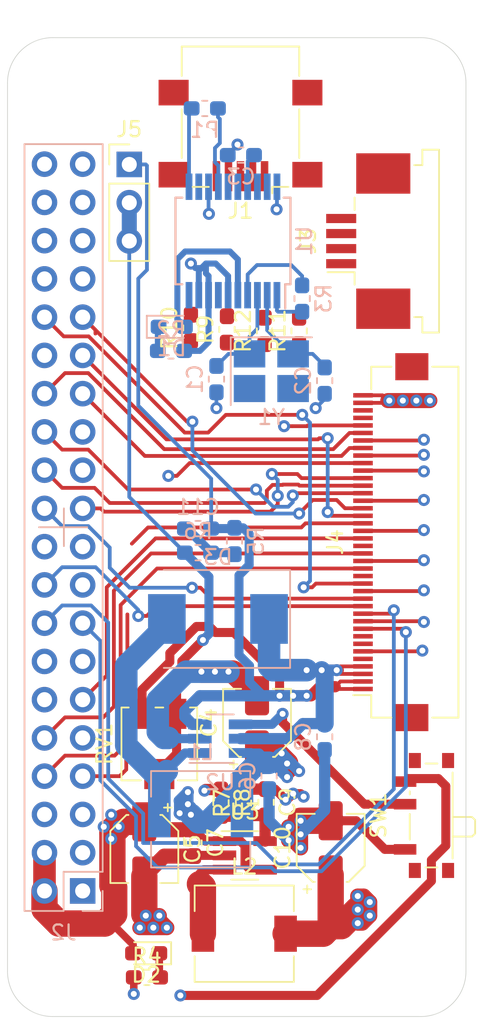
<source format=kicad_pcb>
(kicad_pcb (version 20171130) (host pcbnew "(5.1.4)-1")

  (general
    (thickness 1.6)
    (drawings 9)
    (tracks 575)
    (zones 0)
    (modules 43)
    (nets 59)
  )

  (page A4)
  (layers
    (0 F.Cu signal)
    (1 In1.Cu power)
    (2 In2.Cu power hide)
    (31 B.Cu signal)
    (32 B.Adhes user hide)
    (33 F.Adhes user hide)
    (34 B.Paste user hide)
    (35 F.Paste user hide)
    (36 B.SilkS user)
    (37 F.SilkS user)
    (38 B.Mask user hide)
    (39 F.Mask user hide)
    (40 Dwgs.User user)
    (41 Cmts.User user)
    (42 Eco1.User user)
    (43 Eco2.User user)
    (44 Edge.Cuts user)
    (45 Margin user)
    (46 B.CrtYd user hide)
    (47 F.CrtYd user hide)
    (48 B.Fab user hide)
    (49 F.Fab user hide)
  )

  (setup
    (last_trace_width 0.25)
    (user_trace_width 0.4)
    (user_trace_width 0.5)
    (user_trace_width 0.6)
    (user_trace_width 0.75)
    (user_trace_width 1)
    (user_trace_width 1.2)
    (user_trace_width 1.5)
    (user_trace_width 1.75)
    (user_trace_width 2)
    (user_trace_width 2.5)
    (trace_clearance 0.2)
    (zone_clearance 0.508)
    (zone_45_only no)
    (trace_min 0.2)
    (via_size 0.8)
    (via_drill 0.4)
    (via_min_size 0.4)
    (via_min_drill 0.3)
    (user_via 1.5 0.9)
    (user_via 2 1.8)
    (uvia_size 0.3)
    (uvia_drill 0.1)
    (uvias_allowed no)
    (uvia_min_size 0.2)
    (uvia_min_drill 0.1)
    (edge_width 0.05)
    (segment_width 0.2)
    (pcb_text_width 0.3)
    (pcb_text_size 1.5 1.5)
    (mod_edge_width 0.12)
    (mod_text_size 1 1)
    (mod_text_width 0.15)
    (pad_size 3.2 3.2)
    (pad_drill 3.2)
    (pad_to_mask_clearance 0.051)
    (solder_mask_min_width 0.25)
    (aux_axis_origin 0 0)
    (grid_origin 43.5 92.5)
    (visible_elements 7FFFFFFF)
    (pcbplotparams
      (layerselection 0x010fc_ffffffff)
      (usegerberextensions false)
      (usegerberattributes false)
      (usegerberadvancedattributes false)
      (creategerberjobfile false)
      (excludeedgelayer true)
      (linewidth 0.100000)
      (plotframeref false)
      (viasonmask false)
      (mode 1)
      (useauxorigin false)
      (hpglpennumber 1)
      (hpglpenspeed 20)
      (hpglpendiameter 15.000000)
      (psnegative false)
      (psa4output false)
      (plotreference true)
      (plotvalue true)
      (plotinvisibletext false)
      (padsonsilk false)
      (subtractmaskfromsilk false)
      (outputformat 1)
      (mirror false)
      (drillshape 1)
      (scaleselection 1)
      (outputdirectory ""))
  )

  (net 0 "")
  (net 1 GND)
  (net 2 "Net-(C1-Pad1)")
  (net 3 "Net-(C2-Pad1)")
  (net 4 "Net-(C3-Pad2)")
  (net 5 +5V)
  (net 6 LED+)
  (net 7 +3.3VP)
  (net 8 "Net-(C9-Pad2)")
  (net 9 "Net-(D1-Pad2)")
  (net 10 "Net-(D1-Pad1)")
  (net 11 "Net-(D2-Pad1)")
  (net 12 "Net-(D3-Pad2)")
  (net 13 "Net-(J1-Pad2)")
  (net 14 "Net-(J1-Pad3)")
  (net 15 +3V3)
  (net 16 VSYNC)
  (net 17 HSYNC)
  (net 18 Blue0)
  (net 19 Green2)
  (net 20 Green3)
  (net 21 Green5)
  (net 22 "Net-(J2-Pad12)")
  (net 23 "Net-(J2-Pad13)")
  (net 24 Red2)
  (net 25 Red3)
  (net 26 Red4)
  (net 27 /Blue6)
  (net 28 Blue5)
  (net 29 Red5)
  (net 30 /Blue7)
  (net 31 Blue4)
  (net 32 Blue3)
  (net 33 CLK)
  (net 34 DEN)
  (net 35 Blue1)
  (net 36 Blue2)
  (net 37 Green0)
  (net 38 Green1)
  (net 39 /Green7)
  (net 40 Green4)
  (net 41 "Net-(J2-Pad37)")
  (net 42 Red0)
  (net 43 Red1)
  (net 44 "Net-(J3-Pad1)")
  (net 45 "Net-(J3-Pad2)")
  (net 46 "Net-(J3-Pad3)")
  (net 47 "Net-(J3-Pad4)")
  (net 48 LED-)
  (net 49 "Net-(J4-Pad5)")
  (net 50 L_R)
  (net 51 U_D)
  (net 52 "Net-(L2-Pad1)")
  (net 53 "Net-(R1-Pad1)")
  (net 54 "Net-(R3-Pad2)")
  (net 55 EN_BCKLIT)
  (net 56 "Net-(U1-Pad10)")
  (net 57 "Net-(U1-Pad12)")
  (net 58 RV2)

  (net_class Default "Dies ist die voreingestellte Netzklasse."
    (clearance 0.2)
    (trace_width 0.25)
    (via_dia 0.8)
    (via_drill 0.4)
    (uvia_dia 0.3)
    (uvia_drill 0.1)
    (add_net +3.3VP)
    (add_net +3V3)
    (add_net +5V)
    (add_net /Blue6)
    (add_net /Blue7)
    (add_net /Green7)
    (add_net Blue0)
    (add_net Blue1)
    (add_net Blue2)
    (add_net Blue3)
    (add_net Blue4)
    (add_net Blue5)
    (add_net CLK)
    (add_net DEN)
    (add_net EN_BCKLIT)
    (add_net GND)
    (add_net Green0)
    (add_net Green1)
    (add_net Green2)
    (add_net Green3)
    (add_net Green4)
    (add_net Green5)
    (add_net HSYNC)
    (add_net LED+)
    (add_net LED-)
    (add_net L_R)
    (add_net "Net-(C1-Pad1)")
    (add_net "Net-(C2-Pad1)")
    (add_net "Net-(C3-Pad2)")
    (add_net "Net-(C9-Pad2)")
    (add_net "Net-(D1-Pad1)")
    (add_net "Net-(D1-Pad2)")
    (add_net "Net-(D2-Pad1)")
    (add_net "Net-(D3-Pad2)")
    (add_net "Net-(J1-Pad2)")
    (add_net "Net-(J1-Pad3)")
    (add_net "Net-(J2-Pad12)")
    (add_net "Net-(J2-Pad13)")
    (add_net "Net-(J2-Pad37)")
    (add_net "Net-(J3-Pad1)")
    (add_net "Net-(J3-Pad2)")
    (add_net "Net-(J3-Pad3)")
    (add_net "Net-(J3-Pad4)")
    (add_net "Net-(J4-Pad5)")
    (add_net "Net-(L2-Pad1)")
    (add_net "Net-(R1-Pad1)")
    (add_net "Net-(R3-Pad2)")
    (add_net "Net-(U1-Pad10)")
    (add_net "Net-(U1-Pad12)")
    (add_net RV2)
    (add_net Red0)
    (add_net Red1)
    (add_net Red2)
    (add_net Red3)
    (add_net Red4)
    (add_net Red5)
    (add_net U_D)
    (add_net VSYNC)
  )

  (module Capacitor_SMD:CP_Elec_4x5.3 (layer F.Cu) (tedit 5BCA39CF) (tstamp 602FE2A0)
    (at 61.5 88.8 90)
    (descr "SMD capacitor, aluminum electrolytic, Vishay, 4.0x5.3mm")
    (tags "capacitor electrolytic")
    (path /6046ECB3)
    (attr smd)
    (fp_text reference C10 (at 0 -3.2 90) (layer F.SilkS)
      (effects (font (size 1 1) (thickness 0.15)))
    )
    (fp_text value 22u (at 0 3.2 90) (layer F.Fab)
      (effects (font (size 1 1) (thickness 0.15)))
    )
    (fp_text user %R (at 0 0 90) (layer F.Fab)
      (effects (font (size 0.8 0.8) (thickness 0.12)))
    )
    (fp_line (start -3.35 1.05) (end -2.4 1.05) (layer F.CrtYd) (width 0.05))
    (fp_line (start -3.35 -1.05) (end -3.35 1.05) (layer F.CrtYd) (width 0.05))
    (fp_line (start -2.4 -1.05) (end -3.35 -1.05) (layer F.CrtYd) (width 0.05))
    (fp_line (start -2.4 1.05) (end -2.4 1.25) (layer F.CrtYd) (width 0.05))
    (fp_line (start -2.4 -1.25) (end -2.4 -1.05) (layer F.CrtYd) (width 0.05))
    (fp_line (start -2.4 -1.25) (end -1.25 -2.4) (layer F.CrtYd) (width 0.05))
    (fp_line (start -2.4 1.25) (end -1.25 2.4) (layer F.CrtYd) (width 0.05))
    (fp_line (start -1.25 -2.4) (end 2.4 -2.4) (layer F.CrtYd) (width 0.05))
    (fp_line (start -1.25 2.4) (end 2.4 2.4) (layer F.CrtYd) (width 0.05))
    (fp_line (start 2.4 1.05) (end 2.4 2.4) (layer F.CrtYd) (width 0.05))
    (fp_line (start 3.35 1.05) (end 2.4 1.05) (layer F.CrtYd) (width 0.05))
    (fp_line (start 3.35 -1.05) (end 3.35 1.05) (layer F.CrtYd) (width 0.05))
    (fp_line (start 2.4 -1.05) (end 3.35 -1.05) (layer F.CrtYd) (width 0.05))
    (fp_line (start 2.4 -2.4) (end 2.4 -1.05) (layer F.CrtYd) (width 0.05))
    (fp_line (start -2.75 -1.81) (end -2.75 -1.31) (layer F.SilkS) (width 0.12))
    (fp_line (start -3 -1.56) (end -2.5 -1.56) (layer F.SilkS) (width 0.12))
    (fp_line (start -2.26 1.195563) (end -1.195563 2.26) (layer F.SilkS) (width 0.12))
    (fp_line (start -2.26 -1.195563) (end -1.195563 -2.26) (layer F.SilkS) (width 0.12))
    (fp_line (start -2.26 -1.195563) (end -2.26 -1.06) (layer F.SilkS) (width 0.12))
    (fp_line (start -2.26 1.195563) (end -2.26 1.06) (layer F.SilkS) (width 0.12))
    (fp_line (start -1.195563 2.26) (end 2.26 2.26) (layer F.SilkS) (width 0.12))
    (fp_line (start -1.195563 -2.26) (end 2.26 -2.26) (layer F.SilkS) (width 0.12))
    (fp_line (start 2.26 -2.26) (end 2.26 -1.06) (layer F.SilkS) (width 0.12))
    (fp_line (start 2.26 2.26) (end 2.26 1.06) (layer F.SilkS) (width 0.12))
    (fp_line (start -1.374773 -1.2) (end -1.374773 -0.8) (layer F.Fab) (width 0.1))
    (fp_line (start -1.574773 -1) (end -1.174773 -1) (layer F.Fab) (width 0.1))
    (fp_line (start -2.15 1.15) (end -1.15 2.15) (layer F.Fab) (width 0.1))
    (fp_line (start -2.15 -1.15) (end -1.15 -2.15) (layer F.Fab) (width 0.1))
    (fp_line (start -2.15 -1.15) (end -2.15 1.15) (layer F.Fab) (width 0.1))
    (fp_line (start -1.15 2.15) (end 2.15 2.15) (layer F.Fab) (width 0.1))
    (fp_line (start -1.15 -2.15) (end 2.15 -2.15) (layer F.Fab) (width 0.1))
    (fp_line (start 2.15 -2.15) (end 2.15 2.15) (layer F.Fab) (width 0.1))
    (fp_circle (center 0 0) (end 2 0) (layer F.Fab) (width 0.1))
    (pad 2 smd roundrect (at 1.8 0 90) (size 2.6 1.6) (layers F.Cu F.Paste F.Mask) (roundrect_rratio 0.15625)
      (net 1 GND))
    (pad 1 smd roundrect (at -1.8 0 90) (size 2.6 1.6) (layers F.Cu F.Paste F.Mask) (roundrect_rratio 0.15625)
      (net 7 +3.3VP))
    (model ${KISYS3DMOD}/Capacitor_SMD.3dshapes/CP_Elec_4x5.3.wrl
      (at (xyz 0 0 0))
      (scale (xyz 1 1 1))
      (rotate (xyz 0 0 0))
    )
  )

  (module MountingHole:MountingHole_3.2mm_M3 (layer F.Cu) (tedit 56D1B4CB) (tstamp 60302FFE)
    (at 66.75 96.5)
    (descr "Mounting Hole 3.2mm, no annular, M3")
    (tags "mounting hole 3.2mm no annular m3")
    (path /603BD2B0)
    (attr virtual)
    (fp_text reference H4 (at 0 -4.2) (layer F.SilkS) hide
      (effects (font (size 1 1) (thickness 0.15)))
    )
    (fp_text value MountingHole (at 0 4.2) (layer F.Fab)
      (effects (font (size 1 1) (thickness 0.15)))
    )
    (fp_circle (center 0 0) (end 3.45 0) (layer F.CrtYd) (width 0.05))
    (fp_circle (center 0 0) (end 3.2 0) (layer Cmts.User) (width 0.15))
    (fp_text user %R (at 0.3 0) (layer F.Fab)
      (effects (font (size 1 1) (thickness 0.15)))
    )
    (pad 1 np_thru_hole circle (at 0 0) (size 3.2 3.2) (drill 3.2) (layers *.Cu *.Mask))
  )

  (module MountingHole:MountingHole_3.2mm_M3 (layer F.Cu) (tedit 56D1B4CB) (tstamp 60302A19)
    (at 66.75 38.5)
    (descr "Mounting Hole 3.2mm, no annular, M3")
    (tags "mounting hole 3.2mm no annular m3")
    (path /603BD03E)
    (attr virtual)
    (fp_text reference H3 (at 0 -4.2) (layer F.SilkS) hide
      (effects (font (size 1 1) (thickness 0.15)))
    )
    (fp_text value MountingHole (at 0 4.2) (layer F.Fab)
      (effects (font (size 1 1) (thickness 0.15)))
    )
    (fp_circle (center 0 0) (end 3.45 0) (layer F.CrtYd) (width 0.05))
    (fp_circle (center 0 0) (end 3.2 0) (layer Cmts.User) (width 0.15))
    (fp_text user %R (at 0.3 0) (layer F.Fab)
      (effects (font (size 1 1) (thickness 0.15)))
    )
    (pad 1 np_thru_hole circle (at 0 0) (size 3.2 3.2) (drill 3.2) (layers *.Cu *.Mask))
  )

  (module MountingHole:MountingHole_3.2mm_M3 (layer F.Cu) (tedit 56D1B4CB) (tstamp 60302A11)
    (at 43.75 96.5)
    (descr "Mounting Hole 3.2mm, no annular, M3")
    (tags "mounting hole 3.2mm no annular m3")
    (path /603BCE2E)
    (attr virtual)
    (fp_text reference H2 (at 3.75 -3.5) (layer F.SilkS) hide
      (effects (font (size 1 1) (thickness 0.15)))
    )
    (fp_text value MountingHole (at 0 4.2) (layer F.Fab)
      (effects (font (size 1 1) (thickness 0.15)))
    )
    (fp_circle (center 0 0) (end 3.45 0) (layer F.CrtYd) (width 0.05))
    (fp_circle (center 0 0) (end 3.2 0) (layer Cmts.User) (width 0.15))
    (fp_text user %R (at 0.3 0) (layer F.Fab)
      (effects (font (size 1 1) (thickness 0.15)))
    )
    (pad 1 np_thru_hole circle (at 0 0) (size 3.2 3.2) (drill 3.2) (layers *.Cu *.Mask))
  )

  (module MountingHole:MountingHole_3.2mm_M3 (layer F.Cu) (tedit 56D1B4CB) (tstamp 60302FC3)
    (at 43.75 38.5)
    (descr "Mounting Hole 3.2mm, no annular, M3")
    (tags "mounting hole 3.2mm no annular m3")
    (path /603BBE19)
    (attr virtual)
    (fp_text reference H1 (at 0 -4.2) (layer F.SilkS) hide
      (effects (font (size 1 1) (thickness 0.15)))
    )
    (fp_text value MountingHole (at 0 4.2) (layer F.Fab)
      (effects (font (size 1 1) (thickness 0.15)))
    )
    (fp_circle (center 0 0) (end 3.45 0) (layer F.CrtYd) (width 0.05))
    (fp_circle (center 0 0) (end 3.2 0) (layer Cmts.User) (width 0.15))
    (fp_text user %R (at 0.3 0) (layer F.Fab)
      (effects (font (size 1 1) (thickness 0.15)))
    )
    (pad 1 np_thru_hole circle (at 0 0) (size 3.2 3.2) (drill 3.2) (layers *.Cu *.Mask))
  )

  (module Connector_PinSocket_2.54mm:PinSocket_2x20_P2.54mm_Vertical (layer B.Cu) (tedit 60300576) (tstamp 60301E81)
    (at 45 91.66)
    (descr "Through hole straight socket strip, 2x20, 2.54mm pitch, double cols (from Kicad 4.0.7), script generated")
    (tags "Through hole socket strip THT 2x20 2.54mm double row")
    (path /602EEB0B)
    (fp_text reference J2 (at -1.27 2.77) (layer B.SilkS)
      (effects (font (size 1 1) (thickness 0.15)) (justify mirror))
    )
    (fp_text value RPI40 (at -1.27 -51.03) (layer B.Fab)
      (effects (font (size 1 1) (thickness 0.15)) (justify mirror))
    )
    (fp_line (start -3.81 1.27) (end 0.27 1.27) (layer B.Fab) (width 0.1))
    (fp_line (start 0.27 1.27) (end 1.27 0.27) (layer B.Fab) (width 0.1))
    (fp_line (start 1.27 0.27) (end 1.27 -49.53) (layer B.Fab) (width 0.1))
    (fp_line (start 1.27 -49.53) (end -3.81 -49.53) (layer B.Fab) (width 0.1))
    (fp_line (start -3.81 -49.53) (end -3.81 1.27) (layer B.Fab) (width 0.1))
    (fp_line (start -3.87 1.33) (end -1.27 1.33) (layer B.SilkS) (width 0.12))
    (fp_line (start -3.87 1.33) (end -3.87 -49.59) (layer B.SilkS) (width 0.12))
    (fp_line (start -3.87 -49.59) (end 1.33 -49.59) (layer B.SilkS) (width 0.12))
    (fp_line (start 1.33 -1.27) (end 1.33 -49.59) (layer B.SilkS) (width 0.12))
    (fp_line (start -1.27 -1.27) (end 1.33 -1.27) (layer B.SilkS) (width 0.12))
    (fp_line (start -1.27 1.33) (end -1.27 -1.27) (layer B.SilkS) (width 0.12))
    (fp_line (start 1.33 1.33) (end 1.33 0) (layer B.SilkS) (width 0.12))
    (fp_line (start 0 1.33) (end 1.33 1.33) (layer B.SilkS) (width 0.12))
    (fp_line (start -4.34 1.8) (end 1.76 1.8) (layer B.CrtYd) (width 0.05))
    (fp_line (start 1.76 1.8) (end 1.76 -50) (layer B.CrtYd) (width 0.05))
    (fp_line (start 1.76 -50) (end -4.34 -50) (layer B.CrtYd) (width 0.05))
    (fp_line (start -4.34 -50) (end -4.34 1.8) (layer B.CrtYd) (width 0.05))
    (fp_text user %R (at -1.27 -24.13 270) (layer B.Fab)
      (effects (font (size 1 1) (thickness 0.15)) (justify mirror))
    )
    (fp_line (start -2.9 -24.15) (end 0.3 -24.15) (layer B.SilkS) (width 0.12))
    (fp_line (start -1.25 -22.9) (end -1.25 -25.4) (layer B.SilkS) (width 0.12))
    (pad 1 thru_hole rect (at 0 0) (size 1.7 1.7) (drill 1) (layers *.Cu *.Mask)
      (net 15 +3V3))
    (pad 2 thru_hole oval (at -2.54 0) (size 1.7 1.7) (drill 1) (layers *.Cu *.Mask)
      (net 5 +5V))
    (pad 3 thru_hole oval (at 0 -2.54) (size 1.7 1.7) (drill 1) (layers *.Cu *.Mask)
      (net 16 VSYNC))
    (pad 4 thru_hole oval (at -2.54 -2.54) (size 1.7 1.7) (drill 1) (layers *.Cu *.Mask)
      (net 5 +5V))
    (pad 5 thru_hole oval (at 0 -5.08) (size 1.7 1.7) (drill 1) (layers *.Cu *.Mask)
      (net 17 HSYNC))
    (pad 6 thru_hole oval (at -2.54 -5.08) (size 1.7 1.7) (drill 1) (layers *.Cu *.Mask)
      (net 1 GND))
    (pad 7 thru_hole oval (at 0 -7.62) (size 1.7 1.7) (drill 1) (layers *.Cu *.Mask)
      (net 18 Blue0))
    (pad 8 thru_hole oval (at -2.54 -7.62) (size 1.7 1.7) (drill 1) (layers *.Cu *.Mask)
      (net 19 Green2))
    (pad 9 thru_hole oval (at 0 -10.16) (size 1.7 1.7) (drill 1) (layers *.Cu *.Mask)
      (net 1 GND))
    (pad 10 thru_hole oval (at -2.54 -10.16) (size 1.7 1.7) (drill 1) (layers *.Cu *.Mask)
      (net 20 Green3))
    (pad 11 thru_hole oval (at 0 -12.7) (size 1.7 1.7) (drill 1) (layers *.Cu *.Mask)
      (net 21 Green5))
    (pad 12 thru_hole oval (at -2.54 -12.7) (size 1.7 1.7) (drill 1) (layers *.Cu *.Mask)
      (net 22 "Net-(J2-Pad12)"))
    (pad 13 thru_hole oval (at 0 -15.24) (size 1.7 1.7) (drill 1) (layers *.Cu *.Mask)
      (net 23 "Net-(J2-Pad13)"))
    (pad 14 thru_hole oval (at -2.54 -15.24) (size 1.7 1.7) (drill 1) (layers *.Cu *.Mask)
      (net 1 GND))
    (pad 15 thru_hole oval (at 0 -17.78) (size 1.7 1.7) (drill 1) (layers *.Cu *.Mask)
      (net 24 Red2))
    (pad 16 thru_hole oval (at -2.54 -17.78) (size 1.7 1.7) (drill 1) (layers *.Cu *.Mask)
      (net 25 Red3))
    (pad 17 thru_hole oval (at 0 -20.32) (size 1.7 1.7) (drill 1) (layers *.Cu *.Mask)
      (net 15 +3V3))
    (pad 18 thru_hole oval (at -2.54 -20.32) (size 1.7 1.7) (drill 1) (layers *.Cu *.Mask)
      (net 26 Red4))
    (pad 19 thru_hole oval (at 0 -22.86) (size 1.7 1.7) (drill 1) (layers *.Cu *.Mask)
      (net 27 /Blue6))
    (pad 20 thru_hole oval (at -2.54 -22.86) (size 1.7 1.7) (drill 1) (layers *.Cu *.Mask)
      (net 1 GND))
    (pad 21 thru_hole oval (at 0 -25.4) (size 1.7 1.7) (drill 1) (layers *.Cu *.Mask)
      (net 28 Blue5))
    (pad 22 thru_hole oval (at -2.54 -25.4) (size 1.7 1.7) (drill 1) (layers *.Cu *.Mask)
      (net 29 Red5))
    (pad 23 thru_hole oval (at 0 -27.94) (size 1.7 1.7) (drill 1) (layers *.Cu *.Mask)
      (net 30 /Blue7))
    (pad 24 thru_hole oval (at -2.54 -27.94) (size 1.7 1.7) (drill 1) (layers *.Cu *.Mask)
      (net 31 Blue4))
    (pad 25 thru_hole oval (at 0 -30.48) (size 1.7 1.7) (drill 1) (layers *.Cu *.Mask)
      (net 1 GND))
    (pad 26 thru_hole oval (at -2.54 -30.48) (size 1.7 1.7) (drill 1) (layers *.Cu *.Mask)
      (net 32 Blue3))
    (pad 27 thru_hole oval (at 0 -33.02) (size 1.7 1.7) (drill 1) (layers *.Cu *.Mask)
      (net 33 CLK))
    (pad 28 thru_hole oval (at -2.54 -33.02) (size 1.7 1.7) (drill 1) (layers *.Cu *.Mask)
      (net 34 DEN))
    (pad 29 thru_hole oval (at 0 -35.56) (size 1.7 1.7) (drill 1) (layers *.Cu *.Mask)
      (net 35 Blue1))
    (pad 30 thru_hole oval (at -2.54 -35.56) (size 1.7 1.7) (drill 1) (layers *.Cu *.Mask)
      (net 1 GND))
    (pad 31 thru_hole oval (at 0 -38.1) (size 1.7 1.7) (drill 1) (layers *.Cu *.Mask)
      (net 36 Blue2))
    (pad 32 thru_hole oval (at -2.54 -38.1) (size 1.7 1.7) (drill 1) (layers *.Cu *.Mask)
      (net 37 Green0))
    (pad 33 thru_hole oval (at 0 -40.64) (size 1.7 1.7) (drill 1) (layers *.Cu *.Mask)
      (net 38 Green1))
    (pad 34 thru_hole oval (at -2.54 -40.64) (size 1.7 1.7) (drill 1) (layers *.Cu *.Mask)
      (net 1 GND))
    (pad 35 thru_hole oval (at 0 -43.18) (size 1.7 1.7) (drill 1) (layers *.Cu *.Mask)
      (net 39 /Green7))
    (pad 36 thru_hole oval (at -2.54 -43.18) (size 1.7 1.7) (drill 1) (layers *.Cu *.Mask)
      (net 40 Green4))
    (pad 37 thru_hole oval (at 0 -45.72) (size 1.7 1.7) (drill 1) (layers *.Cu *.Mask)
      (net 41 "Net-(J2-Pad37)"))
    (pad 38 thru_hole oval (at -2.54 -45.72) (size 1.7 1.7) (drill 1) (layers *.Cu *.Mask)
      (net 42 Red0))
    (pad 39 thru_hole oval (at 0 -48.26) (size 1.7 1.7) (drill 1) (layers *.Cu *.Mask)
      (net 1 GND))
    (pad 40 thru_hole oval (at -2.54 -48.26) (size 1.7 1.7) (drill 1) (layers *.Cu *.Mask)
      (net 43 Red1))
    (model ${KISYS3DMOD}/Connector_PinSocket_2.54mm.3dshapes/PinSocket_2x20_P2.54mm_Vertical.wrl
      (at (xyz 0 0 0))
      (scale (xyz 1 1 1))
      (rotate (xyz 0 0 0))
    )
  )

  (module Capacitor_SMD:C_0603_1608Metric_Pad1.05x0.95mm_HandSolder (layer F.Cu) (tedit 5B301BBE) (tstamp 602FE256)
    (at 52.404 88.472 270)
    (descr "Capacitor SMD 0603 (1608 Metric), square (rectangular) end terminal, IPC_7351 nominal with elongated pad for handsoldering. (Body size source: http://www.tortai-tech.com/upload/download/2011102023233369053.pdf), generated with kicad-footprint-generator")
    (tags "capacitor handsolder")
    (path /6044F274)
    (attr smd)
    (fp_text reference C7 (at 0 -1.43 90) (layer F.SilkS)
      (effects (font (size 1 1) (thickness 0.15)))
    )
    (fp_text value 100n (at 0 1.43 90) (layer F.Fab)
      (effects (font (size 1 1) (thickness 0.15)))
    )
    (fp_line (start -0.8 0.4) (end -0.8 -0.4) (layer F.Fab) (width 0.1))
    (fp_line (start -0.8 -0.4) (end 0.8 -0.4) (layer F.Fab) (width 0.1))
    (fp_line (start 0.8 -0.4) (end 0.8 0.4) (layer F.Fab) (width 0.1))
    (fp_line (start 0.8 0.4) (end -0.8 0.4) (layer F.Fab) (width 0.1))
    (fp_line (start -0.171267 -0.51) (end 0.171267 -0.51) (layer F.SilkS) (width 0.12))
    (fp_line (start -0.171267 0.51) (end 0.171267 0.51) (layer F.SilkS) (width 0.12))
    (fp_line (start -1.65 0.73) (end -1.65 -0.73) (layer F.CrtYd) (width 0.05))
    (fp_line (start -1.65 -0.73) (end 1.65 -0.73) (layer F.CrtYd) (width 0.05))
    (fp_line (start 1.65 -0.73) (end 1.65 0.73) (layer F.CrtYd) (width 0.05))
    (fp_line (start 1.65 0.73) (end -1.65 0.73) (layer F.CrtYd) (width 0.05))
    (fp_text user %R (at 0 0 90) (layer F.Fab)
      (effects (font (size 0.4 0.4) (thickness 0.06)))
    )
    (pad 1 smd roundrect (at -0.875 0 270) (size 1.05 0.95) (layers F.Cu F.Paste F.Mask) (roundrect_rratio 0.25)
      (net 5 +5V))
    (pad 2 smd roundrect (at 0.875 0 270) (size 1.05 0.95) (layers F.Cu F.Paste F.Mask) (roundrect_rratio 0.25)
      (net 1 GND))
    (model ${KISYS3DMOD}/Capacitor_SMD.3dshapes/C_0603_1608Metric.wrl
      (at (xyz 0 0 0))
      (scale (xyz 1 1 1))
      (rotate (xyz 0 0 0))
    )
  )

  (module LED_SMD:LED_0603_1608Metric_Pad1.05x0.95mm_HandSolder (layer F.Cu) (tedit 5B4B45C9) (tstamp 602FF464)
    (at 49.225 95.8 180)
    (descr "LED SMD 0603 (1608 Metric), square (rectangular) end terminal, IPC_7351 nominal, (Body size source: http://www.tortai-tech.com/upload/download/2011102023233369053.pdf), generated with kicad-footprint-generator")
    (tags "LED handsolder")
    (path /606D6C3E)
    (attr smd)
    (fp_text reference D2 (at 0 -1.43) (layer F.SilkS)
      (effects (font (size 1 1) (thickness 0.15)))
    )
    (fp_text value LED (at 0 1.43) (layer F.Fab)
      (effects (font (size 1 1) (thickness 0.15)))
    )
    (fp_line (start 0.8 -0.4) (end -0.5 -0.4) (layer F.Fab) (width 0.1))
    (fp_line (start -0.5 -0.4) (end -0.8 -0.1) (layer F.Fab) (width 0.1))
    (fp_line (start -0.8 -0.1) (end -0.8 0.4) (layer F.Fab) (width 0.1))
    (fp_line (start -0.8 0.4) (end 0.8 0.4) (layer F.Fab) (width 0.1))
    (fp_line (start 0.8 0.4) (end 0.8 -0.4) (layer F.Fab) (width 0.1))
    (fp_line (start 0.8 -0.735) (end -1.66 -0.735) (layer F.SilkS) (width 0.12))
    (fp_line (start -1.66 -0.735) (end -1.66 0.735) (layer F.SilkS) (width 0.12))
    (fp_line (start -1.66 0.735) (end 0.8 0.735) (layer F.SilkS) (width 0.12))
    (fp_line (start -1.65 0.73) (end -1.65 -0.73) (layer F.CrtYd) (width 0.05))
    (fp_line (start -1.65 -0.73) (end 1.65 -0.73) (layer F.CrtYd) (width 0.05))
    (fp_line (start 1.65 -0.73) (end 1.65 0.73) (layer F.CrtYd) (width 0.05))
    (fp_line (start 1.65 0.73) (end -1.65 0.73) (layer F.CrtYd) (width 0.05))
    (fp_text user %R (at 0 0) (layer F.Fab)
      (effects (font (size 0.4 0.4) (thickness 0.06)))
    )
    (pad 1 smd roundrect (at -0.875 0 180) (size 1.05 0.95) (layers F.Cu F.Paste F.Mask) (roundrect_rratio 0.25)
      (net 11 "Net-(D2-Pad1)"))
    (pad 2 smd roundrect (at 0.875 0 180) (size 1.05 0.95) (layers F.Cu F.Paste F.Mask) (roundrect_rratio 0.25)
      (net 5 +5V))
    (model ${KISYS3DMOD}/LED_SMD.3dshapes/LED_0603_1608Metric.wrl
      (at (xyz 0 0 0))
      (scale (xyz 1 1 1))
      (rotate (xyz 0 0 0))
    )
  )

  (module Capacitor_SMD:CP_Elec_4x5.3 (layer F.Cu) (tedit 5BCA39CF) (tstamp 60301269)
    (at 49.102 88.875 270)
    (descr "SMD capacitor, aluminum electrolytic, Vishay, 4.0x5.3mm")
    (tags "capacitor electrolytic")
    (path /6044FAF1)
    (attr smd)
    (fp_text reference C5 (at 0 -3.2 90) (layer F.SilkS)
      (effects (font (size 1 1) (thickness 0.15)))
    )
    (fp_text value 22u (at 0 3.2 90) (layer F.Fab)
      (effects (font (size 1 1) (thickness 0.15)))
    )
    (fp_circle (center 0 0) (end 2 0) (layer F.Fab) (width 0.1))
    (fp_line (start 2.15 -2.15) (end 2.15 2.15) (layer F.Fab) (width 0.1))
    (fp_line (start -1.15 -2.15) (end 2.15 -2.15) (layer F.Fab) (width 0.1))
    (fp_line (start -1.15 2.15) (end 2.15 2.15) (layer F.Fab) (width 0.1))
    (fp_line (start -2.15 -1.15) (end -2.15 1.15) (layer F.Fab) (width 0.1))
    (fp_line (start -2.15 -1.15) (end -1.15 -2.15) (layer F.Fab) (width 0.1))
    (fp_line (start -2.15 1.15) (end -1.15 2.15) (layer F.Fab) (width 0.1))
    (fp_line (start -1.574773 -1) (end -1.174773 -1) (layer F.Fab) (width 0.1))
    (fp_line (start -1.374773 -1.2) (end -1.374773 -0.8) (layer F.Fab) (width 0.1))
    (fp_line (start 2.26 2.26) (end 2.26 1.06) (layer F.SilkS) (width 0.12))
    (fp_line (start 2.26 -2.26) (end 2.26 -1.06) (layer F.SilkS) (width 0.12))
    (fp_line (start -1.195563 -2.26) (end 2.26 -2.26) (layer F.SilkS) (width 0.12))
    (fp_line (start -1.195563 2.26) (end 2.26 2.26) (layer F.SilkS) (width 0.12))
    (fp_line (start -2.26 1.195563) (end -2.26 1.06) (layer F.SilkS) (width 0.12))
    (fp_line (start -2.26 -1.195563) (end -2.26 -1.06) (layer F.SilkS) (width 0.12))
    (fp_line (start -2.26 -1.195563) (end -1.195563 -2.26) (layer F.SilkS) (width 0.12))
    (fp_line (start -2.26 1.195563) (end -1.195563 2.26) (layer F.SilkS) (width 0.12))
    (fp_line (start -3 -1.56) (end -2.5 -1.56) (layer F.SilkS) (width 0.12))
    (fp_line (start -2.75 -1.81) (end -2.75 -1.31) (layer F.SilkS) (width 0.12))
    (fp_line (start 2.4 -2.4) (end 2.4 -1.05) (layer F.CrtYd) (width 0.05))
    (fp_line (start 2.4 -1.05) (end 3.35 -1.05) (layer F.CrtYd) (width 0.05))
    (fp_line (start 3.35 -1.05) (end 3.35 1.05) (layer F.CrtYd) (width 0.05))
    (fp_line (start 3.35 1.05) (end 2.4 1.05) (layer F.CrtYd) (width 0.05))
    (fp_line (start 2.4 1.05) (end 2.4 2.4) (layer F.CrtYd) (width 0.05))
    (fp_line (start -1.25 2.4) (end 2.4 2.4) (layer F.CrtYd) (width 0.05))
    (fp_line (start -1.25 -2.4) (end 2.4 -2.4) (layer F.CrtYd) (width 0.05))
    (fp_line (start -2.4 1.25) (end -1.25 2.4) (layer F.CrtYd) (width 0.05))
    (fp_line (start -2.4 -1.25) (end -1.25 -2.4) (layer F.CrtYd) (width 0.05))
    (fp_line (start -2.4 -1.25) (end -2.4 -1.05) (layer F.CrtYd) (width 0.05))
    (fp_line (start -2.4 1.05) (end -2.4 1.25) (layer F.CrtYd) (width 0.05))
    (fp_line (start -2.4 -1.05) (end -3.35 -1.05) (layer F.CrtYd) (width 0.05))
    (fp_line (start -3.35 -1.05) (end -3.35 1.05) (layer F.CrtYd) (width 0.05))
    (fp_line (start -3.35 1.05) (end -2.4 1.05) (layer F.CrtYd) (width 0.05))
    (fp_text user %R (at 0 0 90) (layer F.Fab)
      (effects (font (size 0.8 0.8) (thickness 0.12)))
    )
    (pad 1 smd roundrect (at -1.8 0 270) (size 2.6 1.6) (layers F.Cu F.Paste F.Mask) (roundrect_rratio 0.15625)
      (net 5 +5V))
    (pad 2 smd roundrect (at 1.8 0 270) (size 2.6 1.6) (layers F.Cu F.Paste F.Mask) (roundrect_rratio 0.15625)
      (net 1 GND))
    (model ${KISYS3DMOD}/Capacitor_SMD.3dshapes/CP_Elec_4x5.3.wrl
      (at (xyz 0 0 0))
      (scale (xyz 1 1 1))
      (rotate (xyz 0 0 0))
    )
  )

  (module Resistor_SMD:R_0603_1608Metric_Pad1.05x0.95mm_HandSolder (layer F.Cu) (tedit 5B301BBD) (tstamp 602FE435)
    (at 49.275 97.4)
    (descr "Resistor SMD 0603 (1608 Metric), square (rectangular) end terminal, IPC_7351 nominal with elongated pad for handsoldering. (Body size source: http://www.tortai-tech.com/upload/download/2011102023233369053.pdf), generated with kicad-footprint-generator")
    (tags "resistor handsolder")
    (path /606D7C4E)
    (attr smd)
    (fp_text reference R4 (at 0 -1.43) (layer F.SilkS)
      (effects (font (size 1 1) (thickness 0.15)))
    )
    (fp_text value 180 (at 0 1.43) (layer F.Fab)
      (effects (font (size 1 1) (thickness 0.15)))
    )
    (fp_line (start -0.8 0.4) (end -0.8 -0.4) (layer F.Fab) (width 0.1))
    (fp_line (start -0.8 -0.4) (end 0.8 -0.4) (layer F.Fab) (width 0.1))
    (fp_line (start 0.8 -0.4) (end 0.8 0.4) (layer F.Fab) (width 0.1))
    (fp_line (start 0.8 0.4) (end -0.8 0.4) (layer F.Fab) (width 0.1))
    (fp_line (start -0.171267 -0.51) (end 0.171267 -0.51) (layer F.SilkS) (width 0.12))
    (fp_line (start -0.171267 0.51) (end 0.171267 0.51) (layer F.SilkS) (width 0.12))
    (fp_line (start -1.65 0.73) (end -1.65 -0.73) (layer F.CrtYd) (width 0.05))
    (fp_line (start -1.65 -0.73) (end 1.65 -0.73) (layer F.CrtYd) (width 0.05))
    (fp_line (start 1.65 -0.73) (end 1.65 0.73) (layer F.CrtYd) (width 0.05))
    (fp_line (start 1.65 0.73) (end -1.65 0.73) (layer F.CrtYd) (width 0.05))
    (fp_text user %R (at 0 0) (layer F.Fab)
      (effects (font (size 0.4 0.4) (thickness 0.06)))
    )
    (pad 1 smd roundrect (at -0.875 0) (size 1.05 0.95) (layers F.Cu F.Paste F.Mask) (roundrect_rratio 0.25)
      (net 1 GND))
    (pad 2 smd roundrect (at 0.875 0) (size 1.05 0.95) (layers F.Cu F.Paste F.Mask) (roundrect_rratio 0.25)
      (net 11 "Net-(D2-Pad1)"))
    (model ${KISYS3DMOD}/Resistor_SMD.3dshapes/R_0603_1608Metric.wrl
      (at (xyz 0 0 0))
      (scale (xyz 1 1 1))
      (rotate (xyz 0 0 0))
    )
  )

  (module Connector_PinHeader_2.54mm:PinHeader_1x03_P2.54mm_Vertical (layer F.Cu) (tedit 59FED5CC) (tstamp 60300E19)
    (at 48.1 43.42)
    (descr "Through hole straight pin header, 1x03, 2.54mm pitch, single row")
    (tags "Through hole pin header THT 1x03 2.54mm single row")
    (path /60330AC4)
    (fp_text reference J5 (at 0 -2.33) (layer F.SilkS)
      (effects (font (size 1 1) (thickness 0.15)))
    )
    (fp_text value Conn_01x03 (at 0 7.41) (layer F.Fab)
      (effects (font (size 1 1) (thickness 0.15)))
    )
    (fp_text user %R (at 0 2.54 90) (layer F.Fab)
      (effects (font (size 1 1) (thickness 0.15)))
    )
    (fp_line (start 1.8 -1.8) (end -1.8 -1.8) (layer F.CrtYd) (width 0.05))
    (fp_line (start 1.8 6.85) (end 1.8 -1.8) (layer F.CrtYd) (width 0.05))
    (fp_line (start -1.8 6.85) (end 1.8 6.85) (layer F.CrtYd) (width 0.05))
    (fp_line (start -1.8 -1.8) (end -1.8 6.85) (layer F.CrtYd) (width 0.05))
    (fp_line (start -1.33 -1.33) (end 0 -1.33) (layer F.SilkS) (width 0.12))
    (fp_line (start -1.33 0) (end -1.33 -1.33) (layer F.SilkS) (width 0.12))
    (fp_line (start -1.33 1.27) (end 1.33 1.27) (layer F.SilkS) (width 0.12))
    (fp_line (start 1.33 1.27) (end 1.33 6.41) (layer F.SilkS) (width 0.12))
    (fp_line (start -1.33 1.27) (end -1.33 6.41) (layer F.SilkS) (width 0.12))
    (fp_line (start -1.33 6.41) (end 1.33 6.41) (layer F.SilkS) (width 0.12))
    (fp_line (start -1.27 -0.635) (end -0.635 -1.27) (layer F.Fab) (width 0.1))
    (fp_line (start -1.27 6.35) (end -1.27 -0.635) (layer F.Fab) (width 0.1))
    (fp_line (start 1.27 6.35) (end -1.27 6.35) (layer F.Fab) (width 0.1))
    (fp_line (start 1.27 -1.27) (end 1.27 6.35) (layer F.Fab) (width 0.1))
    (fp_line (start -0.635 -1.27) (end 1.27 -1.27) (layer F.Fab) (width 0.1))
    (pad 3 thru_hole oval (at 0 5.08) (size 1.7 1.7) (drill 1) (layers *.Cu *.Mask)
      (net 58 RV2))
    (pad 2 thru_hole oval (at 0 2.54) (size 1.7 1.7) (drill 1) (layers *.Cu *.Mask)
      (net 58 RV2))
    (pad 1 thru_hole rect (at 0 0) (size 1.7 1.7) (drill 1) (layers *.Cu *.Mask)
      (net 48 LED-))
    (model ${KISYS3DMOD}/Connector_PinHeader_2.54mm.3dshapes/PinHeader_1x03_P2.54mm_Vertical.wrl
      (at (xyz 0 0 0))
      (scale (xyz 1 1 1))
      (rotate (xyz 0 0 0))
    )
  )

  (module Capacitor_SMD:C_0603_1608Metric_Pad1.05x0.95mm_HandSolder (layer B.Cu) (tedit 5B301BBE) (tstamp 60300BCA)
    (at 52.675 67.6 180)
    (descr "Capacitor SMD 0603 (1608 Metric), square (rectangular) end terminal, IPC_7351 nominal with elongated pad for handsoldering. (Body size source: http://www.tortai-tech.com/upload/download/2011102023233369053.pdf), generated with kicad-footprint-generator")
    (tags "capacitor handsolder")
    (path /6030FE8B)
    (attr smd)
    (fp_text reference C11 (at 0 1.43) (layer B.SilkS)
      (effects (font (size 1 1) (thickness 0.15)) (justify mirror))
    )
    (fp_text value 100n (at 0 -1.43) (layer B.Fab)
      (effects (font (size 1 1) (thickness 0.15)) (justify mirror))
    )
    (fp_text user %R (at 0 0) (layer B.Fab)
      (effects (font (size 0.4 0.4) (thickness 0.06)) (justify mirror))
    )
    (fp_line (start 1.65 -0.73) (end -1.65 -0.73) (layer B.CrtYd) (width 0.05))
    (fp_line (start 1.65 0.73) (end 1.65 -0.73) (layer B.CrtYd) (width 0.05))
    (fp_line (start -1.65 0.73) (end 1.65 0.73) (layer B.CrtYd) (width 0.05))
    (fp_line (start -1.65 -0.73) (end -1.65 0.73) (layer B.CrtYd) (width 0.05))
    (fp_line (start -0.171267 -0.51) (end 0.171267 -0.51) (layer B.SilkS) (width 0.12))
    (fp_line (start -0.171267 0.51) (end 0.171267 0.51) (layer B.SilkS) (width 0.12))
    (fp_line (start 0.8 -0.4) (end -0.8 -0.4) (layer B.Fab) (width 0.1))
    (fp_line (start 0.8 0.4) (end 0.8 -0.4) (layer B.Fab) (width 0.1))
    (fp_line (start -0.8 0.4) (end 0.8 0.4) (layer B.Fab) (width 0.1))
    (fp_line (start -0.8 -0.4) (end -0.8 0.4) (layer B.Fab) (width 0.1))
    (pad 2 smd roundrect (at 0.875 0 180) (size 1.05 0.95) (layers B.Cu B.Paste B.Mask) (roundrect_rratio 0.25)
      (net 1 GND))
    (pad 1 smd roundrect (at -0.875 0 180) (size 1.05 0.95) (layers B.Cu B.Paste B.Mask) (roundrect_rratio 0.25)
      (net 48 LED-))
    (model ${KISYS3DMOD}/Capacitor_SMD.3dshapes/C_0603_1608Metric.wrl
      (at (xyz 0 0 0))
      (scale (xyz 1 1 1))
      (rotate (xyz 0 0 0))
    )
  )

  (module Inductor_SMD:L_6.3x6.3_H3 (layer F.Cu) (tedit 5990349C) (tstamp 602FE3F1)
    (at 55.75 94.5)
    (descr "Choke, SMD, 6.3x6.3mm 3mm height")
    (tags "Choke SMD")
    (path /6046DEF6)
    (attr smd)
    (fp_text reference L2 (at 0 -4.45) (layer F.SilkS)
      (effects (font (size 1 1) (thickness 0.15)))
    )
    (fp_text value L_Small (at 0 4.45) (layer F.Fab)
      (effects (font (size 1 1) (thickness 0.15)))
    )
    (fp_arc (start 0 0) (end 1.91 1.91) (angle 90) (layer F.Fab) (width 0.1))
    (fp_arc (start 0 0) (end -1.91 -1.91) (angle 90) (layer F.Fab) (width 0.1))
    (fp_line (start -3.15 3.15) (end 3.15 3.15) (layer F.Fab) (width 0.1))
    (fp_line (start -3.15 -3.15) (end 3.15 -3.15) (layer F.Fab) (width 0.1))
    (fp_line (start -3.15 -3.15) (end -3.15 -1.5) (layer F.Fab) (width 0.1))
    (fp_line (start -3.15 3.15) (end -3.15 1.5) (layer F.Fab) (width 0.1))
    (fp_line (start 3.15 -3.15) (end 3.15 -1.5) (layer F.Fab) (width 0.1))
    (fp_line (start 3.15 3.15) (end 3.15 1.5) (layer F.Fab) (width 0.1))
    (fp_line (start 3.75 -3.4) (end -3.75 -3.4) (layer F.CrtYd) (width 0.05))
    (fp_line (start 3.75 3.4) (end 3.75 -3.4) (layer F.CrtYd) (width 0.05))
    (fp_line (start -3.75 3.4) (end 3.75 3.4) (layer F.CrtYd) (width 0.05))
    (fp_line (start -3.75 -3.4) (end -3.75 3.4) (layer F.CrtYd) (width 0.05))
    (fp_line (start 3.3 -3.2) (end 3.3 -1.5) (layer F.SilkS) (width 0.12))
    (fp_line (start -3.3 -3.2) (end 3.3 -3.2) (layer F.SilkS) (width 0.12))
    (fp_line (start -3.3 -1.5) (end -3.3 -3.2) (layer F.SilkS) (width 0.12))
    (fp_line (start -3.3 3.2) (end -3.3 1.5) (layer F.SilkS) (width 0.12))
    (fp_line (start 3.3 3.2) (end -3.3 3.2) (layer F.SilkS) (width 0.12))
    (fp_line (start 3.3 1.5) (end 3.3 3.2) (layer F.SilkS) (width 0.12))
    (fp_text user %R (at 0 0) (layer F.Fab)
      (effects (font (size 1 1) (thickness 0.15)))
    )
    (pad 2 smd rect (at 2.75 0) (size 1.5 2.4) (layers F.Cu F.Paste F.Mask)
      (net 7 +3.3VP))
    (pad 1 smd rect (at -2.75 0) (size 1.5 2.4) (layers F.Cu F.Paste F.Mask)
      (net 52 "Net-(L2-Pad1)"))
    (model ${KISYS3DMOD}/Inductor_SMD.3dshapes/L_6.3x6.3_H3.wrl
      (at (xyz 0 0 0))
      (scale (xyz 1 1 1))
      (rotate (xyz 0 0 0))
    )
  )

  (module Capacitor_SMD:C_0603_1608Metric_Pad1.05x0.95mm_HandSolder (layer B.Cu) (tedit 5B301BBE) (tstamp 602FE1C2)
    (at 53.9 57.675 270)
    (descr "Capacitor SMD 0603 (1608 Metric), square (rectangular) end terminal, IPC_7351 nominal with elongated pad for handsoldering. (Body size source: http://www.tortai-tech.com/upload/download/2011102023233369053.pdf), generated with kicad-footprint-generator")
    (tags "capacitor handsolder")
    (path /602FF7A8)
    (attr smd)
    (fp_text reference C1 (at 0 1.43 270) (layer B.SilkS)
      (effects (font (size 1 1) (thickness 0.15)) (justify mirror))
    )
    (fp_text value 22p (at 0 -1.43 270) (layer B.Fab)
      (effects (font (size 1 1) (thickness 0.15)) (justify mirror))
    )
    (fp_text user %R (at 0 0 270) (layer B.Fab)
      (effects (font (size 0.4 0.4) (thickness 0.06)) (justify mirror))
    )
    (fp_line (start 1.65 -0.73) (end -1.65 -0.73) (layer B.CrtYd) (width 0.05))
    (fp_line (start 1.65 0.73) (end 1.65 -0.73) (layer B.CrtYd) (width 0.05))
    (fp_line (start -1.65 0.73) (end 1.65 0.73) (layer B.CrtYd) (width 0.05))
    (fp_line (start -1.65 -0.73) (end -1.65 0.73) (layer B.CrtYd) (width 0.05))
    (fp_line (start -0.171267 -0.51) (end 0.171267 -0.51) (layer B.SilkS) (width 0.12))
    (fp_line (start -0.171267 0.51) (end 0.171267 0.51) (layer B.SilkS) (width 0.12))
    (fp_line (start 0.8 -0.4) (end -0.8 -0.4) (layer B.Fab) (width 0.1))
    (fp_line (start 0.8 0.4) (end 0.8 -0.4) (layer B.Fab) (width 0.1))
    (fp_line (start -0.8 0.4) (end 0.8 0.4) (layer B.Fab) (width 0.1))
    (fp_line (start -0.8 -0.4) (end -0.8 0.4) (layer B.Fab) (width 0.1))
    (pad 2 smd roundrect (at 0.875 0 270) (size 1.05 0.95) (layers B.Cu B.Paste B.Mask) (roundrect_rratio 0.25)
      (net 1 GND))
    (pad 1 smd roundrect (at -0.875 0 270) (size 1.05 0.95) (layers B.Cu B.Paste B.Mask) (roundrect_rratio 0.25)
      (net 2 "Net-(C1-Pad1)"))
    (model ${KISYS3DMOD}/Capacitor_SMD.3dshapes/C_0603_1608Metric.wrl
      (at (xyz 0 0 0))
      (scale (xyz 1 1 1))
      (rotate (xyz 0 0 0))
    )
  )

  (module Capacitor_SMD:C_0603_1608Metric_Pad1.05x0.95mm_HandSolder (layer B.Cu) (tedit 5B301BBE) (tstamp 602FE1D3)
    (at 61.1 57.775 270)
    (descr "Capacitor SMD 0603 (1608 Metric), square (rectangular) end terminal, IPC_7351 nominal with elongated pad for handsoldering. (Body size source: http://www.tortai-tech.com/upload/download/2011102023233369053.pdf), generated with kicad-footprint-generator")
    (tags "capacitor handsolder")
    (path /602FEB22)
    (attr smd)
    (fp_text reference C2 (at 0 1.43 270) (layer B.SilkS)
      (effects (font (size 1 1) (thickness 0.15)) (justify mirror))
    )
    (fp_text value 22p (at 0 -1.43 270) (layer B.Fab)
      (effects (font (size 1 1) (thickness 0.15)) (justify mirror))
    )
    (fp_text user %R (at 0 0 270) (layer B.Fab)
      (effects (font (size 0.4 0.4) (thickness 0.06)) (justify mirror))
    )
    (fp_line (start 1.65 -0.73) (end -1.65 -0.73) (layer B.CrtYd) (width 0.05))
    (fp_line (start 1.65 0.73) (end 1.65 -0.73) (layer B.CrtYd) (width 0.05))
    (fp_line (start -1.65 0.73) (end 1.65 0.73) (layer B.CrtYd) (width 0.05))
    (fp_line (start -1.65 -0.73) (end -1.65 0.73) (layer B.CrtYd) (width 0.05))
    (fp_line (start -0.171267 -0.51) (end 0.171267 -0.51) (layer B.SilkS) (width 0.12))
    (fp_line (start -0.171267 0.51) (end 0.171267 0.51) (layer B.SilkS) (width 0.12))
    (fp_line (start 0.8 -0.4) (end -0.8 -0.4) (layer B.Fab) (width 0.1))
    (fp_line (start 0.8 0.4) (end 0.8 -0.4) (layer B.Fab) (width 0.1))
    (fp_line (start -0.8 0.4) (end 0.8 0.4) (layer B.Fab) (width 0.1))
    (fp_line (start -0.8 -0.4) (end -0.8 0.4) (layer B.Fab) (width 0.1))
    (pad 2 smd roundrect (at 0.875 0 270) (size 1.05 0.95) (layers B.Cu B.Paste B.Mask) (roundrect_rratio 0.25)
      (net 1 GND))
    (pad 1 smd roundrect (at -0.875 0 270) (size 1.05 0.95) (layers B.Cu B.Paste B.Mask) (roundrect_rratio 0.25)
      (net 3 "Net-(C2-Pad1)"))
    (model ${KISYS3DMOD}/Capacitor_SMD.3dshapes/C_0603_1608Metric.wrl
      (at (xyz 0 0 0))
      (scale (xyz 1 1 1))
      (rotate (xyz 0 0 0))
    )
  )

  (module Capacitor_SMD:C_0603_1608Metric_Pad1.05x0.95mm_HandSolder (layer B.Cu) (tedit 5B301BBE) (tstamp 602FE1E4)
    (at 55.525 42.8)
    (descr "Capacitor SMD 0603 (1608 Metric), square (rectangular) end terminal, IPC_7351 nominal with elongated pad for handsoldering. (Body size source: http://www.tortai-tech.com/upload/download/2011102023233369053.pdf), generated with kicad-footprint-generator")
    (tags "capacitor handsolder")
    (path /6031266B)
    (attr smd)
    (fp_text reference C3 (at 0 1.43) (layer B.SilkS)
      (effects (font (size 1 1) (thickness 0.15)) (justify mirror))
    )
    (fp_text value 10n (at 0 -1.43) (layer B.Fab)
      (effects (font (size 1 1) (thickness 0.15)) (justify mirror))
    )
    (fp_line (start -0.8 -0.4) (end -0.8 0.4) (layer B.Fab) (width 0.1))
    (fp_line (start -0.8 0.4) (end 0.8 0.4) (layer B.Fab) (width 0.1))
    (fp_line (start 0.8 0.4) (end 0.8 -0.4) (layer B.Fab) (width 0.1))
    (fp_line (start 0.8 -0.4) (end -0.8 -0.4) (layer B.Fab) (width 0.1))
    (fp_line (start -0.171267 0.51) (end 0.171267 0.51) (layer B.SilkS) (width 0.12))
    (fp_line (start -0.171267 -0.51) (end 0.171267 -0.51) (layer B.SilkS) (width 0.12))
    (fp_line (start -1.65 -0.73) (end -1.65 0.73) (layer B.CrtYd) (width 0.05))
    (fp_line (start -1.65 0.73) (end 1.65 0.73) (layer B.CrtYd) (width 0.05))
    (fp_line (start 1.65 0.73) (end 1.65 -0.73) (layer B.CrtYd) (width 0.05))
    (fp_line (start 1.65 -0.73) (end -1.65 -0.73) (layer B.CrtYd) (width 0.05))
    (fp_text user %R (at 0 0) (layer B.Fab)
      (effects (font (size 0.4 0.4) (thickness 0.06)) (justify mirror))
    )
    (pad 1 smd roundrect (at -0.875 0) (size 1.05 0.95) (layers B.Cu B.Paste B.Mask) (roundrect_rratio 0.25)
      (net 1 GND))
    (pad 2 smd roundrect (at 0.875 0) (size 1.05 0.95) (layers B.Cu B.Paste B.Mask) (roundrect_rratio 0.25)
      (net 4 "Net-(C3-Pad2)"))
    (model ${KISYS3DMOD}/Capacitor_SMD.3dshapes/C_0603_1608Metric.wrl
      (at (xyz 0 0 0))
      (scale (xyz 1 1 1))
      (rotate (xyz 0 0 0))
    )
  )

  (module Capacitor_SMD:CP_Elec_4x5.3 (layer F.Cu) (tedit 5BCA39CF) (tstamp 602FE20C)
    (at 56.6 80.5 90)
    (descr "SMD capacitor, aluminum electrolytic, Vishay, 4.0x5.3mm")
    (tags "capacitor electrolytic")
    (path /604F81AF)
    (attr smd)
    (fp_text reference C4 (at 0 -3.2 90) (layer F.SilkS)
      (effects (font (size 1 1) (thickness 0.15)))
    )
    (fp_text value 22u (at 0 3.2 90) (layer F.Fab)
      (effects (font (size 1 1) (thickness 0.15)))
    )
    (fp_circle (center 0 0) (end 2 0) (layer F.Fab) (width 0.1))
    (fp_line (start 2.15 -2.15) (end 2.15 2.15) (layer F.Fab) (width 0.1))
    (fp_line (start -1.15 -2.15) (end 2.15 -2.15) (layer F.Fab) (width 0.1))
    (fp_line (start -1.15 2.15) (end 2.15 2.15) (layer F.Fab) (width 0.1))
    (fp_line (start -2.15 -1.15) (end -2.15 1.15) (layer F.Fab) (width 0.1))
    (fp_line (start -2.15 -1.15) (end -1.15 -2.15) (layer F.Fab) (width 0.1))
    (fp_line (start -2.15 1.15) (end -1.15 2.15) (layer F.Fab) (width 0.1))
    (fp_line (start -1.574773 -1) (end -1.174773 -1) (layer F.Fab) (width 0.1))
    (fp_line (start -1.374773 -1.2) (end -1.374773 -0.8) (layer F.Fab) (width 0.1))
    (fp_line (start 2.26 2.26) (end 2.26 1.06) (layer F.SilkS) (width 0.12))
    (fp_line (start 2.26 -2.26) (end 2.26 -1.06) (layer F.SilkS) (width 0.12))
    (fp_line (start -1.195563 -2.26) (end 2.26 -2.26) (layer F.SilkS) (width 0.12))
    (fp_line (start -1.195563 2.26) (end 2.26 2.26) (layer F.SilkS) (width 0.12))
    (fp_line (start -2.26 1.195563) (end -2.26 1.06) (layer F.SilkS) (width 0.12))
    (fp_line (start -2.26 -1.195563) (end -2.26 -1.06) (layer F.SilkS) (width 0.12))
    (fp_line (start -2.26 -1.195563) (end -1.195563 -2.26) (layer F.SilkS) (width 0.12))
    (fp_line (start -2.26 1.195563) (end -1.195563 2.26) (layer F.SilkS) (width 0.12))
    (fp_line (start -3 -1.56) (end -2.5 -1.56) (layer F.SilkS) (width 0.12))
    (fp_line (start -2.75 -1.81) (end -2.75 -1.31) (layer F.SilkS) (width 0.12))
    (fp_line (start 2.4 -2.4) (end 2.4 -1.05) (layer F.CrtYd) (width 0.05))
    (fp_line (start 2.4 -1.05) (end 3.35 -1.05) (layer F.CrtYd) (width 0.05))
    (fp_line (start 3.35 -1.05) (end 3.35 1.05) (layer F.CrtYd) (width 0.05))
    (fp_line (start 3.35 1.05) (end 2.4 1.05) (layer F.CrtYd) (width 0.05))
    (fp_line (start 2.4 1.05) (end 2.4 2.4) (layer F.CrtYd) (width 0.05))
    (fp_line (start -1.25 2.4) (end 2.4 2.4) (layer F.CrtYd) (width 0.05))
    (fp_line (start -1.25 -2.4) (end 2.4 -2.4) (layer F.CrtYd) (width 0.05))
    (fp_line (start -2.4 1.25) (end -1.25 2.4) (layer F.CrtYd) (width 0.05))
    (fp_line (start -2.4 -1.25) (end -1.25 -2.4) (layer F.CrtYd) (width 0.05))
    (fp_line (start -2.4 -1.25) (end -2.4 -1.05) (layer F.CrtYd) (width 0.05))
    (fp_line (start -2.4 1.05) (end -2.4 1.25) (layer F.CrtYd) (width 0.05))
    (fp_line (start -2.4 -1.05) (end -3.35 -1.05) (layer F.CrtYd) (width 0.05))
    (fp_line (start -3.35 -1.05) (end -3.35 1.05) (layer F.CrtYd) (width 0.05))
    (fp_line (start -3.35 1.05) (end -2.4 1.05) (layer F.CrtYd) (width 0.05))
    (fp_text user %R (at 0 0 90) (layer F.Fab)
      (effects (font (size 0.8 0.8) (thickness 0.12)))
    )
    (pad 1 smd roundrect (at -1.8 0 90) (size 2.6 1.6) (layers F.Cu F.Paste F.Mask) (roundrect_rratio 0.15625)
      (net 5 +5V))
    (pad 2 smd roundrect (at 1.8 0 90) (size 2.6 1.6) (layers F.Cu F.Paste F.Mask) (roundrect_rratio 0.15625)
      (net 1 GND))
    (model ${KISYS3DMOD}/Capacitor_SMD.3dshapes/CP_Elec_4x5.3.wrl
      (at (xyz 0 0 0))
      (scale (xyz 1 1 1))
      (rotate (xyz 0 0 0))
    )
  )

  (module Capacitor_SMD:C_0603_1608Metric_Pad1.05x0.95mm_HandSolder (layer B.Cu) (tedit 5B301BBE) (tstamp 602FE245)
    (at 57.4 84.025 270)
    (descr "Capacitor SMD 0603 (1608 Metric), square (rectangular) end terminal, IPC_7351 nominal with elongated pad for handsoldering. (Body size source: http://www.tortai-tech.com/upload/download/2011102023233369053.pdf), generated with kicad-footprint-generator")
    (tags "capacitor handsolder")
    (path /604F878F)
    (attr smd)
    (fp_text reference C6 (at 0 1.43 90) (layer B.SilkS)
      (effects (font (size 1 1) (thickness 0.15)) (justify mirror))
    )
    (fp_text value 100n (at 0 -1.43 90) (layer B.Fab)
      (effects (font (size 1 1) (thickness 0.15)) (justify mirror))
    )
    (fp_line (start -0.8 -0.4) (end -0.8 0.4) (layer B.Fab) (width 0.1))
    (fp_line (start -0.8 0.4) (end 0.8 0.4) (layer B.Fab) (width 0.1))
    (fp_line (start 0.8 0.4) (end 0.8 -0.4) (layer B.Fab) (width 0.1))
    (fp_line (start 0.8 -0.4) (end -0.8 -0.4) (layer B.Fab) (width 0.1))
    (fp_line (start -0.171267 0.51) (end 0.171267 0.51) (layer B.SilkS) (width 0.12))
    (fp_line (start -0.171267 -0.51) (end 0.171267 -0.51) (layer B.SilkS) (width 0.12))
    (fp_line (start -1.65 -0.73) (end -1.65 0.73) (layer B.CrtYd) (width 0.05))
    (fp_line (start -1.65 0.73) (end 1.65 0.73) (layer B.CrtYd) (width 0.05))
    (fp_line (start 1.65 0.73) (end 1.65 -0.73) (layer B.CrtYd) (width 0.05))
    (fp_line (start 1.65 -0.73) (end -1.65 -0.73) (layer B.CrtYd) (width 0.05))
    (fp_text user %R (at 0 0 90) (layer B.Fab)
      (effects (font (size 0.4 0.4) (thickness 0.06)) (justify mirror))
    )
    (pad 1 smd roundrect (at -0.875 0 270) (size 1.05 0.95) (layers B.Cu B.Paste B.Mask) (roundrect_rratio 0.25)
      (net 5 +5V))
    (pad 2 smd roundrect (at 0.875 0 270) (size 1.05 0.95) (layers B.Cu B.Paste B.Mask) (roundrect_rratio 0.25)
      (net 1 GND))
    (model ${KISYS3DMOD}/Capacitor_SMD.3dshapes/C_0603_1608Metric.wrl
      (at (xyz 0 0 0))
      (scale (xyz 1 1 1))
      (rotate (xyz 0 0 0))
    )
  )

  (module Capacitor_SMD:C_0603_1608Metric_Pad1.05x0.95mm_HandSolder (layer B.Cu) (tedit 5B301BBE) (tstamp 602FE267)
    (at 61.1 81.425 270)
    (descr "Capacitor SMD 0603 (1608 Metric), square (rectangular) end terminal, IPC_7351 nominal with elongated pad for handsoldering. (Body size source: http://www.tortai-tech.com/upload/download/2011102023233369053.pdf), generated with kicad-footprint-generator")
    (tags "capacitor handsolder")
    (path /605B8328)
    (attr smd)
    (fp_text reference C8 (at 0 1.43 90) (layer B.SilkS)
      (effects (font (size 1 1) (thickness 0.15)) (justify mirror))
    )
    (fp_text value 220n (at 0 -1.43 90) (layer B.Fab)
      (effects (font (size 1 1) (thickness 0.15)) (justify mirror))
    )
    (fp_text user %R (at 0 0 90) (layer B.Fab)
      (effects (font (size 0.4 0.4) (thickness 0.06)) (justify mirror))
    )
    (fp_line (start 1.65 -0.73) (end -1.65 -0.73) (layer B.CrtYd) (width 0.05))
    (fp_line (start 1.65 0.73) (end 1.65 -0.73) (layer B.CrtYd) (width 0.05))
    (fp_line (start -1.65 0.73) (end 1.65 0.73) (layer B.CrtYd) (width 0.05))
    (fp_line (start -1.65 -0.73) (end -1.65 0.73) (layer B.CrtYd) (width 0.05))
    (fp_line (start -0.171267 -0.51) (end 0.171267 -0.51) (layer B.SilkS) (width 0.12))
    (fp_line (start -0.171267 0.51) (end 0.171267 0.51) (layer B.SilkS) (width 0.12))
    (fp_line (start 0.8 -0.4) (end -0.8 -0.4) (layer B.Fab) (width 0.1))
    (fp_line (start 0.8 0.4) (end 0.8 -0.4) (layer B.Fab) (width 0.1))
    (fp_line (start -0.8 0.4) (end 0.8 0.4) (layer B.Fab) (width 0.1))
    (fp_line (start -0.8 -0.4) (end -0.8 0.4) (layer B.Fab) (width 0.1))
    (pad 2 smd roundrect (at 0.875 0 270) (size 1.05 0.95) (layers B.Cu B.Paste B.Mask) (roundrect_rratio 0.25)
      (net 1 GND))
    (pad 1 smd roundrect (at -0.875 0 270) (size 1.05 0.95) (layers B.Cu B.Paste B.Mask) (roundrect_rratio 0.25)
      (net 6 LED+))
    (model ${KISYS3DMOD}/Capacitor_SMD.3dshapes/C_0603_1608Metric.wrl
      (at (xyz 0 0 0))
      (scale (xyz 1 1 1))
      (rotate (xyz 0 0 0))
    )
  )

  (module Capacitor_SMD:C_0603_1608Metric_Pad1.05x0.95mm_HandSolder (layer F.Cu) (tedit 5B301BBE) (tstamp 602FE278)
    (at 57.2 85.775 270)
    (descr "Capacitor SMD 0603 (1608 Metric), square (rectangular) end terminal, IPC_7351 nominal with elongated pad for handsoldering. (Body size source: http://www.tortai-tech.com/upload/download/2011102023233369053.pdf), generated with kicad-footprint-generator")
    (tags "capacitor handsolder")
    (path /6049F304)
    (attr smd)
    (fp_text reference C9 (at 0 -1.43 90) (layer F.SilkS)
      (effects (font (size 1 1) (thickness 0.15)))
    )
    (fp_text value 100n (at 0 1.43 90) (layer F.Fab)
      (effects (font (size 1 1) (thickness 0.15)))
    )
    (fp_line (start -0.8 0.4) (end -0.8 -0.4) (layer F.Fab) (width 0.1))
    (fp_line (start -0.8 -0.4) (end 0.8 -0.4) (layer F.Fab) (width 0.1))
    (fp_line (start 0.8 -0.4) (end 0.8 0.4) (layer F.Fab) (width 0.1))
    (fp_line (start 0.8 0.4) (end -0.8 0.4) (layer F.Fab) (width 0.1))
    (fp_line (start -0.171267 -0.51) (end 0.171267 -0.51) (layer F.SilkS) (width 0.12))
    (fp_line (start -0.171267 0.51) (end 0.171267 0.51) (layer F.SilkS) (width 0.12))
    (fp_line (start -1.65 0.73) (end -1.65 -0.73) (layer F.CrtYd) (width 0.05))
    (fp_line (start -1.65 -0.73) (end 1.65 -0.73) (layer F.CrtYd) (width 0.05))
    (fp_line (start 1.65 -0.73) (end 1.65 0.73) (layer F.CrtYd) (width 0.05))
    (fp_line (start 1.65 0.73) (end -1.65 0.73) (layer F.CrtYd) (width 0.05))
    (fp_text user %R (at 0 0 90) (layer F.Fab)
      (effects (font (size 0.4 0.4) (thickness 0.06)))
    )
    (pad 1 smd roundrect (at -0.875 0 270) (size 1.05 0.95) (layers F.Cu F.Paste F.Mask) (roundrect_rratio 0.25)
      (net 7 +3.3VP))
    (pad 2 smd roundrect (at 0.875 0 270) (size 1.05 0.95) (layers F.Cu F.Paste F.Mask) (roundrect_rratio 0.25)
      (net 8 "Net-(C9-Pad2)"))
    (model ${KISYS3DMOD}/Capacitor_SMD.3dshapes/C_0603_1608Metric.wrl
      (at (xyz 0 0 0))
      (scale (xyz 1 1 1))
      (rotate (xyz 0 0 0))
    )
  )

  (module LED_SMD:LED_0603_1608Metric_Pad1.05x0.95mm_HandSolder (layer B.Cu) (tedit 5B4B45C9) (tstamp 602FE2B3)
    (at 50.925 54.2)
    (descr "LED SMD 0603 (1608 Metric), square (rectangular) end terminal, IPC_7351 nominal, (Body size source: http://www.tortai-tech.com/upload/download/2011102023233369053.pdf), generated with kicad-footprint-generator")
    (tags "LED handsolder")
    (path /6030F27D)
    (attr smd)
    (fp_text reference D1 (at 0 1.43) (layer B.SilkS)
      (effects (font (size 1 1) (thickness 0.15)) (justify mirror))
    )
    (fp_text value LED (at 0 -1.43) (layer B.Fab)
      (effects (font (size 1 1) (thickness 0.15)) (justify mirror))
    )
    (fp_text user %R (at 0 0) (layer B.Fab)
      (effects (font (size 0.4 0.4) (thickness 0.06)) (justify mirror))
    )
    (fp_line (start 1.65 -0.73) (end -1.65 -0.73) (layer B.CrtYd) (width 0.05))
    (fp_line (start 1.65 0.73) (end 1.65 -0.73) (layer B.CrtYd) (width 0.05))
    (fp_line (start -1.65 0.73) (end 1.65 0.73) (layer B.CrtYd) (width 0.05))
    (fp_line (start -1.65 -0.73) (end -1.65 0.73) (layer B.CrtYd) (width 0.05))
    (fp_line (start -1.66 -0.735) (end 0.8 -0.735) (layer B.SilkS) (width 0.12))
    (fp_line (start -1.66 0.735) (end -1.66 -0.735) (layer B.SilkS) (width 0.12))
    (fp_line (start 0.8 0.735) (end -1.66 0.735) (layer B.SilkS) (width 0.12))
    (fp_line (start 0.8 -0.4) (end 0.8 0.4) (layer B.Fab) (width 0.1))
    (fp_line (start -0.8 -0.4) (end 0.8 -0.4) (layer B.Fab) (width 0.1))
    (fp_line (start -0.8 0.1) (end -0.8 -0.4) (layer B.Fab) (width 0.1))
    (fp_line (start -0.5 0.4) (end -0.8 0.1) (layer B.Fab) (width 0.1))
    (fp_line (start 0.8 0.4) (end -0.5 0.4) (layer B.Fab) (width 0.1))
    (pad 2 smd roundrect (at 0.875 0) (size 1.05 0.95) (layers B.Cu B.Paste B.Mask) (roundrect_rratio 0.25)
      (net 9 "Net-(D1-Pad2)"))
    (pad 1 smd roundrect (at -0.875 0) (size 1.05 0.95) (layers B.Cu B.Paste B.Mask) (roundrect_rratio 0.25)
      (net 10 "Net-(D1-Pad1)"))
    (model ${KISYS3DMOD}/LED_SMD.3dshapes/LED_0603_1608Metric.wrl
      (at (xyz 0 0 0))
      (scale (xyz 1 1 1))
      (rotate (xyz 0 0 0))
    )
  )

  (module Connector_USB:USB_Mini-B_Lumberg_2486_01_Horizontal (layer F.Cu) (tedit 5AC6B535) (tstamp 602FE310)
    (at 55.5 41.5 180)
    (descr "USB Mini-B 5-pin SMD connector, http://downloads.lumberg.com/datenblaetter/en/2486_01.pdf")
    (tags "USB USB_B USB_Mini connector")
    (path /602F137E)
    (attr smd)
    (fp_text reference J1 (at 0 -5) (layer F.SilkS)
      (effects (font (size 1 1) (thickness 0.15)))
    )
    (fp_text value USB_B (at 0 7.5) (layer F.Fab)
      (effects (font (size 1 1) (thickness 0.15)))
    )
    (fp_line (start 2.35 -4.2) (end -2.35 -4.2) (layer F.CrtYd) (width 0.05))
    (fp_line (start 2.35 -3.95) (end 2.35 -4.2) (layer F.CrtYd) (width 0.05))
    (fp_line (start 4.35 1.5) (end 5.95 1.5) (layer F.CrtYd) (width 0.05))
    (fp_line (start 4.35 4.2) (end 5.95 4.2) (layer F.CrtYd) (width 0.05))
    (fp_line (start 4.35 6.35) (end 4.35 4.2) (layer F.CrtYd) (width 0.05))
    (fp_line (start 3.91 5.91) (end -3.91 5.91) (layer F.SilkS) (width 0.12))
    (fp_line (start -1.6 -2.85) (end -1.25 -3.35) (layer F.Fab) (width 0.1))
    (fp_line (start -2.11 -3.41) (end -2.11 -3.84) (layer F.SilkS) (width 0.12))
    (fp_text user %R (at 0 1.6 180) (layer F.Fab)
      (effects (font (size 1 1) (thickness 0.15)))
    )
    (fp_line (start 3.91 5.91) (end 3.91 3.96) (layer F.SilkS) (width 0.12))
    (fp_line (start 3.91 1.74) (end 3.91 -1.49) (layer F.SilkS) (width 0.12))
    (fp_line (start 2.11 -3.41) (end 3.19 -3.41) (layer F.SilkS) (width 0.12))
    (fp_line (start -3.19 -3.41) (end -2.11 -3.41) (layer F.SilkS) (width 0.12))
    (fp_line (start -3.91 1.74) (end -3.91 -1.49) (layer F.SilkS) (width 0.12))
    (fp_line (start -3.91 5.91) (end -3.91 3.96) (layer F.SilkS) (width 0.12))
    (fp_line (start 3.85 5.85) (end 3.85 -3.35) (layer F.Fab) (width 0.1))
    (fp_line (start -3.85 5.85) (end 3.85 5.85) (layer F.Fab) (width 0.1))
    (fp_line (start -3.85 -3.35) (end -3.85 5.85) (layer F.Fab) (width 0.1))
    (fp_line (start -3.85 -3.35) (end 3.85 -3.35) (layer F.Fab) (width 0.1))
    (fp_line (start -4.35 6.35) (end 4.35 6.35) (layer F.CrtYd) (width 0.05))
    (fp_line (start 5.95 -3.95) (end 2.35 -3.95) (layer F.CrtYd) (width 0.05))
    (fp_line (start 5.95 1.5) (end 5.95 4.2) (layer F.CrtYd) (width 0.05))
    (fp_line (start -1.95 -3.35) (end -1.6 -2.85) (layer F.Fab) (width 0.1))
    (fp_line (start 4.35 -1.25) (end 4.35 1.5) (layer F.CrtYd) (width 0.05))
    (fp_line (start 4.35 -1.25) (end 5.95 -1.25) (layer F.CrtYd) (width 0.05))
    (fp_line (start 5.95 -3.95) (end 5.95 -1.25) (layer F.CrtYd) (width 0.05))
    (fp_line (start -2.35 -3.95) (end -2.35 -4.2) (layer F.CrtYd) (width 0.05))
    (fp_line (start -5.95 -3.95) (end -2.35 -3.95) (layer F.CrtYd) (width 0.05))
    (fp_line (start -5.95 -3.95) (end -5.95 -1.25) (layer F.CrtYd) (width 0.05))
    (fp_line (start -4.35 -1.25) (end -5.95 -1.25) (layer F.CrtYd) (width 0.05))
    (fp_line (start -4.35 -1.25) (end -4.35 1.5) (layer F.CrtYd) (width 0.05))
    (fp_line (start -4.35 1.5) (end -5.95 1.5) (layer F.CrtYd) (width 0.05))
    (fp_line (start -5.95 1.5) (end -5.95 4.2) (layer F.CrtYd) (width 0.05))
    (fp_line (start -4.35 4.2) (end -5.95 4.2) (layer F.CrtYd) (width 0.05))
    (fp_line (start -4.35 6.35) (end -4.35 4.2) (layer F.CrtYd) (width 0.05))
    (pad 1 smd rect (at -1.6 -2.7 180) (size 0.5 2) (layers F.Cu F.Paste F.Mask)
      (net 5 +5V))
    (pad 2 smd rect (at -0.8 -2.7 180) (size 0.5 2) (layers F.Cu F.Paste F.Mask)
      (net 13 "Net-(J1-Pad2)"))
    (pad 3 smd rect (at 0 -2.7 180) (size 0.5 2) (layers F.Cu F.Paste F.Mask)
      (net 14 "Net-(J1-Pad3)"))
    (pad 4 smd rect (at 0.8 -2.7 180) (size 0.5 2) (layers F.Cu F.Paste F.Mask)
      (net 1 GND))
    (pad 5 smd rect (at 1.6 -2.7 180) (size 0.5 2) (layers F.Cu F.Paste F.Mask)
      (net 1 GND))
    (pad 6 smd rect (at -4.45 -2.6 180) (size 2 1.7) (layers F.Cu F.Paste F.Mask))
    (pad 6 smd rect (at -4.45 2.85 180) (size 2 1.7) (layers F.Cu F.Paste F.Mask))
    (pad 6 smd rect (at 4.45 -2.6 180) (size 2 1.7) (layers F.Cu F.Paste F.Mask))
    (pad 6 smd rect (at 4.45 2.85 180) (size 2 1.7) (layers F.Cu F.Paste F.Mask))
    (pad "" np_thru_hole circle (at -2.2 0 180) (size 1 1) (drill 1) (layers *.Cu *.Mask))
    (pad "" np_thru_hole circle (at 2.2 0 180) (size 1 1) (drill 1) (layers *.Cu *.Mask))
    (model ${KISYS3DMOD}/Connector_USB.3dshapes/USB_Mini-B_Lumberg_2486_01_Horizontal.wrl
      (at (xyz 0 0 0))
      (scale (xyz 1 1 1))
      (rotate (xyz 0 0 0))
    )
  )

  (module Connector_FFC-FPC:TE_84953-4_1x04-1MP_P1.0mm_Horizontal (layer F.Cu) (tedit 5AEE14E3) (tstamp 602FE378)
    (at 64 48.51 90)
    (descr "TE FPC connector, 04 top-side contacts, 1.0mm pitch, 1.0mm height, SMT, http://www.te.com/commerce/DocumentDelivery/DDEController?Action=srchrtrv&DocNm=84953&DocType=Customer+Drawing&DocLang=English&DocFormat=pdf&PartCntxt=84953-4")
    (tags "te fpc 84953")
    (path /60301AC4)
    (attr smd)
    (fp_text reference J3 (at 0 -4 90) (layer F.SilkS)
      (effects (font (size 1 1) (thickness 0.15)))
    )
    (fp_text value TOUCH (at 0 7.7 90) (layer F.Fab)
      (effects (font (size 1 1) (thickness 0.15)))
    )
    (fp_line (start -4.935 -0.8) (end 4.935 -0.8) (layer F.Fab) (width 0.1))
    (fp_line (start 4.935 -0.8) (end 4.935 3.71) (layer F.Fab) (width 0.1))
    (fp_line (start 4.935 3.71) (end 5.96 3.71) (layer F.Fab) (width 0.1))
    (fp_line (start 5.96 3.71) (end 5.96 4.6) (layer F.Fab) (width 0.1))
    (fp_line (start 5.96 4.6) (end -5.96 4.6) (layer F.Fab) (width 0.1))
    (fp_line (start -5.96 4.6) (end -5.96 3.71) (layer F.Fab) (width 0.1))
    (fp_line (start -5.96 3.71) (end -4.935 3.71) (layer F.Fab) (width 0.1))
    (fp_line (start -4.935 3.71) (end -4.935 -0.8) (layer F.Fab) (width 0.1))
    (fp_line (start -2 -0.8) (end -1.5 0.2) (layer F.Fab) (width 0.1))
    (fp_line (start -1.5 0.2) (end -1 -0.8) (layer F.Fab) (width 0.1))
    (fp_line (start 4.935 4.6) (end 4.935 5.61) (layer F.Fab) (width 0.1))
    (fp_line (start 4.935 5.61) (end 5.96 5.61) (layer F.Fab) (width 0.1))
    (fp_line (start 5.96 5.61) (end 5.96 6.5) (layer F.Fab) (width 0.1))
    (fp_line (start 5.96 6.5) (end -5.96 6.5) (layer F.Fab) (width 0.1))
    (fp_line (start -5.96 6.5) (end -5.96 5.61) (layer F.Fab) (width 0.1))
    (fp_line (start -5.96 5.61) (end -4.935 5.61) (layer F.Fab) (width 0.1))
    (fp_line (start -4.935 5.61) (end -4.935 4.6) (layer F.Fab) (width 0.1))
    (fp_line (start 5.045 3.06) (end 5.045 3.6) (layer F.SilkS) (width 0.12))
    (fp_line (start 5.045 3.6) (end 6.07 3.6) (layer F.SilkS) (width 0.12))
    (fp_line (start 6.07 3.6) (end 6.07 4.71) (layer F.SilkS) (width 0.12))
    (fp_line (start 6.07 4.71) (end -6.07 4.71) (layer F.SilkS) (width 0.12))
    (fp_line (start -6.07 4.71) (end -6.07 3.6) (layer F.SilkS) (width 0.12))
    (fp_line (start -6.07 3.6) (end -5.045 3.6) (layer F.SilkS) (width 0.12))
    (fp_line (start -5.045 3.6) (end -5.045 3.06) (layer F.SilkS) (width 0.12))
    (fp_line (start -2.89 -0.91) (end -2.065 -0.91) (layer F.SilkS) (width 0.12))
    (fp_line (start -2.065 -0.91) (end -2.065 -2.71) (layer F.SilkS) (width 0.12))
    (fp_line (start 2.065 -0.91) (end 2.89 -0.91) (layer F.SilkS) (width 0.12))
    (fp_line (start -6.46 -3.3) (end -6.46 7) (layer F.CrtYd) (width 0.05))
    (fp_line (start -6.46 7) (end 6.46 7) (layer F.CrtYd) (width 0.05))
    (fp_line (start 6.46 7) (end 6.46 -3.3) (layer F.CrtYd) (width 0.05))
    (fp_line (start 6.46 -3.3) (end -6.46 -3.3) (layer F.CrtYd) (width 0.05))
    (fp_text user %R (at 0 1.9 90) (layer F.Fab)
      (effects (font (size 1 1) (thickness 0.15)))
    )
    (pad 1 smd rect (at -1.5 -1.8 90) (size 0.61 2) (layers F.Cu F.Paste F.Mask)
      (net 44 "Net-(J3-Pad1)"))
    (pad 2 smd rect (at -0.5 -1.8 90) (size 0.61 2) (layers F.Cu F.Paste F.Mask)
      (net 45 "Net-(J3-Pad2)"))
    (pad 3 smd rect (at 0.5 -1.8 90) (size 0.61 2) (layers F.Cu F.Paste F.Mask)
      (net 46 "Net-(J3-Pad3)"))
    (pad 4 smd rect (at 1.5 -1.8 90) (size 0.61 2) (layers F.Cu F.Paste F.Mask)
      (net 47 "Net-(J3-Pad4)"))
    (pad MP smd rect (at -4.49 1 90) (size 2.68 3.6) (layers F.Cu F.Paste F.Mask))
    (pad MP smd rect (at 4.49 1 90) (size 2.68 3.6) (layers F.Cu F.Paste F.Mask))
    (model ${KISYS3DMOD}/Connector_FFC-FPC.3dshapes/TE_84953-4_1x04-1MP_P1.0mm_Horizontal.wrl
      (at (xyz 0 0 0))
      (scale (xyz 1 1 1))
      (rotate (xyz 0 0 0))
    )
  )

  (module Connector_FFC-FPC:Hirose_FH12-40S-0.5SH_1x40-1MP_P0.50mm_Horizontal (layer F.Cu) (tedit 5D24667B) (tstamp 602FE3C3)
    (at 65.5 68.5 90)
    (descr "Hirose FH12, FFC/FPC connector, FH12-40S-0.5SH, 40 Pins per row (https://www.hirose.com/product/en/products/FH12/FH12-24S-0.5SH(55)/), generated with kicad-footprint-generator")
    (tags "connector Hirose FH12 horizontal")
    (path /6031CD19)
    (attr smd)
    (fp_text reference J4 (at 0 -3.7 90) (layer F.SilkS)
      (effects (font (size 1 1) (thickness 0.15)))
    )
    (fp_text value Conn_01x40 (at 0 5.6 90) (layer F.Fab)
      (effects (font (size 1 1) (thickness 0.15)))
    )
    (fp_line (start 0 -1.2) (end -11.55 -1.2) (layer F.Fab) (width 0.1))
    (fp_line (start -11.55 -1.2) (end -11.55 3.4) (layer F.Fab) (width 0.1))
    (fp_line (start -11.55 3.4) (end -10.95 3.4) (layer F.Fab) (width 0.1))
    (fp_line (start -10.95 3.4) (end -10.95 3.7) (layer F.Fab) (width 0.1))
    (fp_line (start -10.95 3.7) (end -11.45 3.7) (layer F.Fab) (width 0.1))
    (fp_line (start -11.45 3.7) (end -11.45 4.4) (layer F.Fab) (width 0.1))
    (fp_line (start -11.45 4.4) (end 0 4.4) (layer F.Fab) (width 0.1))
    (fp_line (start 0 -1.2) (end 11.55 -1.2) (layer F.Fab) (width 0.1))
    (fp_line (start 11.55 -1.2) (end 11.55 3.4) (layer F.Fab) (width 0.1))
    (fp_line (start 11.55 3.4) (end 10.95 3.4) (layer F.Fab) (width 0.1))
    (fp_line (start 10.95 3.4) (end 10.95 3.7) (layer F.Fab) (width 0.1))
    (fp_line (start 10.95 3.7) (end 11.45 3.7) (layer F.Fab) (width 0.1))
    (fp_line (start 11.45 3.7) (end 11.45 4.4) (layer F.Fab) (width 0.1))
    (fp_line (start 11.45 4.4) (end 0 4.4) (layer F.Fab) (width 0.1))
    (fp_line (start -10.16 -1.3) (end -11.65 -1.3) (layer F.SilkS) (width 0.12))
    (fp_line (start -11.65 -1.3) (end -11.65 0.04) (layer F.SilkS) (width 0.12))
    (fp_line (start 10.16 -1.3) (end 11.65 -1.3) (layer F.SilkS) (width 0.12))
    (fp_line (start 11.65 -1.3) (end 11.65 0.04) (layer F.SilkS) (width 0.12))
    (fp_line (start -11.65 2.76) (end -11.65 4.5) (layer F.SilkS) (width 0.12))
    (fp_line (start -11.65 4.5) (end 11.65 4.5) (layer F.SilkS) (width 0.12))
    (fp_line (start 11.65 4.5) (end 11.65 2.76) (layer F.SilkS) (width 0.12))
    (fp_line (start -10.16 -1.3) (end -10.16 -2.5) (layer F.SilkS) (width 0.12))
    (fp_line (start -10.25 -1.2) (end -9.75 -0.492893) (layer F.Fab) (width 0.1))
    (fp_line (start -9.75 -0.492893) (end -9.25 -1.2) (layer F.Fab) (width 0.1))
    (fp_line (start -13.05 -3) (end -13.05 4.9) (layer F.CrtYd) (width 0.05))
    (fp_line (start -13.05 4.9) (end 13.05 4.9) (layer F.CrtYd) (width 0.05))
    (fp_line (start 13.05 4.9) (end 13.05 -3) (layer F.CrtYd) (width 0.05))
    (fp_line (start 13.05 -3) (end -13.05 -3) (layer F.CrtYd) (width 0.05))
    (fp_text user %R (at 0 3.7 90) (layer F.Fab)
      (effects (font (size 1 1) (thickness 0.15)))
    )
    (pad MP smd rect (at 11.65 1.4 90) (size 1.8 2.2) (layers F.Cu F.Paste F.Mask))
    (pad MP smd rect (at -11.65 1.4 90) (size 1.8 2.2) (layers F.Cu F.Paste F.Mask))
    (pad 1 smd rect (at -9.75 -1.85 90) (size 0.3 1.3) (layers F.Cu F.Paste F.Mask)
      (net 48 LED-))
    (pad 2 smd rect (at -9.25 -1.85 90) (size 0.3 1.3) (layers F.Cu F.Paste F.Mask)
      (net 48 LED-))
    (pad 3 smd rect (at -8.75 -1.85 90) (size 0.3 1.3) (layers F.Cu F.Paste F.Mask)
      (net 6 LED+))
    (pad 4 smd rect (at -8.25 -1.85 90) (size 0.3 1.3) (layers F.Cu F.Paste F.Mask)
      (net 6 LED+))
    (pad 5 smd rect (at -7.75 -1.85 90) (size 0.3 1.3) (layers F.Cu F.Paste F.Mask)
      (net 49 "Net-(J4-Pad5)"))
    (pad 6 smd rect (at -7.25 -1.85 90) (size 0.3 1.3) (layers F.Cu F.Paste F.Mask)
      (net 1 GND))
    (pad 7 smd rect (at -6.75 -1.85 90) (size 0.3 1.3) (layers F.Cu F.Paste F.Mask)
      (net 42 Red0))
    (pad 8 smd rect (at -6.25 -1.85 90) (size 0.3 1.3) (layers F.Cu F.Paste F.Mask)
      (net 43 Red1))
    (pad 9 smd rect (at -5.75 -1.85 90) (size 0.3 1.3) (layers F.Cu F.Paste F.Mask)
      (net 24 Red2))
    (pad 10 smd rect (at -5.25 -1.85 90) (size 0.3 1.3) (layers F.Cu F.Paste F.Mask)
      (net 1 GND))
    (pad 11 smd rect (at -4.75 -1.85 90) (size 0.3 1.3) (layers F.Cu F.Paste F.Mask)
      (net 25 Red3))
    (pad 12 smd rect (at -4.25 -1.85 90) (size 0.3 1.3) (layers F.Cu F.Paste F.Mask)
      (net 26 Red4))
    (pad 13 smd rect (at -3.75 -1.85 90) (size 0.3 1.3) (layers F.Cu F.Paste F.Mask)
      (net 29 Red5))
    (pad 14 smd rect (at -3.25 -1.85 90) (size 0.3 1.3) (layers F.Cu F.Paste F.Mask)
      (net 1 GND))
    (pad 15 smd rect (at -2.75 -1.85 90) (size 0.3 1.3) (layers F.Cu F.Paste F.Mask)
      (net 37 Green0))
    (pad 16 smd rect (at -2.25 -1.85 90) (size 0.3 1.3) (layers F.Cu F.Paste F.Mask)
      (net 38 Green1))
    (pad 17 smd rect (at -1.75 -1.85 90) (size 0.3 1.3) (layers F.Cu F.Paste F.Mask)
      (net 19 Green2))
    (pad 18 smd rect (at -1.25 -1.85 90) (size 0.3 1.3) (layers F.Cu F.Paste F.Mask)
      (net 1 GND))
    (pad 19 smd rect (at -0.75 -1.85 90) (size 0.3 1.3) (layers F.Cu F.Paste F.Mask)
      (net 20 Green3))
    (pad 20 smd rect (at -0.25 -1.85 90) (size 0.3 1.3) (layers F.Cu F.Paste F.Mask)
      (net 40 Green4))
    (pad 21 smd rect (at 0.25 -1.85 90) (size 0.3 1.3) (layers F.Cu F.Paste F.Mask)
      (net 21 Green5))
    (pad 22 smd rect (at 0.75 -1.85 90) (size 0.3 1.3) (layers F.Cu F.Paste F.Mask)
      (net 1 GND))
    (pad 23 smd rect (at 1.25 -1.85 90) (size 0.3 1.3) (layers F.Cu F.Paste F.Mask)
      (net 18 Blue0))
    (pad 24 smd rect (at 1.75 -1.85 90) (size 0.3 1.3) (layers F.Cu F.Paste F.Mask)
      (net 35 Blue1))
    (pad 25 smd rect (at 2.25 -1.85 90) (size 0.3 1.3) (layers F.Cu F.Paste F.Mask)
      (net 36 Blue2))
    (pad 26 smd rect (at 2.75 -1.85 90) (size 0.3 1.3) (layers F.Cu F.Paste F.Mask)
      (net 1 GND))
    (pad 27 smd rect (at 3.25 -1.85 90) (size 0.3 1.3) (layers F.Cu F.Paste F.Mask)
      (net 32 Blue3))
    (pad 28 smd rect (at 3.75 -1.85 90) (size 0.3 1.3) (layers F.Cu F.Paste F.Mask)
      (net 31 Blue4))
    (pad 29 smd rect (at 4.25 -1.85 90) (size 0.3 1.3) (layers F.Cu F.Paste F.Mask)
      (net 28 Blue5))
    (pad 30 smd rect (at 4.75 -1.85 90) (size 0.3 1.3) (layers F.Cu F.Paste F.Mask)
      (net 1 GND))
    (pad 31 smd rect (at 5.25 -1.85 90) (size 0.3 1.3) (layers F.Cu F.Paste F.Mask)
      (net 17 HSYNC))
    (pad 32 smd rect (at 5.75 -1.85 90) (size 0.3 1.3) (layers F.Cu F.Paste F.Mask)
      (net 1 GND))
    (pad 33 smd rect (at 6.25 -1.85 90) (size 0.3 1.3) (layers F.Cu F.Paste F.Mask)
      (net 33 CLK))
    (pad 34 smd rect (at 6.75 -1.85 90) (size 0.3 1.3) (layers F.Cu F.Paste F.Mask)
      (net 1 GND))
    (pad 35 smd rect (at 7.25 -1.85 90) (size 0.3 1.3) (layers F.Cu F.Paste F.Mask)
      (net 34 DEN))
    (pad 36 smd rect (at 7.75 -1.85 90) (size 0.3 1.3) (layers F.Cu F.Paste F.Mask)
      (net 16 VSYNC))
    (pad 37 smd rect (at 8.25 -1.85 90) (size 0.3 1.3) (layers F.Cu F.Paste F.Mask)
      (net 50 L_R))
    (pad 38 smd rect (at 8.75 -1.85 90) (size 0.3 1.3) (layers F.Cu F.Paste F.Mask)
      (net 51 U_D))
    (pad 39 smd rect (at 9.25 -1.85 90) (size 0.3 1.3) (layers F.Cu F.Paste F.Mask)
      (net 7 +3.3VP))
    (pad 40 smd rect (at 9.75 -1.85 90) (size 0.3 1.3) (layers F.Cu F.Paste F.Mask)
      (net 7 +3.3VP))
    (model ${KISYS3DMOD}/Connector_FFC-FPC.3dshapes/Hirose_FH12-40S-0.5SH_1x40-1MP_P0.50mm_Horizontal.wrl
      (at (xyz 0 0 0))
      (scale (xyz 1 1 1))
      (rotate (xyz 0 0 0))
    )
  )

  (module Inductor_SMD:L_6.3x6.3_H3 (layer B.Cu) (tedit 5990349C) (tstamp 602FE3DC)
    (at 52.85 86.9 180)
    (descr "Choke, SMD, 6.3x6.3mm 3mm height")
    (tags "Choke SMD")
    (path /60531AA4)
    (attr smd)
    (fp_text reference L1 (at 0 4.45) (layer B.SilkS)
      (effects (font (size 1 1) (thickness 0.15)) (justify mirror))
    )
    (fp_text value 22u (at 0 -4.45) (layer B.Fab)
      (effects (font (size 1 1) (thickness 0.15)) (justify mirror))
    )
    (fp_text user %R (at 0 0) (layer B.Fab)
      (effects (font (size 1 1) (thickness 0.15)) (justify mirror))
    )
    (fp_line (start 3.3 -1.5) (end 3.3 -3.2) (layer B.SilkS) (width 0.12))
    (fp_line (start 3.3 -3.2) (end -3.3 -3.2) (layer B.SilkS) (width 0.12))
    (fp_line (start -3.3 -3.2) (end -3.3 -1.5) (layer B.SilkS) (width 0.12))
    (fp_line (start -3.3 1.5) (end -3.3 3.2) (layer B.SilkS) (width 0.12))
    (fp_line (start -3.3 3.2) (end 3.3 3.2) (layer B.SilkS) (width 0.12))
    (fp_line (start 3.3 3.2) (end 3.3 1.5) (layer B.SilkS) (width 0.12))
    (fp_line (start -3.75 3.4) (end -3.75 -3.4) (layer B.CrtYd) (width 0.05))
    (fp_line (start -3.75 -3.4) (end 3.75 -3.4) (layer B.CrtYd) (width 0.05))
    (fp_line (start 3.75 -3.4) (end 3.75 3.4) (layer B.CrtYd) (width 0.05))
    (fp_line (start 3.75 3.4) (end -3.75 3.4) (layer B.CrtYd) (width 0.05))
    (fp_line (start 3.15 -3.15) (end 3.15 -1.5) (layer B.Fab) (width 0.1))
    (fp_line (start 3.15 3.15) (end 3.15 1.5) (layer B.Fab) (width 0.1))
    (fp_line (start -3.15 -3.15) (end -3.15 -1.5) (layer B.Fab) (width 0.1))
    (fp_line (start -3.15 3.15) (end -3.15 1.5) (layer B.Fab) (width 0.1))
    (fp_line (start -3.15 3.15) (end 3.15 3.15) (layer B.Fab) (width 0.1))
    (fp_line (start -3.15 -3.15) (end 3.15 -3.15) (layer B.Fab) (width 0.1))
    (fp_arc (start 0 0) (end -1.91 1.91) (angle -90) (layer B.Fab) (width 0.1))
    (fp_arc (start 0 0) (end 1.91 -1.91) (angle -90) (layer B.Fab) (width 0.1))
    (pad 1 smd rect (at -2.75 0 180) (size 1.5 2.4) (layers B.Cu B.Paste B.Mask)
      (net 5 +5V))
    (pad 2 smd rect (at 2.75 0 180) (size 1.5 2.4) (layers B.Cu B.Paste B.Mask)
      (net 12 "Net-(D3-Pad2)"))
    (model ${KISYS3DMOD}/Inductor_SMD.3dshapes/L_6.3x6.3_H3.wrl
      (at (xyz 0 0 0))
      (scale (xyz 1 1 1))
      (rotate (xyz 0 0 0))
    )
  )

  (module Resistor_SMD:R_0603_1608Metric_Pad1.05x0.95mm_HandSolder (layer B.Cu) (tedit 5B301BBD) (tstamp 602FE402)
    (at 53.125 39.7)
    (descr "Resistor SMD 0603 (1608 Metric), square (rectangular) end terminal, IPC_7351 nominal with elongated pad for handsoldering. (Body size source: http://www.tortai-tech.com/upload/download/2011102023233369053.pdf), generated with kicad-footprint-generator")
    (tags "resistor handsolder")
    (path /6030A9C5)
    (attr smd)
    (fp_text reference R1 (at 0 1.43) (layer B.SilkS)
      (effects (font (size 1 1) (thickness 0.15)) (justify mirror))
    )
    (fp_text value 20k (at 0 -1.43) (layer B.Fab)
      (effects (font (size 1 1) (thickness 0.15)) (justify mirror))
    )
    (fp_line (start -0.8 -0.4) (end -0.8 0.4) (layer B.Fab) (width 0.1))
    (fp_line (start -0.8 0.4) (end 0.8 0.4) (layer B.Fab) (width 0.1))
    (fp_line (start 0.8 0.4) (end 0.8 -0.4) (layer B.Fab) (width 0.1))
    (fp_line (start 0.8 -0.4) (end -0.8 -0.4) (layer B.Fab) (width 0.1))
    (fp_line (start -0.171267 0.51) (end 0.171267 0.51) (layer B.SilkS) (width 0.12))
    (fp_line (start -0.171267 -0.51) (end 0.171267 -0.51) (layer B.SilkS) (width 0.12))
    (fp_line (start -1.65 -0.73) (end -1.65 0.73) (layer B.CrtYd) (width 0.05))
    (fp_line (start -1.65 0.73) (end 1.65 0.73) (layer B.CrtYd) (width 0.05))
    (fp_line (start 1.65 0.73) (end 1.65 -0.73) (layer B.CrtYd) (width 0.05))
    (fp_line (start 1.65 -0.73) (end -1.65 -0.73) (layer B.CrtYd) (width 0.05))
    (fp_text user %R (at 0 0) (layer B.Fab)
      (effects (font (size 0.4 0.4) (thickness 0.06)) (justify mirror))
    )
    (pad 1 smd roundrect (at -0.875 0) (size 1.05 0.95) (layers B.Cu B.Paste B.Mask) (roundrect_rratio 0.25)
      (net 53 "Net-(R1-Pad1)"))
    (pad 2 smd roundrect (at 0.875 0) (size 1.05 0.95) (layers B.Cu B.Paste B.Mask) (roundrect_rratio 0.25)
      (net 46 "Net-(J3-Pad3)"))
    (model ${KISYS3DMOD}/Resistor_SMD.3dshapes/R_0603_1608Metric.wrl
      (at (xyz 0 0 0))
      (scale (xyz 1 1 1))
      (rotate (xyz 0 0 0))
    )
  )

  (module Resistor_SMD:R_0603_1608Metric_Pad1.05x0.95mm_HandSolder (layer B.Cu) (tedit 5B301BBD) (tstamp 602FE413)
    (at 50.875 55.8 180)
    (descr "Resistor SMD 0603 (1608 Metric), square (rectangular) end terminal, IPC_7351 nominal with elongated pad for handsoldering. (Body size source: http://www.tortai-tech.com/upload/download/2011102023233369053.pdf), generated with kicad-footprint-generator")
    (tags "resistor handsolder")
    (path /6030D01B)
    (attr smd)
    (fp_text reference R2 (at 0 1.43) (layer B.SilkS)
      (effects (font (size 1 1) (thickness 0.15)) (justify mirror))
    )
    (fp_text value 180 (at 0 -1.43) (layer B.Fab)
      (effects (font (size 1 1) (thickness 0.15)) (justify mirror))
    )
    (fp_text user %R (at 0 0) (layer B.Fab)
      (effects (font (size 0.4 0.4) (thickness 0.06)) (justify mirror))
    )
    (fp_line (start 1.65 -0.73) (end -1.65 -0.73) (layer B.CrtYd) (width 0.05))
    (fp_line (start 1.65 0.73) (end 1.65 -0.73) (layer B.CrtYd) (width 0.05))
    (fp_line (start -1.65 0.73) (end 1.65 0.73) (layer B.CrtYd) (width 0.05))
    (fp_line (start -1.65 -0.73) (end -1.65 0.73) (layer B.CrtYd) (width 0.05))
    (fp_line (start -0.171267 -0.51) (end 0.171267 -0.51) (layer B.SilkS) (width 0.12))
    (fp_line (start -0.171267 0.51) (end 0.171267 0.51) (layer B.SilkS) (width 0.12))
    (fp_line (start 0.8 -0.4) (end -0.8 -0.4) (layer B.Fab) (width 0.1))
    (fp_line (start 0.8 0.4) (end 0.8 -0.4) (layer B.Fab) (width 0.1))
    (fp_line (start -0.8 0.4) (end 0.8 0.4) (layer B.Fab) (width 0.1))
    (fp_line (start -0.8 -0.4) (end -0.8 0.4) (layer B.Fab) (width 0.1))
    (pad 2 smd roundrect (at 0.875 0 180) (size 1.05 0.95) (layers B.Cu B.Paste B.Mask) (roundrect_rratio 0.25)
      (net 10 "Net-(D1-Pad1)"))
    (pad 1 smd roundrect (at -0.875 0 180) (size 1.05 0.95) (layers B.Cu B.Paste B.Mask) (roundrect_rratio 0.25)
      (net 1 GND))
    (model ${KISYS3DMOD}/Resistor_SMD.3dshapes/R_0603_1608Metric.wrl
      (at (xyz 0 0 0))
      (scale (xyz 1 1 1))
      (rotate (xyz 0 0 0))
    )
  )

  (module Resistor_SMD:R_0603_1608Metric_Pad1.05x0.95mm_HandSolder (layer B.Cu) (tedit 5B301BBD) (tstamp 60305C42)
    (at 59.6 52.325 90)
    (descr "Resistor SMD 0603 (1608 Metric), square (rectangular) end terminal, IPC_7351 nominal with elongated pad for handsoldering. (Body size source: http://www.tortai-tech.com/upload/download/2011102023233369053.pdf), generated with kicad-footprint-generator")
    (tags "resistor handsolder")
    (path /60317EED)
    (attr smd)
    (fp_text reference R3 (at 0 1.43 90) (layer B.SilkS)
      (effects (font (size 1 1) (thickness 0.15)) (justify mirror))
    )
    (fp_text value 0R (at 0 -1.43 90) (layer B.Fab)
      (effects (font (size 1 1) (thickness 0.15)) (justify mirror))
    )
    (fp_text user %R (at 0 0 90) (layer B.Fab)
      (effects (font (size 0.4 0.4) (thickness 0.06)) (justify mirror))
    )
    (fp_line (start 1.65 -0.73) (end -1.65 -0.73) (layer B.CrtYd) (width 0.05))
    (fp_line (start 1.65 0.73) (end 1.65 -0.73) (layer B.CrtYd) (width 0.05))
    (fp_line (start -1.65 0.73) (end 1.65 0.73) (layer B.CrtYd) (width 0.05))
    (fp_line (start -1.65 -0.73) (end -1.65 0.73) (layer B.CrtYd) (width 0.05))
    (fp_line (start -0.171267 -0.51) (end 0.171267 -0.51) (layer B.SilkS) (width 0.12))
    (fp_line (start -0.171267 0.51) (end 0.171267 0.51) (layer B.SilkS) (width 0.12))
    (fp_line (start 0.8 -0.4) (end -0.8 -0.4) (layer B.Fab) (width 0.1))
    (fp_line (start 0.8 0.4) (end 0.8 -0.4) (layer B.Fab) (width 0.1))
    (fp_line (start -0.8 0.4) (end 0.8 0.4) (layer B.Fab) (width 0.1))
    (fp_line (start -0.8 -0.4) (end -0.8 0.4) (layer B.Fab) (width 0.1))
    (pad 2 smd roundrect (at 0.875 0 90) (size 1.05 0.95) (layers B.Cu B.Paste B.Mask) (roundrect_rratio 0.25)
      (net 54 "Net-(R3-Pad2)"))
    (pad 1 smd roundrect (at -0.875 0 90) (size 1.05 0.95) (layers B.Cu B.Paste B.Mask) (roundrect_rratio 0.25)
      (net 5 +5V))
    (model ${KISYS3DMOD}/Resistor_SMD.3dshapes/R_0603_1608Metric.wrl
      (at (xyz 0 0 0))
      (scale (xyz 1 1 1))
      (rotate (xyz 0 0 0))
    )
  )

  (module Resistor_SMD:R_0603_1608Metric_Pad1.05x0.95mm_HandSolder (layer B.Cu) (tedit 5B301BBD) (tstamp 602FE446)
    (at 55.1 68.425 90)
    (descr "Resistor SMD 0603 (1608 Metric), square (rectangular) end terminal, IPC_7351 nominal with elongated pad for handsoldering. (Body size source: http://www.tortai-tech.com/upload/download/2011102023233369053.pdf), generated with kicad-footprint-generator")
    (tags "resistor handsolder")
    (path /605765BB)
    (attr smd)
    (fp_text reference R5 (at 0 1.43 90) (layer B.SilkS)
      (effects (font (size 1 1) (thickness 0.15)) (justify mirror))
    )
    (fp_text value 1 (at 0 -1.43 90) (layer B.Fab)
      (effects (font (size 1 1) (thickness 0.15)) (justify mirror))
    )
    (fp_line (start -0.8 -0.4) (end -0.8 0.4) (layer B.Fab) (width 0.1))
    (fp_line (start -0.8 0.4) (end 0.8 0.4) (layer B.Fab) (width 0.1))
    (fp_line (start 0.8 0.4) (end 0.8 -0.4) (layer B.Fab) (width 0.1))
    (fp_line (start 0.8 -0.4) (end -0.8 -0.4) (layer B.Fab) (width 0.1))
    (fp_line (start -0.171267 0.51) (end 0.171267 0.51) (layer B.SilkS) (width 0.12))
    (fp_line (start -0.171267 -0.51) (end 0.171267 -0.51) (layer B.SilkS) (width 0.12))
    (fp_line (start -1.65 -0.73) (end -1.65 0.73) (layer B.CrtYd) (width 0.05))
    (fp_line (start -1.65 0.73) (end 1.65 0.73) (layer B.CrtYd) (width 0.05))
    (fp_line (start 1.65 0.73) (end 1.65 -0.73) (layer B.CrtYd) (width 0.05))
    (fp_line (start 1.65 -0.73) (end -1.65 -0.73) (layer B.CrtYd) (width 0.05))
    (fp_text user %R (at 0 0 90) (layer B.Fab)
      (effects (font (size 0.4 0.4) (thickness 0.06)) (justify mirror))
    )
    (pad 1 smd roundrect (at -0.875 0 90) (size 1.05 0.95) (layers B.Cu B.Paste B.Mask) (roundrect_rratio 0.25)
      (net 1 GND))
    (pad 2 smd roundrect (at 0.875 0 90) (size 1.05 0.95) (layers B.Cu B.Paste B.Mask) (roundrect_rratio 0.25)
      (net 48 LED-))
    (model ${KISYS3DMOD}/Resistor_SMD.3dshapes/R_0603_1608Metric.wrl
      (at (xyz 0 0 0))
      (scale (xyz 1 1 1))
      (rotate (xyz 0 0 0))
    )
  )

  (module Resistor_SMD:R_0603_1608Metric_Pad1.05x0.95mm_HandSolder (layer B.Cu) (tedit 5B301BBD) (tstamp 602FE457)
    (at 52.675 69.2 180)
    (descr "Resistor SMD 0603 (1608 Metric), square (rectangular) end terminal, IPC_7351 nominal with elongated pad for handsoldering. (Body size source: http://www.tortai-tech.com/upload/download/2011102023233369053.pdf), generated with kicad-footprint-generator")
    (tags "resistor handsolder")
    (path /60577198)
    (attr smd)
    (fp_text reference R6 (at 0 1.43) (layer B.SilkS)
      (effects (font (size 1 1) (thickness 0.15)) (justify mirror))
    )
    (fp_text value 10 (at 0 -1.43) (layer B.Fab)
      (effects (font (size 1 1) (thickness 0.15)) (justify mirror))
    )
    (fp_text user %R (at 0 0) (layer B.Fab)
      (effects (font (size 0.4 0.4) (thickness 0.06)) (justify mirror))
    )
    (fp_line (start 1.65 -0.73) (end -1.65 -0.73) (layer B.CrtYd) (width 0.05))
    (fp_line (start 1.65 0.73) (end 1.65 -0.73) (layer B.CrtYd) (width 0.05))
    (fp_line (start -1.65 0.73) (end 1.65 0.73) (layer B.CrtYd) (width 0.05))
    (fp_line (start -1.65 -0.73) (end -1.65 0.73) (layer B.CrtYd) (width 0.05))
    (fp_line (start -0.171267 -0.51) (end 0.171267 -0.51) (layer B.SilkS) (width 0.12))
    (fp_line (start -0.171267 0.51) (end 0.171267 0.51) (layer B.SilkS) (width 0.12))
    (fp_line (start 0.8 -0.4) (end -0.8 -0.4) (layer B.Fab) (width 0.1))
    (fp_line (start 0.8 0.4) (end 0.8 -0.4) (layer B.Fab) (width 0.1))
    (fp_line (start -0.8 0.4) (end 0.8 0.4) (layer B.Fab) (width 0.1))
    (fp_line (start -0.8 -0.4) (end -0.8 0.4) (layer B.Fab) (width 0.1))
    (pad 2 smd roundrect (at 0.875 0 180) (size 1.05 0.95) (layers B.Cu B.Paste B.Mask) (roundrect_rratio 0.25)
      (net 58 RV2))
    (pad 1 smd roundrect (at -0.875 0 180) (size 1.05 0.95) (layers B.Cu B.Paste B.Mask) (roundrect_rratio 0.25)
      (net 1 GND))
    (model ${KISYS3DMOD}/Resistor_SMD.3dshapes/R_0603_1608Metric.wrl
      (at (xyz 0 0 0))
      (scale (xyz 1 1 1))
      (rotate (xyz 0 0 0))
    )
  )

  (module Resistor_SMD:R_0603_1608Metric_Pad1.05x0.95mm_HandSolder (layer F.Cu) (tedit 5B301BBD) (tstamp 602FE468)
    (at 55.7 85.825 90)
    (descr "Resistor SMD 0603 (1608 Metric), square (rectangular) end terminal, IPC_7351 nominal with elongated pad for handsoldering. (Body size source: http://www.tortai-tech.com/upload/download/2011102023233369053.pdf), generated with kicad-footprint-generator")
    (tags "resistor handsolder")
    (path /6046FF62)
    (attr smd)
    (fp_text reference R7 (at 0 -1.43 90) (layer F.SilkS)
      (effects (font (size 1 1) (thickness 0.15)))
    )
    (fp_text value 450k (at 0 1.43 90) (layer F.Fab)
      (effects (font (size 1 1) (thickness 0.15)))
    )
    (fp_line (start -0.8 0.4) (end -0.8 -0.4) (layer F.Fab) (width 0.1))
    (fp_line (start -0.8 -0.4) (end 0.8 -0.4) (layer F.Fab) (width 0.1))
    (fp_line (start 0.8 -0.4) (end 0.8 0.4) (layer F.Fab) (width 0.1))
    (fp_line (start 0.8 0.4) (end -0.8 0.4) (layer F.Fab) (width 0.1))
    (fp_line (start -0.171267 -0.51) (end 0.171267 -0.51) (layer F.SilkS) (width 0.12))
    (fp_line (start -0.171267 0.51) (end 0.171267 0.51) (layer F.SilkS) (width 0.12))
    (fp_line (start -1.65 0.73) (end -1.65 -0.73) (layer F.CrtYd) (width 0.05))
    (fp_line (start -1.65 -0.73) (end 1.65 -0.73) (layer F.CrtYd) (width 0.05))
    (fp_line (start 1.65 -0.73) (end 1.65 0.73) (layer F.CrtYd) (width 0.05))
    (fp_line (start 1.65 0.73) (end -1.65 0.73) (layer F.CrtYd) (width 0.05))
    (fp_text user %R (at 0 0 90) (layer F.Fab)
      (effects (font (size 0.4 0.4) (thickness 0.06)))
    )
    (pad 1 smd roundrect (at -0.875 0 90) (size 1.05 0.95) (layers F.Cu F.Paste F.Mask) (roundrect_rratio 0.25)
      (net 8 "Net-(C9-Pad2)"))
    (pad 2 smd roundrect (at 0.875 0 90) (size 1.05 0.95) (layers F.Cu F.Paste F.Mask) (roundrect_rratio 0.25)
      (net 7 +3.3VP))
    (model ${KISYS3DMOD}/Resistor_SMD.3dshapes/R_0603_1608Metric.wrl
      (at (xyz 0 0 0))
      (scale (xyz 1 1 1))
      (rotate (xyz 0 0 0))
    )
  )

  (module Resistor_SMD:R_0603_1608Metric_Pad1.05x0.95mm_HandSolder (layer F.Cu) (tedit 5B301BBD) (tstamp 602FE479)
    (at 54.2 85.8 270)
    (descr "Resistor SMD 0603 (1608 Metric), square (rectangular) end terminal, IPC_7351 nominal with elongated pad for handsoldering. (Body size source: http://www.tortai-tech.com/upload/download/2011102023233369053.pdf), generated with kicad-footprint-generator")
    (tags "resistor handsolder")
    (path /60470AEB)
    (attr smd)
    (fp_text reference R8 (at 0 -1.43 90) (layer F.SilkS)
      (effects (font (size 1 1) (thickness 0.15)))
    )
    (fp_text value 100k (at 0 1.43 90) (layer F.Fab)
      (effects (font (size 1 1) (thickness 0.15)))
    )
    (fp_text user %R (at 0 0 90) (layer F.Fab)
      (effects (font (size 0.4 0.4) (thickness 0.06)))
    )
    (fp_line (start 1.65 0.73) (end -1.65 0.73) (layer F.CrtYd) (width 0.05))
    (fp_line (start 1.65 -0.73) (end 1.65 0.73) (layer F.CrtYd) (width 0.05))
    (fp_line (start -1.65 -0.73) (end 1.65 -0.73) (layer F.CrtYd) (width 0.05))
    (fp_line (start -1.65 0.73) (end -1.65 -0.73) (layer F.CrtYd) (width 0.05))
    (fp_line (start -0.171267 0.51) (end 0.171267 0.51) (layer F.SilkS) (width 0.12))
    (fp_line (start -0.171267 -0.51) (end 0.171267 -0.51) (layer F.SilkS) (width 0.12))
    (fp_line (start 0.8 0.4) (end -0.8 0.4) (layer F.Fab) (width 0.1))
    (fp_line (start 0.8 -0.4) (end 0.8 0.4) (layer F.Fab) (width 0.1))
    (fp_line (start -0.8 -0.4) (end 0.8 -0.4) (layer F.Fab) (width 0.1))
    (fp_line (start -0.8 0.4) (end -0.8 -0.4) (layer F.Fab) (width 0.1))
    (pad 2 smd roundrect (at 0.875 0 270) (size 1.05 0.95) (layers F.Cu F.Paste F.Mask) (roundrect_rratio 0.25)
      (net 8 "Net-(C9-Pad2)"))
    (pad 1 smd roundrect (at -0.875 0 270) (size 1.05 0.95) (layers F.Cu F.Paste F.Mask) (roundrect_rratio 0.25)
      (net 1 GND))
    (model ${KISYS3DMOD}/Resistor_SMD.3dshapes/R_0603_1608Metric.wrl
      (at (xyz 0 0 0))
      (scale (xyz 1 1 1))
      (rotate (xyz 0 0 0))
    )
  )

  (module Resistor_SMD:R_0603_1608Metric_Pad1.05x0.95mm_HandSolder (layer F.Cu) (tedit 5B301BBD) (tstamp 602FE48A)
    (at 54.6 54.375 90)
    (descr "Resistor SMD 0603 (1608 Metric), square (rectangular) end terminal, IPC_7351 nominal with elongated pad for handsoldering. (Body size source: http://www.tortai-tech.com/upload/download/2011102023233369053.pdf), generated with kicad-footprint-generator")
    (tags "resistor handsolder")
    (path /6035CB75)
    (attr smd)
    (fp_text reference R9 (at 0 -1.43 90) (layer F.SilkS)
      (effects (font (size 1 1) (thickness 0.15)))
    )
    (fp_text value 0R (at 0 1.43 90) (layer F.Fab)
      (effects (font (size 1 1) (thickness 0.15)))
    )
    (fp_text user %R (at 0 0 90) (layer F.Fab)
      (effects (font (size 0.4 0.4) (thickness 0.06)))
    )
    (fp_line (start 1.65 0.73) (end -1.65 0.73) (layer F.CrtYd) (width 0.05))
    (fp_line (start 1.65 -0.73) (end 1.65 0.73) (layer F.CrtYd) (width 0.05))
    (fp_line (start -1.65 -0.73) (end 1.65 -0.73) (layer F.CrtYd) (width 0.05))
    (fp_line (start -1.65 0.73) (end -1.65 -0.73) (layer F.CrtYd) (width 0.05))
    (fp_line (start -0.171267 0.51) (end 0.171267 0.51) (layer F.SilkS) (width 0.12))
    (fp_line (start -0.171267 -0.51) (end 0.171267 -0.51) (layer F.SilkS) (width 0.12))
    (fp_line (start 0.8 0.4) (end -0.8 0.4) (layer F.Fab) (width 0.1))
    (fp_line (start 0.8 -0.4) (end 0.8 0.4) (layer F.Fab) (width 0.1))
    (fp_line (start -0.8 -0.4) (end 0.8 -0.4) (layer F.Fab) (width 0.1))
    (fp_line (start -0.8 0.4) (end -0.8 -0.4) (layer F.Fab) (width 0.1))
    (pad 2 smd roundrect (at 0.875 0 90) (size 1.05 0.95) (layers F.Cu F.Paste F.Mask) (roundrect_rratio 0.25)
      (net 7 +3.3VP))
    (pad 1 smd roundrect (at -0.875 0 90) (size 1.05 0.95) (layers F.Cu F.Paste F.Mask) (roundrect_rratio 0.25)
      (net 50 L_R))
    (model ${KISYS3DMOD}/Resistor_SMD.3dshapes/R_0603_1608Metric.wrl
      (at (xyz 0 0 0))
      (scale (xyz 1 1 1))
      (rotate (xyz 0 0 0))
    )
  )

  (module Resistor_SMD:R_0603_1608Metric_Pad1.05x0.95mm_HandSolder (layer F.Cu) (tedit 5B301BBD) (tstamp 602FE49B)
    (at 52.2 54.275 90)
    (descr "Resistor SMD 0603 (1608 Metric), square (rectangular) end terminal, IPC_7351 nominal with elongated pad for handsoldering. (Body size source: http://www.tortai-tech.com/upload/download/2011102023233369053.pdf), generated with kicad-footprint-generator")
    (tags "resistor handsolder")
    (path /6035DCF6)
    (attr smd)
    (fp_text reference R10 (at 0 -1.43 90) (layer F.SilkS)
      (effects (font (size 1 1) (thickness 0.15)))
    )
    (fp_text value 0R (at 0 1.43 90) (layer F.Fab)
      (effects (font (size 1 1) (thickness 0.15)))
    )
    (fp_line (start -0.8 0.4) (end -0.8 -0.4) (layer F.Fab) (width 0.1))
    (fp_line (start -0.8 -0.4) (end 0.8 -0.4) (layer F.Fab) (width 0.1))
    (fp_line (start 0.8 -0.4) (end 0.8 0.4) (layer F.Fab) (width 0.1))
    (fp_line (start 0.8 0.4) (end -0.8 0.4) (layer F.Fab) (width 0.1))
    (fp_line (start -0.171267 -0.51) (end 0.171267 -0.51) (layer F.SilkS) (width 0.12))
    (fp_line (start -0.171267 0.51) (end 0.171267 0.51) (layer F.SilkS) (width 0.12))
    (fp_line (start -1.65 0.73) (end -1.65 -0.73) (layer F.CrtYd) (width 0.05))
    (fp_line (start -1.65 -0.73) (end 1.65 -0.73) (layer F.CrtYd) (width 0.05))
    (fp_line (start 1.65 -0.73) (end 1.65 0.73) (layer F.CrtYd) (width 0.05))
    (fp_line (start 1.65 0.73) (end -1.65 0.73) (layer F.CrtYd) (width 0.05))
    (fp_text user %R (at 0 0 90) (layer F.Fab)
      (effects (font (size 0.4 0.4) (thickness 0.06)))
    )
    (pad 1 smd roundrect (at -0.875 0 90) (size 1.05 0.95) (layers F.Cu F.Paste F.Mask) (roundrect_rratio 0.25)
      (net 1 GND))
    (pad 2 smd roundrect (at 0.875 0 90) (size 1.05 0.95) (layers F.Cu F.Paste F.Mask) (roundrect_rratio 0.25)
      (net 50 L_R))
    (model ${KISYS3DMOD}/Resistor_SMD.3dshapes/R_0603_1608Metric.wrl
      (at (xyz 0 0 0))
      (scale (xyz 1 1 1))
      (rotate (xyz 0 0 0))
    )
  )

  (module Resistor_SMD:R_0603_1608Metric_Pad1.05x0.95mm_HandSolder (layer F.Cu) (tedit 5B301BBD) (tstamp 602FE4AC)
    (at 59.4 54.475 90)
    (descr "Resistor SMD 0603 (1608 Metric), square (rectangular) end terminal, IPC_7351 nominal with elongated pad for handsoldering. (Body size source: http://www.tortai-tech.com/upload/download/2011102023233369053.pdf), generated with kicad-footprint-generator")
    (tags "resistor handsolder")
    (path /6035E15C)
    (attr smd)
    (fp_text reference R11 (at 0 -1.43 90) (layer F.SilkS)
      (effects (font (size 1 1) (thickness 0.15)))
    )
    (fp_text value 0R (at 0 1.43 90) (layer F.Fab)
      (effects (font (size 1 1) (thickness 0.15)))
    )
    (fp_text user %R (at 0 0 90) (layer F.Fab)
      (effects (font (size 0.4 0.4) (thickness 0.06)))
    )
    (fp_line (start 1.65 0.73) (end -1.65 0.73) (layer F.CrtYd) (width 0.05))
    (fp_line (start 1.65 -0.73) (end 1.65 0.73) (layer F.CrtYd) (width 0.05))
    (fp_line (start -1.65 -0.73) (end 1.65 -0.73) (layer F.CrtYd) (width 0.05))
    (fp_line (start -1.65 0.73) (end -1.65 -0.73) (layer F.CrtYd) (width 0.05))
    (fp_line (start -0.171267 0.51) (end 0.171267 0.51) (layer F.SilkS) (width 0.12))
    (fp_line (start -0.171267 -0.51) (end 0.171267 -0.51) (layer F.SilkS) (width 0.12))
    (fp_line (start 0.8 0.4) (end -0.8 0.4) (layer F.Fab) (width 0.1))
    (fp_line (start 0.8 -0.4) (end 0.8 0.4) (layer F.Fab) (width 0.1))
    (fp_line (start -0.8 -0.4) (end 0.8 -0.4) (layer F.Fab) (width 0.1))
    (fp_line (start -0.8 0.4) (end -0.8 -0.4) (layer F.Fab) (width 0.1))
    (pad 2 smd roundrect (at 0.875 0 90) (size 1.05 0.95) (layers F.Cu F.Paste F.Mask) (roundrect_rratio 0.25)
      (net 7 +3.3VP))
    (pad 1 smd roundrect (at -0.875 0 90) (size 1.05 0.95) (layers F.Cu F.Paste F.Mask) (roundrect_rratio 0.25)
      (net 51 U_D))
    (model ${KISYS3DMOD}/Resistor_SMD.3dshapes/R_0603_1608Metric.wrl
      (at (xyz 0 0 0))
      (scale (xyz 1 1 1))
      (rotate (xyz 0 0 0))
    )
  )

  (module Resistor_SMD:R_0603_1608Metric_Pad1.05x0.95mm_HandSolder (layer F.Cu) (tedit 5B301BBD) (tstamp 602FE4BD)
    (at 57.1 54.475 90)
    (descr "Resistor SMD 0603 (1608 Metric), square (rectangular) end terminal, IPC_7351 nominal with elongated pad for handsoldering. (Body size source: http://www.tortai-tech.com/upload/download/2011102023233369053.pdf), generated with kicad-footprint-generator")
    (tags "resistor handsolder")
    (path /6035E6DF)
    (attr smd)
    (fp_text reference R12 (at 0 -1.43 90) (layer F.SilkS)
      (effects (font (size 1 1) (thickness 0.15)))
    )
    (fp_text value 0R (at 0 1.43 90) (layer F.Fab)
      (effects (font (size 1 1) (thickness 0.15)))
    )
    (fp_line (start -0.8 0.4) (end -0.8 -0.4) (layer F.Fab) (width 0.1))
    (fp_line (start -0.8 -0.4) (end 0.8 -0.4) (layer F.Fab) (width 0.1))
    (fp_line (start 0.8 -0.4) (end 0.8 0.4) (layer F.Fab) (width 0.1))
    (fp_line (start 0.8 0.4) (end -0.8 0.4) (layer F.Fab) (width 0.1))
    (fp_line (start -0.171267 -0.51) (end 0.171267 -0.51) (layer F.SilkS) (width 0.12))
    (fp_line (start -0.171267 0.51) (end 0.171267 0.51) (layer F.SilkS) (width 0.12))
    (fp_line (start -1.65 0.73) (end -1.65 -0.73) (layer F.CrtYd) (width 0.05))
    (fp_line (start -1.65 -0.73) (end 1.65 -0.73) (layer F.CrtYd) (width 0.05))
    (fp_line (start 1.65 -0.73) (end 1.65 0.73) (layer F.CrtYd) (width 0.05))
    (fp_line (start 1.65 0.73) (end -1.65 0.73) (layer F.CrtYd) (width 0.05))
    (fp_text user %R (at 0 0 90) (layer F.Fab)
      (effects (font (size 0.4 0.4) (thickness 0.06)))
    )
    (pad 1 smd roundrect (at -0.875 0 90) (size 1.05 0.95) (layers F.Cu F.Paste F.Mask) (roundrect_rratio 0.25)
      (net 1 GND))
    (pad 2 smd roundrect (at 0.875 0 90) (size 1.05 0.95) (layers F.Cu F.Paste F.Mask) (roundrect_rratio 0.25)
      (net 51 U_D))
    (model ${KISYS3DMOD}/Resistor_SMD.3dshapes/R_0603_1608Metric.wrl
      (at (xyz 0 0 0))
      (scale (xyz 1 1 1))
      (rotate (xyz 0 0 0))
    )
  )

  (module Potentiometer_SMD:Potentiometer_Bourns_3214J_Horizontal (layer F.Cu) (tedit 5A3D7171) (tstamp 602FE4DC)
    (at 50.1 81.9 90)
    (descr "Potentiometer, horizontal, Bourns 3214J, https://www.bourns.com/docs/Product-Datasheets/3214.pdf")
    (tags "Potentiometer horizontal Bourns 3214J")
    (path /60596FF2)
    (attr smd)
    (fp_text reference RV1 (at 0 -3.65 90) (layer F.SilkS)
      (effects (font (size 1 1) (thickness 0.15)))
    )
    (fp_text value 10 (at 0 3.65 90) (layer F.Fab)
      (effects (font (size 1 1) (thickness 0.15)))
    )
    (fp_line (start -2.3 -2.4) (end -2.3 2.4) (layer F.Fab) (width 0.1))
    (fp_line (start -2.3 2.4) (end 2.3 2.4) (layer F.Fab) (width 0.1))
    (fp_line (start 2.3 2.4) (end 2.3 -2.4) (layer F.Fab) (width 0.1))
    (fp_line (start 2.3 -2.4) (end -2.3 -2.4) (layer F.Fab) (width 0.1))
    (fp_line (start -2.3 -2.02) (end -2.3 -0.24) (layer F.Fab) (width 0.1))
    (fp_line (start -2.3 -0.24) (end -2.3 -0.24) (layer F.Fab) (width 0.1))
    (fp_line (start -2.3 -0.24) (end -2.3 -2.02) (layer F.Fab) (width 0.1))
    (fp_line (start -2.3 -2.02) (end -2.3 -2.02) (layer F.Fab) (width 0.1))
    (fp_line (start -2.3 -1.13) (end -2.3 -1.13) (layer F.Fab) (width 0.1))
    (fp_line (start -2.42 -2.52) (end 2.42 -2.52) (layer F.SilkS) (width 0.12))
    (fp_line (start -2.42 2.52) (end 2.42 2.52) (layer F.SilkS) (width 0.12))
    (fp_line (start -2.42 -2.52) (end -2.42 -1.24) (layer F.SilkS) (width 0.12))
    (fp_line (start -2.42 1.24) (end -2.42 2.52) (layer F.SilkS) (width 0.12))
    (fp_line (start 2.42 -2.52) (end 2.42 -2.04) (layer F.SilkS) (width 0.12))
    (fp_line (start 2.42 -0.26) (end 2.42 0.26) (layer F.SilkS) (width 0.12))
    (fp_line (start 2.42 2.04) (end 2.42 2.52) (layer F.SilkS) (width 0.12))
    (fp_line (start -2.42 -2.14) (end -2.42 -2.14) (layer F.SilkS) (width 0.12))
    (fp_line (start -2.42 -2.14) (end -2.42 -1.24) (layer F.SilkS) (width 0.12))
    (fp_line (start -2.42 -2.14) (end -2.42 -1.24) (layer F.SilkS) (width 0.12))
    (fp_line (start -3.25 -2.65) (end -3.25 2.65) (layer F.CrtYd) (width 0.05))
    (fp_line (start -3.25 2.65) (end 3.25 2.65) (layer F.CrtYd) (width 0.05))
    (fp_line (start 3.25 2.65) (end 3.25 -2.65) (layer F.CrtYd) (width 0.05))
    (fp_line (start 3.25 -2.65) (end -3.25 -2.65) (layer F.CrtYd) (width 0.05))
    (fp_text user %R (at 0 0 90) (layer F.Fab)
      (effects (font (size 1 1) (thickness 0.15)))
    )
    (pad 1 smd rect (at 2 -1.15 90) (size 2 1.3) (layers F.Cu F.Paste F.Mask)
      (net 48 LED-))
    (pad 2 smd rect (at -2 0 90) (size 2 2) (layers F.Cu F.Paste F.Mask)
      (net 58 RV2))
    (pad 3 smd rect (at 2 1.15 90) (size 2 1.3) (layers F.Cu F.Paste F.Mask)
      (net 58 RV2))
    (model ${KISYS3DMOD}/Potentiometer_SMD.3dshapes/Potentiometer_Bourns_3214J_Horizontal.wrl
      (at (xyz 0 0 0))
      (scale (xyz 1 1 1))
      (rotate (xyz 0 0 0))
    )
  )

  (module Button_Switch_SMD:SW_SPDT_PCM12 (layer F.Cu) (tedit 5A02FC95) (tstamp 602FE506)
    (at 67.88 86.65 90)
    (descr "Ultraminiature Surface Mount Slide Switch, right-angle, https://www.ckswitches.com/media/1424/pcm.pdf")
    (path /605E0D2C)
    (attr smd)
    (fp_text reference SW1 (at 0 -3.2 90) (layer F.SilkS)
      (effects (font (size 1 1) (thickness 0.15)))
    )
    (fp_text value SW_SPDT (at 0 4.25 90) (layer F.Fab)
      (effects (font (size 1 1) (thickness 0.15)))
    )
    (fp_text user %R (at 0 -3.2 90) (layer F.Fab)
      (effects (font (size 1 1) (thickness 0.15)))
    )
    (fp_line (start -1.4 1.65) (end -1.4 2.95) (layer F.Fab) (width 0.1))
    (fp_line (start -1.4 2.95) (end -1.2 3.15) (layer F.Fab) (width 0.1))
    (fp_line (start -1.2 3.15) (end -0.35 3.15) (layer F.Fab) (width 0.1))
    (fp_line (start -0.35 3.15) (end -0.15 2.95) (layer F.Fab) (width 0.1))
    (fp_line (start -0.15 2.95) (end -0.1 2.9) (layer F.Fab) (width 0.1))
    (fp_line (start -0.1 2.9) (end -0.1 1.6) (layer F.Fab) (width 0.1))
    (fp_line (start -3.35 -1) (end -3.35 1.6) (layer F.Fab) (width 0.1))
    (fp_line (start -3.35 1.6) (end 3.35 1.6) (layer F.Fab) (width 0.1))
    (fp_line (start 3.35 1.6) (end 3.35 -1) (layer F.Fab) (width 0.1))
    (fp_line (start 3.35 -1) (end -3.35 -1) (layer F.Fab) (width 0.1))
    (fp_line (start 1.4 -1.12) (end 1.6 -1.12) (layer F.SilkS) (width 0.12))
    (fp_line (start -4.4 -2.45) (end 4.4 -2.45) (layer F.CrtYd) (width 0.05))
    (fp_line (start 4.4 -2.45) (end 4.4 2.1) (layer F.CrtYd) (width 0.05))
    (fp_line (start 4.4 2.1) (end 1.65 2.1) (layer F.CrtYd) (width 0.05))
    (fp_line (start 1.65 2.1) (end 1.65 3.4) (layer F.CrtYd) (width 0.05))
    (fp_line (start 1.65 3.4) (end -1.65 3.4) (layer F.CrtYd) (width 0.05))
    (fp_line (start -1.65 3.4) (end -1.65 2.1) (layer F.CrtYd) (width 0.05))
    (fp_line (start -1.65 2.1) (end -4.4 2.1) (layer F.CrtYd) (width 0.05))
    (fp_line (start -4.4 2.1) (end -4.4 -2.45) (layer F.CrtYd) (width 0.05))
    (fp_line (start -1.4 3.02) (end -1.2 3.23) (layer F.SilkS) (width 0.12))
    (fp_line (start -0.1 3.02) (end -0.3 3.23) (layer F.SilkS) (width 0.12))
    (fp_line (start -1.4 1.73) (end -1.4 3.02) (layer F.SilkS) (width 0.12))
    (fp_line (start -1.2 3.23) (end -0.3 3.23) (layer F.SilkS) (width 0.12))
    (fp_line (start -0.1 3.02) (end -0.1 1.73) (layer F.SilkS) (width 0.12))
    (fp_line (start -2.85 1.73) (end 2.85 1.73) (layer F.SilkS) (width 0.12))
    (fp_line (start -1.6 -1.12) (end 0.1 -1.12) (layer F.SilkS) (width 0.12))
    (fp_line (start -3.45 -0.07) (end -3.45 0.72) (layer F.SilkS) (width 0.12))
    (fp_line (start 3.45 0.72) (end 3.45 -0.07) (layer F.SilkS) (width 0.12))
    (pad "" np_thru_hole circle (at -1.5 0.33 90) (size 0.9 0.9) (drill 0.9) (layers *.Cu *.Mask))
    (pad "" np_thru_hole circle (at 1.5 0.33 90) (size 0.9 0.9) (drill 0.9) (layers *.Cu *.Mask))
    (pad 1 smd rect (at -2.25 -1.43 90) (size 0.7 1.5) (layers F.Cu F.Paste F.Mask)
      (net 1 GND))
    (pad 2 smd rect (at 0.75 -1.43 90) (size 0.7 1.5) (layers F.Cu F.Paste F.Mask)
      (net 55 EN_BCKLIT))
    (pad 3 smd rect (at 2.25 -1.43 90) (size 0.7 1.5) (layers F.Cu F.Paste F.Mask)
      (net 5 +5V))
    (pad "" smd rect (at -3.65 1.43 90) (size 1 0.8) (layers F.Cu F.Paste F.Mask))
    (pad "" smd rect (at 3.65 1.43 90) (size 1 0.8) (layers F.Cu F.Paste F.Mask))
    (pad "" smd rect (at 3.65 -0.78 90) (size 1 0.8) (layers F.Cu F.Paste F.Mask))
    (pad "" smd rect (at -3.65 -0.78 90) (size 1 0.8) (layers F.Cu F.Paste F.Mask))
    (model ${KISYS3DMOD}/Button_Switch_SMD.3dshapes/SW_SPDT_PCM12.wrl
      (at (xyz 0 0 0))
      (scale (xyz 1 1 1))
      (rotate (xyz 0 0 0))
    )
  )

  (module Package_SO:SSOP-20_5.3x7.2mm_P0.65mm (layer B.Cu) (tedit 5A02F25C) (tstamp 602FF08D)
    (at 55 48.5 90)
    (descr "20-Lead Plastic Shrink Small Outline (SS)-5.30 mm Body [SSOP] (see Microchip Packaging Specification 00000049BS.pdf)")
    (tags "SSOP 0.65")
    (path /60304A53)
    (attr smd)
    (fp_text reference U1 (at 0 4.75 270) (layer B.SilkS)
      (effects (font (size 1 1) (thickness 0.15)) (justify mirror))
    )
    (fp_text value AR1100 (at 0 -4.75 270) (layer B.Fab)
      (effects (font (size 1 1) (thickness 0.15)) (justify mirror))
    )
    (fp_line (start -1.65 3.6) (end 2.65 3.6) (layer B.Fab) (width 0.15))
    (fp_line (start 2.65 3.6) (end 2.65 -3.6) (layer B.Fab) (width 0.15))
    (fp_line (start 2.65 -3.6) (end -2.65 -3.6) (layer B.Fab) (width 0.15))
    (fp_line (start -2.65 -3.6) (end -2.65 2.6) (layer B.Fab) (width 0.15))
    (fp_line (start -2.65 2.6) (end -1.65 3.6) (layer B.Fab) (width 0.15))
    (fp_line (start -4.75 4) (end -4.75 -4) (layer B.CrtYd) (width 0.05))
    (fp_line (start 4.75 4) (end 4.75 -4) (layer B.CrtYd) (width 0.05))
    (fp_line (start -4.75 4) (end 4.75 4) (layer B.CrtYd) (width 0.05))
    (fp_line (start -4.75 -4) (end 4.75 -4) (layer B.CrtYd) (width 0.05))
    (fp_line (start -2.875 3.825) (end -2.875 3.475) (layer B.SilkS) (width 0.15))
    (fp_line (start 2.875 3.825) (end 2.875 3.375) (layer B.SilkS) (width 0.15))
    (fp_line (start 2.875 -3.825) (end 2.875 -3.375) (layer B.SilkS) (width 0.15))
    (fp_line (start -2.875 -3.825) (end -2.875 -3.375) (layer B.SilkS) (width 0.15))
    (fp_line (start -2.875 3.825) (end 2.875 3.825) (layer B.SilkS) (width 0.15))
    (fp_line (start -2.875 -3.825) (end 2.875 -3.825) (layer B.SilkS) (width 0.15))
    (fp_line (start -2.875 3.475) (end -4.475 3.475) (layer B.SilkS) (width 0.15))
    (fp_text user %R (at 0 0 270) (layer B.Fab)
      (effects (font (size 0.8 0.8) (thickness 0.15)) (justify mirror))
    )
    (pad 1 smd rect (at -3.6 2.925 90) (size 1.75 0.45) (layers B.Cu B.Paste B.Mask)
      (net 5 +5V))
    (pad 2 smd rect (at -3.6 2.275 90) (size 1.75 0.45) (layers B.Cu B.Paste B.Mask)
      (net 3 "Net-(C2-Pad1)"))
    (pad 3 smd rect (at -3.6 1.625 90) (size 1.75 0.45) (layers B.Cu B.Paste B.Mask)
      (net 2 "Net-(C1-Pad1)"))
    (pad 4 smd rect (at -3.6 0.975 90) (size 1.75 0.45) (layers B.Cu B.Paste B.Mask)
      (net 54 "Net-(R3-Pad2)"))
    (pad 5 smd rect (at -3.6 0.325 90) (size 1.75 0.45) (layers B.Cu B.Paste B.Mask)
      (net 9 "Net-(D1-Pad2)"))
    (pad 6 smd rect (at -3.6 -0.325 90) (size 1.75 0.45) (layers B.Cu B.Paste B.Mask)
      (net 1 GND))
    (pad 7 smd rect (at -3.6 -0.975 90) (size 1.75 0.45) (layers B.Cu B.Paste B.Mask)
      (net 44 "Net-(J3-Pad1)"))
    (pad 8 smd rect (at -3.6 -1.625 90) (size 1.75 0.45) (layers B.Cu B.Paste B.Mask)
      (net 1 GND))
    (pad 9 smd rect (at -3.6 -2.275 90) (size 1.75 0.45) (layers B.Cu B.Paste B.Mask)
      (net 1 GND))
    (pad 10 smd rect (at -3.6 -2.925 90) (size 1.75 0.45) (layers B.Cu B.Paste B.Mask)
      (net 56 "Net-(U1-Pad10)"))
    (pad 11 smd rect (at 3.6 -2.925 90) (size 1.75 0.45) (layers B.Cu B.Paste B.Mask)
      (net 53 "Net-(R1-Pad1)"))
    (pad 12 smd rect (at 3.6 -2.275 90) (size 1.75 0.45) (layers B.Cu B.Paste B.Mask)
      (net 57 "Net-(U1-Pad12)"))
    (pad 13 smd rect (at 3.6 -1.625 90) (size 1.75 0.45) (layers B.Cu B.Paste B.Mask)
      (net 1 GND))
    (pad 14 smd rect (at 3.6 -0.975 90) (size 1.75 0.45) (layers B.Cu B.Paste B.Mask)
      (net 46 "Net-(J3-Pad3)"))
    (pad 15 smd rect (at 3.6 -0.325 90) (size 1.75 0.45) (layers B.Cu B.Paste B.Mask)
      (net 45 "Net-(J3-Pad2)"))
    (pad 16 smd rect (at 3.6 0.325 90) (size 1.75 0.45) (layers B.Cu B.Paste B.Mask)
      (net 47 "Net-(J3-Pad4)"))
    (pad 17 smd rect (at 3.6 0.975 90) (size 1.75 0.45) (layers B.Cu B.Paste B.Mask)
      (net 4 "Net-(C3-Pad2)"))
    (pad 18 smd rect (at 3.6 1.625 90) (size 1.75 0.45) (layers B.Cu B.Paste B.Mask)
      (net 13 "Net-(J1-Pad2)"))
    (pad 19 smd rect (at 3.6 2.275 90) (size 1.75 0.45) (layers B.Cu B.Paste B.Mask)
      (net 14 "Net-(J1-Pad3)"))
    (pad 20 smd rect (at 3.6 2.925 90) (size 1.75 0.45) (layers B.Cu B.Paste B.Mask)
      (net 1 GND))
    (model ${KISYS3DMOD}/Package_SO.3dshapes/SSOP-20_5.3x7.2mm_P0.65mm.wrl
      (at (xyz 0 0 0))
      (scale (xyz 1 1 1))
      (rotate (xyz 0 0 0))
    )
  )

  (module Package_TO_SOT_SMD:SOT-23-6_Handsoldering (layer B.Cu) (tedit 5A02FF57) (tstamp 602FE545)
    (at 54.15 81.55)
    (descr "6-pin SOT-23 package, Handsoldering")
    (tags "SOT-23-6 Handsoldering")
    (path /604F65F5)
    (attr smd)
    (fp_text reference U2 (at 0 2.9) (layer B.SilkS)
      (effects (font (size 1 1) (thickness 0.15)) (justify mirror))
    )
    (fp_text value PT4103 (at 0 -2.9) (layer B.Fab)
      (effects (font (size 1 1) (thickness 0.15)) (justify mirror))
    )
    (fp_text user %R (at 0 0 -90) (layer B.Fab)
      (effects (font (size 0.5 0.5) (thickness 0.075)) (justify mirror))
    )
    (fp_line (start -0.9 -1.61) (end 0.9 -1.61) (layer B.SilkS) (width 0.12))
    (fp_line (start 0.9 1.61) (end -2.05 1.61) (layer B.SilkS) (width 0.12))
    (fp_line (start -2.4 -1.8) (end -2.4 1.8) (layer B.CrtYd) (width 0.05))
    (fp_line (start 2.4 -1.8) (end -2.4 -1.8) (layer B.CrtYd) (width 0.05))
    (fp_line (start 2.4 1.8) (end 2.4 -1.8) (layer B.CrtYd) (width 0.05))
    (fp_line (start -2.4 1.8) (end 2.4 1.8) (layer B.CrtYd) (width 0.05))
    (fp_line (start -0.9 0.9) (end -0.25 1.55) (layer B.Fab) (width 0.1))
    (fp_line (start 0.9 1.55) (end -0.25 1.55) (layer B.Fab) (width 0.1))
    (fp_line (start -0.9 0.9) (end -0.9 -1.55) (layer B.Fab) (width 0.1))
    (fp_line (start 0.9 -1.55) (end -0.9 -1.55) (layer B.Fab) (width 0.1))
    (fp_line (start 0.9 1.55) (end 0.9 -1.55) (layer B.Fab) (width 0.1))
    (pad 1 smd rect (at -1.35 0.95) (size 1.56 0.65) (layers B.Cu B.Paste B.Mask)
      (net 12 "Net-(D3-Pad2)"))
    (pad 2 smd rect (at -1.35 0) (size 1.56 0.65) (layers B.Cu B.Paste B.Mask)
      (net 1 GND))
    (pad 3 smd rect (at -1.35 -0.95) (size 1.56 0.65) (layers B.Cu B.Paste B.Mask)
      (net 48 LED-))
    (pad 4 smd rect (at 1.35 -0.95) (size 1.56 0.65) (layers B.Cu B.Paste B.Mask)
      (net 55 EN_BCKLIT))
    (pad 6 smd rect (at 1.35 0.95) (size 1.56 0.65) (layers B.Cu B.Paste B.Mask)
      (net 5 +5V))
    (pad 5 smd rect (at 1.35 0) (size 1.56 0.65) (layers B.Cu B.Paste B.Mask)
      (net 6 LED+))
    (model ${KISYS3DMOD}/Package_TO_SOT_SMD.3dshapes/SOT-23-6.wrl
      (at (xyz 0 0 0))
      (scale (xyz 1 1 1))
      (rotate (xyz 0 0 0))
    )
  )

  (module Package_TO_SOT_SMD:SOT-23-5_HandSoldering (layer F.Cu) (tedit 5A0AB76C) (tstamp 602FE55A)
    (at 55.786 89.3)
    (descr "5-pin SOT23 package")
    (tags "SOT-23-5 hand-soldering")
    (path /604417C3)
    (attr smd)
    (fp_text reference U3 (at 0 -2.9) (layer F.SilkS)
      (effects (font (size 1 1) (thickness 0.15)))
    )
    (fp_text value ME3102 (at 0 2.9) (layer F.Fab)
      (effects (font (size 1 1) (thickness 0.15)))
    )
    (fp_text user %R (at 0 0 90) (layer F.Fab)
      (effects (font (size 0.5 0.5) (thickness 0.075)))
    )
    (fp_line (start -0.9 1.61) (end 0.9 1.61) (layer F.SilkS) (width 0.12))
    (fp_line (start 0.9 -1.61) (end -1.55 -1.61) (layer F.SilkS) (width 0.12))
    (fp_line (start -0.9 -0.9) (end -0.25 -1.55) (layer F.Fab) (width 0.1))
    (fp_line (start 0.9 -1.55) (end -0.25 -1.55) (layer F.Fab) (width 0.1))
    (fp_line (start -0.9 -0.9) (end -0.9 1.55) (layer F.Fab) (width 0.1))
    (fp_line (start 0.9 1.55) (end -0.9 1.55) (layer F.Fab) (width 0.1))
    (fp_line (start 0.9 -1.55) (end 0.9 1.55) (layer F.Fab) (width 0.1))
    (fp_line (start -2.38 -1.8) (end 2.38 -1.8) (layer F.CrtYd) (width 0.05))
    (fp_line (start -2.38 -1.8) (end -2.38 1.8) (layer F.CrtYd) (width 0.05))
    (fp_line (start 2.38 1.8) (end 2.38 -1.8) (layer F.CrtYd) (width 0.05))
    (fp_line (start 2.38 1.8) (end -2.38 1.8) (layer F.CrtYd) (width 0.05))
    (pad 1 smd rect (at -1.35 -0.95) (size 1.56 0.65) (layers F.Cu F.Paste F.Mask)
      (net 5 +5V))
    (pad 2 smd rect (at -1.35 0) (size 1.56 0.65) (layers F.Cu F.Paste F.Mask)
      (net 1 GND))
    (pad 3 smd rect (at -1.35 0.95) (size 1.56 0.65) (layers F.Cu F.Paste F.Mask)
      (net 52 "Net-(L2-Pad1)"))
    (pad 4 smd rect (at 1.35 0.95) (size 1.56 0.65) (layers F.Cu F.Paste F.Mask)
      (net 5 +5V))
    (pad 5 smd rect (at 1.35 -0.95) (size 1.56 0.65) (layers F.Cu F.Paste F.Mask)
      (net 8 "Net-(C9-Pad2)"))
    (model ${KISYS3DMOD}/Package_TO_SOT_SMD.3dshapes/SOT-23-5.wrl
      (at (xyz 0 0 0))
      (scale (xyz 1 1 1))
      (rotate (xyz 0 0 0))
    )
  )

  (module Crystal:Crystal_SMD_3225-4Pin_3.2x2.5mm_HandSoldering (layer B.Cu) (tedit 5A0FD1B2) (tstamp 602FE56E)
    (at 57.55 57.15)
    (descr "SMD Crystal SERIES SMD3225/4 http://www.txccrystal.com/images/pdf/7m-accuracy.pdf, hand-soldering, 3.2x2.5mm^2 package")
    (tags "SMD SMT crystal hand-soldering")
    (path /602FD86D)
    (attr smd)
    (fp_text reference Y1 (at 0 3.05 180) (layer B.SilkS)
      (effects (font (size 1 1) (thickness 0.15)) (justify mirror))
    )
    (fp_text value Crystal_Small (at 0 -3.05 180) (layer B.Fab)
      (effects (font (size 1 1) (thickness 0.15)) (justify mirror))
    )
    (fp_text user %R (at 0 0 180) (layer B.Fab)
      (effects (font (size 0.7 0.7) (thickness 0.105)) (justify mirror))
    )
    (fp_line (start -1.6 1.25) (end -1.6 -1.25) (layer B.Fab) (width 0.1))
    (fp_line (start -1.6 -1.25) (end 1.6 -1.25) (layer B.Fab) (width 0.1))
    (fp_line (start 1.6 -1.25) (end 1.6 1.25) (layer B.Fab) (width 0.1))
    (fp_line (start 1.6 1.25) (end -1.6 1.25) (layer B.Fab) (width 0.1))
    (fp_line (start -1.6 -0.25) (end -0.6 -1.25) (layer B.Fab) (width 0.1))
    (fp_line (start -2.7 2.25) (end -2.7 -2.25) (layer B.SilkS) (width 0.12))
    (fp_line (start -2.7 -2.25) (end 2.7 -2.25) (layer B.SilkS) (width 0.12))
    (fp_line (start -2.8 2.3) (end -2.8 -2.3) (layer B.CrtYd) (width 0.05))
    (fp_line (start -2.8 -2.3) (end 2.8 -2.3) (layer B.CrtYd) (width 0.05))
    (fp_line (start 2.8 -2.3) (end 2.8 2.3) (layer B.CrtYd) (width 0.05))
    (fp_line (start 2.8 2.3) (end -2.8 2.3) (layer B.CrtYd) (width 0.05))
    (pad 1 smd rect (at -1.45 -1.15) (size 2.1 1.8) (layers B.Cu B.Paste B.Mask)
      (net 2 "Net-(C1-Pad1)"))
    (pad 2 smd rect (at 1.45 -1.15) (size 2.1 1.8) (layers B.Cu B.Paste B.Mask)
      (net 3 "Net-(C2-Pad1)"))
    (pad 3 smd rect (at 1.45 1.15) (size 2.1 1.8) (layers B.Cu B.Paste B.Mask))
    (pad 4 smd rect (at -1.45 1.15) (size 2.1 1.8) (layers B.Cu B.Paste B.Mask))
    (model ${KISYS3DMOD}/Crystal.3dshapes/Crystal_SMD_3225-4Pin_3.2x2.5mm_HandSoldering.wrl
      (at (xyz 0 0 0))
      (scale (xyz 1 1 1))
      (rotate (xyz 0 0 0))
    )
  )

  (module Diode_SMD:D_SMC (layer B.Cu) (tedit 5864295D) (tstamp 6030C751)
    (at 54 73.6 180)
    (descr "Diode SMC (DO-214AB)")
    (tags "Diode SMC (DO-214AB)")
    (path /60545650)
    (attr smd)
    (fp_text reference D3 (at 0 4.1) (layer B.SilkS)
      (effects (font (size 1 1) (thickness 0.15)) (justify mirror))
    )
    (fp_text value D_Schottky_Small (at 0 -4.2) (layer B.Fab)
      (effects (font (size 1 1) (thickness 0.15)) (justify mirror))
    )
    (fp_text user %R (at 0 1.9) (layer B.Fab)
      (effects (font (size 1 1) (thickness 0.15)) (justify mirror))
    )
    (fp_line (start -4.8 -3.25) (end -4.8 3.25) (layer B.SilkS) (width 0.12))
    (fp_line (start 3.55 -3.1) (end -3.55 -3.1) (layer B.Fab) (width 0.1))
    (fp_line (start -3.55 -3.1) (end -3.55 3.1) (layer B.Fab) (width 0.1))
    (fp_line (start 3.55 3.1) (end 3.55 -3.1) (layer B.Fab) (width 0.1))
    (fp_line (start 3.55 3.1) (end -3.55 3.1) (layer B.Fab) (width 0.1))
    (fp_line (start -4.9 3.35) (end 4.9 3.35) (layer B.CrtYd) (width 0.05))
    (fp_line (start 4.9 3.35) (end 4.9 -3.35) (layer B.CrtYd) (width 0.05))
    (fp_line (start 4.9 -3.35) (end -4.9 -3.35) (layer B.CrtYd) (width 0.05))
    (fp_line (start -4.9 -3.35) (end -4.9 3.35) (layer B.CrtYd) (width 0.05))
    (fp_line (start -0.64944 -0.00102) (end -1.55114 -0.00102) (layer B.Fab) (width 0.1))
    (fp_line (start 0.50118 -0.00102) (end 1.4994 -0.00102) (layer B.Fab) (width 0.1))
    (fp_line (start -0.64944 0.79908) (end -0.64944 -0.80112) (layer B.Fab) (width 0.1))
    (fp_line (start 0.50118 -0.75032) (end 0.50118 0.79908) (layer B.Fab) (width 0.1))
    (fp_line (start -0.64944 -0.00102) (end 0.50118 -0.75032) (layer B.Fab) (width 0.1))
    (fp_line (start -0.64944 -0.00102) (end 0.50118 0.79908) (layer B.Fab) (width 0.1))
    (fp_line (start -4.8 -3.25) (end 3.6 -3.25) (layer B.SilkS) (width 0.12))
    (fp_line (start -4.8 3.25) (end 3.6 3.25) (layer B.SilkS) (width 0.12))
    (pad 1 smd rect (at -3.4 0 90) (size 3.3 2.5) (layers B.Cu B.Paste B.Mask)
      (net 6 LED+))
    (pad 2 smd rect (at 3.4 0 90) (size 3.3 2.5) (layers B.Cu B.Paste B.Mask)
      (net 12 "Net-(D3-Pad2)"))
    (model ${KISYS3DMOD}/Diode_SMD.3dshapes/D_SMC.wrl
      (at (xyz 0 0 0))
      (scale (xyz 1 1 1))
      (rotate (xyz 0 0 0))
    )
  )

  (gr_arc (start 67.5 97) (end 67.5 100) (angle -90) (layer Edge.Cuts) (width 0.05))
  (gr_arc (start 67.5 38) (end 70.5 38) (angle -90) (layer Edge.Cuts) (width 0.05))
  (gr_arc (start 43 97) (end 40 97) (angle -90) (layer Edge.Cuts) (width 0.05))
  (gr_arc (start 43 38) (end 43 35) (angle -90) (layer Edge.Cuts) (width 0.05))
  (gr_line (start 40 38) (end 40 97) (layer Edge.Cuts) (width 0.05))
  (gr_line (start 43.75 35) (end 43.75 34.95) (layer B.Fab) (width 0.15))
  (gr_line (start 70.5 38) (end 70.5 97) (layer Edge.Cuts) (width 0.05) (tstamp 603016EC))
  (gr_line (start 43 35) (end 67.5 35) (layer Edge.Cuts) (width 0.05))
  (gr_line (start 43 100) (end 67.5 100) (layer Edge.Cuts) (width 0.05))

  (segment (start 50.43 89.347) (end 49.102 90.675) (width 1) (layer F.Cu) (net 1))
  (segment (start 52.404 89.347) (end 50.43 89.347) (width 1) (layer F.Cu) (net 1))
  (segment (start 52.451 89.3) (end 52.404 89.347) (width 0.6) (layer F.Cu) (net 1))
  (segment (start 54.436 89.3) (end 52.451 89.3) (width 0.6) (layer F.Cu) (net 1))
  (via (at 48.4 98.5) (size 0.8) (drill 0.4) (layers F.Cu B.Cu) (net 1))
  (segment (start 48.4 97.4) (end 48.4 98.5) (width 0.5) (layer F.Cu) (net 1))
  (segment (start 49.102 90.675) (end 49.102 93.202) (width 1.75) (layer F.Cu) (net 1))
  (segment (start 49.102 93.202) (end 49.2 93.3) (width 1.75) (layer F.Cu) (net 1))
  (via (at 53.1 85) (size 0.8) (drill 0.4) (layers F.Cu B.Cu) (net 1))
  (segment (start 54.2 84.925) (end 53.175 84.925) (width 0.75) (layer F.Cu) (net 1))
  (segment (start 53.175 84.925) (end 53.1 85) (width 0.75) (layer F.Cu) (net 1))
  (segment (start 49.2 93.3) (end 49.2 93.3) (width 1.75) (layer F.Cu) (net 1) (tstamp 60304835))
  (via (at 49.2 93.3) (size 0.8) (drill 0.4) (layers F.Cu B.Cu) (net 1))
  (via (at 48.8 94.1) (size 0.8) (drill 0.4) (layers F.Cu B.Cu) (net 1) (tstamp 60304837))
  (via (at 49.7 94.1) (size 0.8) (drill 0.4) (layers F.Cu B.Cu) (net 1) (tstamp 60304839))
  (via (at 50.1 93.3) (size 0.8) (drill 0.4) (layers F.Cu B.Cu) (net 1) (tstamp 6030483B))
  (via (at 50.6 94.1) (size 0.8) (drill 0.4) (layers F.Cu B.Cu) (net 1) (tstamp 6030483D))
  (segment (start 49.2 93.3) (end 50.1 93.3) (width 1) (layer F.Cu) (net 1))
  (segment (start 50.1 93.6) (end 50.6 94.1) (width 1) (layer F.Cu) (net 1))
  (segment (start 50.1 93.3) (end 50.1 93.6) (width 1) (layer F.Cu) (net 1))
  (segment (start 49.7 94.1) (end 50.6 94.1) (width 1) (layer F.Cu) (net 1))
  (segment (start 48.8 94.1) (end 49.7 94.1) (width 1) (layer F.Cu) (net 1))
  (via (at 59.5 87) (size 0.8) (drill 0.4) (layers F.Cu B.Cu) (net 1))
  (via (at 59.5 87.9) (size 0.8) (drill 0.4) (layers F.Cu B.Cu) (net 1))
  (via (at 59.5 88.8) (size 0.8) (drill 0.4) (layers F.Cu B.Cu) (net 1))
  (via (at 58.7 88.3) (size 0.8) (drill 0.4) (layers F.Cu B.Cu) (net 1))
  (via (at 58.7 87.4) (size 0.8) (drill 0.4) (layers F.Cu B.Cu) (net 1))
  (segment (start 61.5 87) (end 59.5 87) (width 1.75) (layer F.Cu) (net 1))
  (segment (start 59.5 87) (end 59.5 87.9) (width 1) (layer F.Cu) (net 1))
  (segment (start 59.5 87.9) (end 59.5 88.8) (width 1) (layer F.Cu) (net 1))
  (segment (start 59 88.3) (end 59.5 88.8) (width 1) (layer F.Cu) (net 1))
  (segment (start 58.7 88.3) (end 59 88.3) (width 1) (layer F.Cu) (net 1))
  (segment (start 58.7 87.4) (end 58.7 88.3) (width 1) (layer F.Cu) (net 1))
  (segment (start 63.2 87) (end 61.5 87) (width 0.6) (layer F.Cu) (net 1))
  (segment (start 66.45 88.9) (end 65.1 88.9) (width 0.6) (layer F.Cu) (net 1))
  (segment (start 65.1 88.9) (end 63.2 87) (width 0.6) (layer F.Cu) (net 1))
  (segment (start 51.42 81.55) (end 51.37 81.5) (width 0.6) (layer B.Cu) (net 1))
  (segment (start 52.8 81.55) (end 51.42 81.55) (width 0.6) (layer B.Cu) (net 1))
  (segment (start 51.37 81.5) (end 50.7 81.5) (width 0.6) (layer B.Cu) (net 1))
  (segment (start 50.7 81.5) (end 50.4 81.5) (width 1.5) (layer B.Cu) (net 1))
  (segment (start 50.4 81.5) (end 50 81.1) (width 1.5) (layer B.Cu) (net 1))
  (segment (start 50 81.1) (end 50 79) (width 1.5) (layer B.Cu) (net 1))
  (segment (start 50 79) (end 50.999999 78.000001) (width 1.5) (layer B.Cu) (net 1))
  (segment (start 50.999999 78.000001) (end 51.9 77.1) (width 1.5) (layer B.Cu) (net 1))
  (via (at 54.7 77.1) (size 0.8) (drill 0.4) (layers F.Cu B.Cu) (net 1))
  (segment (start 51.9 77.1) (end 54.7 77.1) (width 1.5) (layer B.Cu) (net 1))
  (segment (start 55 77.1) (end 56.6 78.7) (width 1.5) (layer F.Cu) (net 1))
  (segment (start 54.7 77.1) (end 55 77.1) (width 1.5) (layer F.Cu) (net 1))
  (via (at 53.8 77.1) (size 0.8) (drill 0.4) (layers F.Cu B.Cu) (net 1) (tstamp 6030D25C))
  (via (at 52.9 77.1) (size 0.8) (drill 0.4) (layers F.Cu B.Cu) (net 1) (tstamp 6030D25E))
  (segment (start 54.7 77.1) (end 52.9 77.1) (width 1.5) (layer F.Cu) (net 1))
  (segment (start 55 69.2) (end 55.1 69.3) (width 0.6) (layer B.Cu) (net 1))
  (segment (start 53.55 69.2) (end 55 69.2) (width 0.6) (layer B.Cu) (net 1))
  (segment (start 51.95 67.6) (end 53.55 69.2) (width 0.6) (layer B.Cu) (net 1))
  (segment (start 51.8 67.6) (end 51.95 67.6) (width 0.6) (layer B.Cu) (net 1))
  (segment (start 57.4 87) (end 58.7 88.3) (width 0.75) (layer B.Cu) (net 1))
  (segment (start 57.4 84.9) (end 57.4 87) (width 0.75) (layer B.Cu) (net 1))
  (segment (start 61.1 86.3) (end 59.5 87.9) (width 0.75) (layer B.Cu) (net 1))
  (segment (start 61.1 82.3) (end 61.1 86.3) (width 0.75) (layer B.Cu) (net 1))
  (via (at 67.6 75.7) (size 0.8) (drill 0.4) (layers F.Cu B.Cu) (net 1))
  (segment (start 63.65 75.75) (end 67.55 75.75) (width 0.25) (layer F.Cu) (net 1))
  (segment (start 67.55 75.75) (end 67.6 75.7) (width 0.25) (layer F.Cu) (net 1))
  (segment (start 67.65 73.75) (end 67.7 73.8) (width 0.25) (layer F.Cu) (net 1))
  (segment (start 63.65 73.75) (end 67.65 73.75) (width 0.25) (layer F.Cu) (net 1))
  (via (at 67.7 73.8) (size 0.8) (drill 0.4) (layers F.Cu B.Cu) (net 1))
  (via (at 67.7 71.7) (size 0.8) (drill 0.4) (layers F.Cu B.Cu) (net 1))
  (segment (start 63.65 71.75) (end 67.65 71.75) (width 0.25) (layer F.Cu) (net 1))
  (segment (start 67.65 71.75) (end 67.7 71.7) (width 0.25) (layer F.Cu) (net 1))
  (via (at 67.7 69.7) (size 0.8) (drill 0.4) (layers F.Cu B.Cu) (net 1))
  (segment (start 63.65 69.75) (end 67.65 69.75) (width 0.25) (layer F.Cu) (net 1))
  (segment (start 67.65 69.75) (end 67.7 69.7) (width 0.25) (layer F.Cu) (net 1))
  (via (at 67.7 67.7) (size 0.8) (drill 0.4) (layers F.Cu B.Cu) (net 1))
  (segment (start 63.65 67.75) (end 67.65 67.75) (width 0.25) (layer F.Cu) (net 1))
  (segment (start 67.65 67.75) (end 67.7 67.7) (width 0.25) (layer F.Cu) (net 1))
  (via (at 67.7 65.7) (size 0.8) (drill 0.4) (layers F.Cu B.Cu) (net 1))
  (segment (start 63.65 65.75) (end 67.65 65.75) (width 0.25) (layer F.Cu) (net 1))
  (segment (start 67.65 65.75) (end 67.7 65.7) (width 0.25) (layer F.Cu) (net 1))
  (via (at 67.7 63.8) (size 0.8) (drill 0.4) (layers F.Cu B.Cu) (net 1))
  (segment (start 63.65 63.75) (end 67.65 63.75) (width 0.25) (layer F.Cu) (net 1))
  (segment (start 67.65 63.75) (end 67.7 63.8) (width 0.25) (layer F.Cu) (net 1))
  (via (at 67.7 62.7) (size 0.8) (drill 0.4) (layers F.Cu B.Cu) (net 1))
  (segment (start 63.65 62.75) (end 67.65 62.75) (width 0.25) (layer F.Cu) (net 1))
  (segment (start 67.65 62.75) (end 67.7 62.7) (width 0.25) (layer F.Cu) (net 1))
  (via (at 67.7 61.7) (size 0.8) (drill 0.4) (layers F.Cu B.Cu) (net 1))
  (segment (start 63.65 61.75) (end 67.65 61.75) (width 0.25) (layer F.Cu) (net 1))
  (segment (start 67.65 61.75) (end 67.7 61.7) (width 0.25) (layer F.Cu) (net 1))
  (segment (start 53.2 50.65) (end 53.2 50) (width 0.4) (layer B.Cu) (net 1))
  (segment (start 53.375 50.825) (end 53.2 50.65) (width 0.4) (layer B.Cu) (net 1))
  (segment (start 53.375 52.1) (end 53.375 50.825) (width 0.4) (layer B.Cu) (net 1))
  (segment (start 52.725 52.1) (end 52.725 50.475) (width 0.4) (layer B.Cu) (net 1))
  (segment (start 53.375 52.1) (end 53.375 55.225) (width 0.4) (layer B.Cu) (net 1))
  (segment (start 52.8 55.8) (end 51.75 55.8) (width 0.4) (layer B.Cu) (net 1))
  (segment (start 53.375 55.225) (end 52.8 55.8) (width 0.4) (layer B.Cu) (net 1))
  (segment (start 54.675 50.825) (end 53.85 50) (width 0.4) (layer B.Cu) (net 1))
  (segment (start 54.675 52.1) (end 54.675 50.825) (width 0.4) (layer B.Cu) (net 1))
  (segment (start 53.85 50) (end 53.2 50) (width 0.4) (layer B.Cu) (net 1))
  (segment (start 52.5 50.3) (end 52.2 50) (width 0.4) (layer B.Cu) (net 1))
  (via (at 52.2 50) (size 0.8) (drill 0.4) (layers F.Cu B.Cu) (net 1))
  (segment (start 52.9 50.3) (end 52.5 50.3) (width 0.4) (layer B.Cu) (net 1))
  (segment (start 52.725 50.475) (end 52.9 50.3) (width 0.4) (layer B.Cu) (net 1))
  (segment (start 52.9 50.3) (end 53.2 50) (width 0.4) (layer B.Cu) (net 1))
  (via (at 53.9 59.6) (size 0.8) (drill 0.4) (layers F.Cu B.Cu) (net 1))
  (segment (start 53.9 58.55) (end 53.9 59.6) (width 0.25) (layer B.Cu) (net 1))
  (segment (start 61.1 59) (end 60.5 59.6) (width 0.25) (layer B.Cu) (net 1))
  (segment (start 61.1 58.65) (end 61.1 59) (width 0.25) (layer B.Cu) (net 1))
  (via (at 60.5 59.6) (size 0.8) (drill 0.4) (layers F.Cu B.Cu) (net 1))
  (via (at 57.9 46.4) (size 0.8) (drill 0.4) (layers F.Cu B.Cu) (net 1))
  (segment (start 57.925 44.9) (end 57.925 46.375) (width 0.25) (layer B.Cu) (net 1))
  (segment (start 57.925 46.375) (end 57.9 46.4) (width 0.25) (layer B.Cu) (net 1))
  (via (at 53.4 46.7) (size 0.8) (drill 0.4) (layers F.Cu B.Cu) (net 1))
  (segment (start 53.375 44.9) (end 53.375 46.675) (width 0.25) (layer B.Cu) (net 1))
  (segment (start 53.375 46.675) (end 53.4 46.7) (width 0.25) (layer B.Cu) (net 1))
  (via (at 55.3 42.1) (size 0.8) (drill 0.4) (layers F.Cu B.Cu) (net 1))
  (segment (start 54.65 42.8) (end 54.65 42.75) (width 0.25) (layer B.Cu) (net 1))
  (segment (start 54.65 42.75) (end 55.3 42.1) (width 0.25) (layer B.Cu) (net 1))
  (segment (start 56.625 53.225) (end 56.625 52.1) (width 0.25) (layer B.Cu) (net 2))
  (segment (start 56.625 54.325) (end 56.625 53.225) (width 0.25) (layer B.Cu) (net 2))
  (segment (start 56.1 54.85) (end 56.625 54.325) (width 0.25) (layer B.Cu) (net 2))
  (segment (start 56.1 56) (end 56.1 54.85) (width 0.25) (layer B.Cu) (net 2))
  (segment (start 54.7 56) (end 53.9 56.8) (width 0.25) (layer B.Cu) (net 2))
  (segment (start 56.1 56) (end 54.7 56) (width 0.25) (layer B.Cu) (net 2))
  (segment (start 58.85 56) (end 59 56) (width 0.25) (layer B.Cu) (net 3))
  (segment (start 57.275 54.425) (end 58.85 56) (width 0.25) (layer B.Cu) (net 3))
  (segment (start 57.275 52.1) (end 57.275 54.425) (width 0.25) (layer B.Cu) (net 3))
  (segment (start 61.1 56.8) (end 61.1 56.9) (width 0.25) (layer B.Cu) (net 3))
  (segment (start 60.3 56) (end 61.1 56.8) (width 0.25) (layer B.Cu) (net 3))
  (segment (start 59 56) (end 60.3 56) (width 0.25) (layer B.Cu) (net 3))
  (segment (start 55.975 43.225) (end 56.4 42.8) (width 0.25) (layer B.Cu) (net 4))
  (segment (start 55.975 44.9) (end 55.975 43.225) (width 0.25) (layer B.Cu) (net 4))
  (segment (start 42.46 89.12) (end 42.46 91.66) (width 1.5) (layer F.Cu) (net 5))
  (segment (start 42.46 92.862081) (end 43.422918 93.824999) (width 1.75) (layer F.Cu) (net 5))
  (segment (start 42.46 91.66) (end 42.46 92.862081) (width 1.75) (layer F.Cu) (net 5))
  (segment (start 49.624 87.597) (end 49.102 87.075) (width 1) (layer F.Cu) (net 5))
  (segment (start 52.404 87.597) (end 49.624 87.597) (width 1) (layer F.Cu) (net 5))
  (segment (start 53.157 88.35) (end 52.404 87.597) (width 0.6) (layer F.Cu) (net 5))
  (segment (start 54.436 88.35) (end 53.157 88.35) (width 0.6) (layer F.Cu) (net 5))
  (segment (start 46.470003 93.824999) (end 47.1 93.195002) (width 1.75) (layer F.Cu) (net 5))
  (segment (start 43.422918 93.824999) (end 46.470003 93.824999) (width 1.75) (layer F.Cu) (net 5))
  (segment (start 46.976991 91.307721) (end 46.976991 88.423009) (width 1.75) (layer F.Cu) (net 5))
  (segment (start 47.1 93.195002) (end 47.1 91.43073) (width 1.75) (layer F.Cu) (net 5))
  (segment (start 47.1 91.43073) (end 46.976991 91.307721) (width 1.75) (layer F.Cu) (net 5))
  (segment (start 47.725 87.075) (end 49.102 87.075) (width 1.75) (layer F.Cu) (net 5))
  (segment (start 46.976991 87.823009) (end 47.4 87.4) (width 1.75) (layer F.Cu) (net 5))
  (segment (start 46.949999 93.824999) (end 46.470003 93.824999) (width 0.5) (layer F.Cu) (net 5))
  (segment (start 48.35 95.225) (end 46.949999 93.824999) (width 0.5) (layer F.Cu) (net 5))
  (segment (start 48.35 95.8) (end 48.35 95.225) (width 0.5) (layer F.Cu) (net 5))
  (segment (start 55.491002 88.35) (end 55.8 88.658998) (width 0.6) (layer F.Cu) (net 5))
  (segment (start 54.436 88.35) (end 55.491002 88.35) (width 0.6) (layer F.Cu) (net 5))
  (segment (start 55.8 88.658998) (end 55.8 89.9) (width 0.6) (layer F.Cu) (net 5))
  (segment (start 56.15 90.25) (end 57.136 90.25) (width 0.6) (layer F.Cu) (net 5))
  (segment (start 55.8 89.9) (end 56.15 90.25) (width 0.6) (layer F.Cu) (net 5))
  (segment (start 47.4 87.4) (end 47.725 87.075) (width 1.75) (layer F.Cu) (net 5) (tstamp 60304D53))
  (via (at 47.4 87.4) (size 0.8) (drill 0.4) (layers F.Cu B.Cu) (net 5))
  (segment (start 46.976991 88.423009) (end 46.976991 87.823009) (width 1.75) (layer F.Cu) (net 5) (tstamp 60304D55))
  (via (at 46.9 88.2) (size 0.8) (drill 0.4) (layers F.Cu B.Cu) (net 5))
  (via (at 46.9 86.6) (size 0.8) (drill 0.4) (layers F.Cu B.Cu) (net 5) (tstamp 60304D7E))
  (via (at 46.4 87.4) (size 0.8) (drill 0.4) (layers F.Cu B.Cu) (net 5) (tstamp 60304D84))
  (segment (start 46.9 86.9) (end 46.4 87.4) (width 0.6) (layer F.Cu) (net 5))
  (segment (start 46.9 86.9) (end 47.4 87.4) (width 0.6) (layer F.Cu) (net 5))
  (segment (start 46.9 86.6) (end 46.9 86.9) (width 0.6) (layer F.Cu) (net 5))
  (segment (start 69.160001 88.649997) (end 68.2 89.609998) (width 0.6) (layer F.Cu) (net 5))
  (segment (start 69.160001 84.693999) (end 69.160001 88.649997) (width 0.6) (layer F.Cu) (net 5))
  (segment (start 68.666001 84.199999) (end 69.160001 84.693999) (width 0.6) (layer F.Cu) (net 5))
  (segment (start 66.45 84.4) (end 66.650001 84.199999) (width 0.6) (layer F.Cu) (net 5))
  (segment (start 66.650001 84.199999) (end 68.666001 84.199999) (width 0.6) (layer F.Cu) (net 5))
  (via (at 51.5 98.6) (size 0.8) (drill 0.4) (layers F.Cu B.Cu) (net 5))
  (segment (start 60.600002 98.6) (end 51.5 98.6) (width 0.6) (layer F.Cu) (net 5))
  (segment (start 68.2 89.609998) (end 68.2 91.000002) (width 0.6) (layer F.Cu) (net 5))
  (segment (start 68.2 91.000002) (end 60.600002 98.6) (width 0.6) (layer F.Cu) (net 5))
  (segment (start 56.825 83.15) (end 57.4 83.15) (width 1.5) (layer B.Cu) (net 5))
  (segment (start 56.65 83.15) (end 56.825 83.15) (width 1.5) (layer B.Cu) (net 5))
  (segment (start 56.75 82.5) (end 57.4 83.15) (width 0.6) (layer B.Cu) (net 5))
  (segment (start 55.5 82.5) (end 56.75 82.5) (width 0.6) (layer B.Cu) (net 5))
  (via (at 58.6 83.2) (size 0.8) (drill 0.4) (layers F.Cu B.Cu) (net 5) (tstamp 6030CB4E))
  (via (at 58.6 84.1) (size 0.8) (drill 0.4) (layers F.Cu B.Cu) (net 5) (tstamp 6030CB50))
  (via (at 59.4 83.7) (size 0.8) (drill 0.4) (layers F.Cu B.Cu) (net 5) (tstamp 6030CB52))
  (segment (start 57.65 83.15) (end 58.6 84.1) (width 0.75) (layer B.Cu) (net 5))
  (segment (start 57.4 83.15) (end 57.65 83.15) (width 0.75) (layer B.Cu) (net 5))
  (segment (start 58.9 83.2) (end 59.4 83.7) (width 0.75) (layer B.Cu) (net 5))
  (segment (start 58.6 83.2) (end 58.9 83.2) (width 0.75) (layer B.Cu) (net 5))
  (segment (start 57.7 82.3) (end 58.6 83.2) (width 1.5) (layer F.Cu) (net 5))
  (segment (start 56.6 82.3) (end 57.7 82.3) (width 1.5) (layer F.Cu) (net 5))
  (segment (start 59.1 83.7) (end 58.6 83.2) (width 0.6) (layer F.Cu) (net 5))
  (segment (start 59.4 83.7) (end 59.1 83.7) (width 0.6) (layer F.Cu) (net 5))
  (segment (start 59 83.7) (end 58.6 84.1) (width 0.6) (layer F.Cu) (net 5))
  (segment (start 59.4 83.7) (end 59 83.7) (width 0.6) (layer F.Cu) (net 5))
  (segment (start 58.6 84.1) (end 58.6 83.2) (width 0.6) (layer F.Cu) (net 5))
  (segment (start 58.9 83.2) (end 58.9 83.186907) (width 0.75) (layer B.Cu) (net 5))
  (via (at 58.238103 82.52501) (size 0.8) (drill 0.4) (layers F.Cu B.Cu) (net 5))
  (segment (start 58.200001 82.800001) (end 58.200001 82.563112) (width 0.75) (layer B.Cu) (net 5))
  (segment (start 58.9 83.186907) (end 58.638102 82.925009) (width 0.75) (layer B.Cu) (net 5))
  (segment (start 58.638102 82.925009) (end 58.238103 82.52501) (width 0.75) (layer B.Cu) (net 5))
  (segment (start 58.200001 82.563112) (end 58.238103 82.52501) (width 0.75) (layer B.Cu) (net 5))
  (segment (start 58.02499 82.52501) (end 58.238103 82.52501) (width 0.6) (layer B.Cu) (net 5))
  (segment (start 58.6 83.2) (end 58.200001 82.800001) (width 0.75) (layer B.Cu) (net 5))
  (segment (start 57.4 83.15) (end 58.02499 82.52501) (width 0.6) (layer B.Cu) (net 5))
  (segment (start 55.6 86.9) (end 55.6 84.2) (width 1.5) (layer B.Cu) (net 5))
  (segment (start 55.6 84.2) (end 56.65 83.15) (width 1.5) (layer B.Cu) (net 5))
  (segment (start 55.6 84.2) (end 55.6 84.8) (width 1.5) (layer B.Cu) (net 5))
  (segment (start 55.6 84.8) (end 53.3 87.1) (width 1.5) (layer B.Cu) (net 5))
  (via (at 52.2 86.6) (size 0.8) (drill 0.4) (layers F.Cu B.Cu) (net 5))
  (segment (start 52.7 87.1) (end 52.2 86.6) (width 1.5) (layer B.Cu) (net 5))
  (segment (start 53.3 87.1) (end 52.7 87.1) (width 1.5) (layer B.Cu) (net 5))
  (via (at 52 85.9) (size 0.8) (drill 0.4) (layers F.Cu B.Cu) (net 5))
  (segment (start 52.2 86.1) (end 52 85.9) (width 0.75) (layer B.Cu) (net 5))
  (segment (start 52.2 86.6) (end 52.2 86.1) (width 0.75) (layer B.Cu) (net 5))
  (via (at 51.450002 86.5) (size 0.8) (drill 0.4) (layers F.Cu B.Cu) (net 5))
  (segment (start 52.2 86.6) (end 51.550002 86.6) (width 0.75) (layer B.Cu) (net 5))
  (segment (start 51.550002 86.6) (end 51.450002 86.5) (width 0.75) (layer B.Cu) (net 5))
  (segment (start 52 85.9) (end 52 85.1) (width 0.75) (layer B.Cu) (net 5))
  (via (at 52 85.1) (size 0.8) (drill 0.4) (layers F.Cu B.Cu) (net 5))
  (segment (start 52 85.1) (end 51.42501 85.67499) (width 0.75) (layer B.Cu) (net 5))
  (segment (start 51.450002 85.699982) (end 51.450002 86.5) (width 0.75) (layer B.Cu) (net 5))
  (segment (start 51.42501 85.67499) (end 51.450002 85.699982) (width 0.75) (layer B.Cu) (net 5))
  (segment (start 59.6 53.2) (end 58 53.2) (width 0.25) (layer B.Cu) (net 5))
  (segment (start 57.925 53.125) (end 57.925 52.1) (width 0.25) (layer B.Cu) (net 5))
  (segment (start 58 53.2) (end 57.925 53.125) (width 0.25) (layer B.Cu) (net 5))
  (segment (start 55.5 81.55) (end 58.65 81.55) (width 0.75) (layer B.Cu) (net 6))
  (segment (start 59.65 80.55) (end 61.1 80.55) (width 0.75) (layer B.Cu) (net 6))
  (segment (start 58.65 81.55) (end 59.65 80.55) (width 0.75) (layer B.Cu) (net 6))
  (via (at 59.9 77) (size 0.8) (drill 0.4) (layers F.Cu B.Cu) (net 6))
  (segment (start 59.65 77.25) (end 59.9 77) (width 0.75) (layer B.Cu) (net 6))
  (segment (start 59.9 77) (end 60.465685 77) (width 0.75) (layer F.Cu) (net 6))
  (segment (start 60.465685 77) (end 62 77) (width 0.75) (layer F.Cu) (net 6))
  (via (at 60.9 77) (size 0.8) (drill 0.4) (layers F.Cu B.Cu) (net 6) (tstamp 6030CEA1))
  (via (at 61.9 77) (size 0.8) (drill 0.4) (layers F.Cu B.Cu) (net 6) (tstamp 6030CEA3))
  (segment (start 62.15 76.75) (end 61.9 77) (width 0.25) (layer F.Cu) (net 6))
  (segment (start 63.65 76.75) (end 62.15 76.75) (width 0.25) (layer F.Cu) (net 6))
  (segment (start 62.15 77.25) (end 61.9 77) (width 0.25) (layer F.Cu) (net 6))
  (segment (start 63.65 77.25) (end 62.15 77.25) (width 0.25) (layer F.Cu) (net 6))
  (segment (start 59.9 77) (end 61.9 77) (width 0.75) (layer B.Cu) (net 6))
  (segment (start 61.1 77.2) (end 60.9 77) (width 1.2) (layer B.Cu) (net 6))
  (segment (start 61.1 80.55) (end 61.1 77.2) (width 1.2) (layer B.Cu) (net 6))
  (segment (start 57.65 77) (end 57.4 76.75) (width 1.5) (layer B.Cu) (net 6))
  (segment (start 59.9 77) (end 57.65 77) (width 1.5) (layer B.Cu) (net 6))
  (segment (start 57.4 76.75) (end 57.4 73.6) (width 1.5) (layer B.Cu) (net 6))
  (segment (start 61 94.5) (end 58.5 94.5) (width 1.75) (layer F.Cu) (net 7))
  (segment (start 61.5 94) (end 61 94.5) (width 1.75) (layer F.Cu) (net 7))
  (segment (start 61.5 90.6) (end 61.5 94) (width 1.75) (layer F.Cu) (net 7))
  (segment (start 55.75 84.9) (end 55.7 84.95) (width 0.75) (layer F.Cu) (net 7))
  (segment (start 57.2 84.9) (end 55.75 84.9) (width 0.75) (layer F.Cu) (net 7))
  (via (at 63.3 92.9) (size 0.8) (drill 0.4) (layers F.Cu B.Cu) (net 7))
  (via (at 63.3 92) (size 0.8) (drill 0.4) (layers F.Cu B.Cu) (net 7))
  (via (at 64.1 92.4) (size 0.8) (drill 0.4) (layers F.Cu B.Cu) (net 7))
  (via (at 64.1 93.3) (size 0.8) (drill 0.4) (layers F.Cu B.Cu) (net 7))
  (via (at 63.3 93.8) (size 0.8) (drill 0.4) (layers F.Cu B.Cu) (net 7))
  (segment (start 62.2 94) (end 63.3 92.9) (width 1.75) (layer F.Cu) (net 7))
  (segment (start 61.5 94) (end 62.2 94) (width 1.75) (layer F.Cu) (net 7))
  (segment (start 63.3 92.9) (end 63.3 92) (width 1) (layer F.Cu) (net 7))
  (segment (start 63.7 92) (end 64.1 92.4) (width 1) (layer F.Cu) (net 7))
  (segment (start 63.3 92) (end 63.7 92) (width 1) (layer F.Cu) (net 7))
  (segment (start 64.1 92.4) (end 64.1 93.3) (width 1) (layer F.Cu) (net 7))
  (segment (start 63.6 93.8) (end 64.1 93.3) (width 1) (layer F.Cu) (net 7))
  (segment (start 63.3 93.8) (end 63.6 93.8) (width 1) (layer F.Cu) (net 7))
  (via (at 58.5 85.6) (size 0.8) (drill 0.4) (layers F.Cu B.Cu) (net 7))
  (segment (start 57.2 84.9) (end 57.8 84.9) (width 0.6) (layer F.Cu) (net 7))
  (segment (start 57.8 84.9) (end 58.5 85.6) (width 0.6) (layer F.Cu) (net 7))
  (via (at 59 85.2) (size 0.8) (drill 0.4) (layers F.Cu B.Cu) (net 7))
  (segment (start 58.5 85.6) (end 58.6 85.6) (width 0.6) (layer F.Cu) (net 7))
  (segment (start 58.6 85.6) (end 59 85.2) (width 0.6) (layer F.Cu) (net 7))
  (via (at 59.7 85.4) (size 0.8) (drill 0.4) (layers F.Cu B.Cu) (net 7))
  (segment (start 59 85.2) (end 59.5 85.2) (width 0.6) (layer F.Cu) (net 7))
  (segment (start 59.5 85.2) (end 59.7 85.4) (width 0.6) (layer F.Cu) (net 7))
  (segment (start 63.65 59.25) (end 65.15 59.25) (width 0.25) (layer F.Cu) (net 7))
  (segment (start 65.15 59.25) (end 65.3 59.1) (width 0.25) (layer F.Cu) (net 7))
  (segment (start 64.95 58.75) (end 63.65 58.75) (width 0.25) (layer F.Cu) (net 7))
  (segment (start 65.3 59.1) (end 64.95 58.75) (width 0.25) (layer F.Cu) (net 7))
  (via (at 68.1 59.1) (size 0.8) (drill 0.4) (layers F.Cu B.Cu) (net 7))
  (segment (start 65.3 59.1) (end 68.1 59.1) (width 1) (layer F.Cu) (net 7))
  (via (at 67.2 59.1) (size 0.8) (drill 0.4) (layers F.Cu B.Cu) (net 7) (tstamp 6030E9F7))
  (via (at 66.3 59.1) (size 0.8) (drill 0.4) (layers F.Cu B.Cu) (net 7) (tstamp 6030E9F9))
  (via (at 65.4 59.1) (size 0.8) (drill 0.4) (layers F.Cu B.Cu) (net 7) (tstamp 6030E9FB))
  (segment (start 55.75 86.65) (end 55.7 86.7) (width 0.75) (layer F.Cu) (net 8))
  (segment (start 57.2 86.65) (end 55.75 86.65) (width 0.75) (layer F.Cu) (net 8))
  (segment (start 54.225 86.7) (end 54.2 86.675) (width 0.75) (layer F.Cu) (net 8))
  (segment (start 55.7 86.7) (end 54.225 86.7) (width 0.75) (layer F.Cu) (net 8))
  (segment (start 57.136 86.714) (end 57.2 86.65) (width 0.75) (layer F.Cu) (net 8))
  (segment (start 57.136 88.35) (end 57.136 86.714) (width 0.75) (layer F.Cu) (net 8))
  (segment (start 51.300928 49.715068) (end 51.300928 53.700928) (width 0.4) (layer B.Cu) (net 9))
  (segment (start 51.300928 53.700928) (end 51.8 54.2) (width 0.4) (layer B.Cu) (net 9))
  (segment (start 51.815998 49.199998) (end 51.300928 49.715068) (width 0.4) (layer B.Cu) (net 9))
  (segment (start 54.799998 49.199998) (end 51.815998 49.199998) (width 0.4) (layer B.Cu) (net 9))
  (segment (start 55.325 49.725) (end 54.799998 49.199998) (width 0.4) (layer B.Cu) (net 9))
  (segment (start 55.325 52.1) (end 55.325 49.725) (width 0.4) (layer B.Cu) (net 9))
  (segment (start 50 54.25) (end 50.05 54.2) (width 0.4) (layer B.Cu) (net 10))
  (segment (start 50 55.8) (end 50 54.25) (width 0.4) (layer B.Cu) (net 10))
  (segment (start 50.1 97.35) (end 50.15 97.4) (width 0.5) (layer F.Cu) (net 11))
  (segment (start 50.1 95.8) (end 50.1 97.35) (width 0.5) (layer F.Cu) (net 11))
  (segment (start 52.8 82.5) (end 51.8 82.5) (width 0.6) (layer B.Cu) (net 12))
  (segment (start 51.8 82.5) (end 50.6 83.7) (width 0.6) (layer B.Cu) (net 12))
  (segment (start 50.6 73.6) (end 50.6 74) (width 1.5) (layer B.Cu) (net 12))
  (segment (start 50.6 74) (end 47.9 76.7) (width 1.5) (layer B.Cu) (net 12))
  (segment (start 47.9 76.7) (end 47.9 82) (width 1.5) (layer B.Cu) (net 12))
  (segment (start 47.9 82) (end 50.1 84.2) (width 1.5) (layer B.Cu) (net 12))
  (segment (start 50.6 83.7) (end 50.1 84.2) (width 1.5) (layer B.Cu) (net 12))
  (segment (start 50.1 84.2) (end 50.1 86.9) (width 1.5) (layer B.Cu) (net 12))
  (via (at 58.4 60.8) (size 0.8) (drill 0.4) (layers F.Cu B.Cu) (net 16))
  (segment (start 47.603 89.12) (end 51.274999 85.448001) (width 0.25) (layer In1.Cu) (net 16))
  (segment (start 51.5 71.885161) (end 51.361351 71.746512) (width 0.25) (layer In1.Cu) (net 16))
  (segment (start 45 89.12) (end 47.603 89.12) (width 0.25) (layer In1.Cu) (net 16))
  (segment (start 58.000001 61.199999) (end 58.4 60.8) (width 0.25) (layer In1.Cu) (net 16))
  (segment (start 51.361351 71.746512) (end 51.361351 67.838649) (width 0.25) (layer In1.Cu) (net 16))
  (segment (start 51.361351 67.838649) (end 58.000001 61.199999) (width 0.25) (layer In1.Cu) (net 16))
  (segment (start 51.274999 85.448001) (end 51.274999 84.751999) (width 0.25) (layer In1.Cu) (net 16))
  (segment (start 51.274999 84.751999) (end 51.5 84.526998) (width 0.25) (layer In1.Cu) (net 16))
  (segment (start 51.5 84.526998) (end 51.5 71.885161) (width 0.25) (layer In1.Cu) (net 16))
  (segment (start 63.65 60.75) (end 59.975785 60.75) (width 0.25) (layer F.Cu) (net 16))
  (segment (start 58.965685 60.8) (end 58.4 60.8) (width 0.25) (layer F.Cu) (net 16))
  (segment (start 59.925785 60.8) (end 58.965685 60.8) (width 0.25) (layer F.Cu) (net 16))
  (segment (start 59.975785 60.75) (end 59.925785 60.8) (width 0.25) (layer F.Cu) (net 16))
  (via (at 50.7 64.1) (size 0.8) (drill 0.4) (layers F.Cu B.Cu) (net 17))
  (segment (start 62.75 63.25) (end 63.65 63.25) (width 0.25) (layer F.Cu) (net 17))
  (segment (start 52.115685 63.25) (end 62.75 63.25) (width 0.25) (layer F.Cu) (net 17))
  (segment (start 51.265685 64.1) (end 52.115685 63.25) (width 0.25) (layer F.Cu) (net 17))
  (segment (start 50.7 64.1) (end 51.265685 64.1) (width 0.25) (layer F.Cu) (net 17))
  (segment (start 45 86.58) (end 45.849999 85.730001) (width 0.25) (layer In1.Cu) (net 17))
  (segment (start 45.849999 85.730001) (end 50.169999 85.730001) (width 0.25) (layer In1.Cu) (net 17))
  (segment (start 50.169999 85.730001) (end 50.7 85.2) (width 0.25) (layer In1.Cu) (net 17))
  (segment (start 50.7 85.2) (end 50.7 71.173002) (width 0.25) (layer In1.Cu) (net 17))
  (segment (start 50.7 71.173002) (end 50.300001 70.773003) (width 0.25) (layer In1.Cu) (net 17))
  (segment (start 50.300001 70.773003) (end 50.300001 64.499999) (width 0.25) (layer In1.Cu) (net 17))
  (segment (start 50.300001 64.499999) (end 50.7 64.1) (width 0.25) (layer In1.Cu) (net 17))
  (segment (start 47.9 79.872822) (end 47.974999 79.797823) (width 0.25) (layer F.Cu) (net 18))
  (segment (start 47.974999 79.797823) (end 47.974999 73.298005) (width 0.25) (layer F.Cu) (net 18))
  (segment (start 45 84.04) (end 47.46 84.04) (width 0.25) (layer F.Cu) (net 18))
  (segment (start 47.9 83.6) (end 47.9 79.872822) (width 0.25) (layer F.Cu) (net 18))
  (segment (start 47.46 84.04) (end 47.9 83.6) (width 0.25) (layer F.Cu) (net 18))
  (segment (start 59.548001 67.525001) (end 59.823002 67.25) (width 0.25) (layer F.Cu) (net 18))
  (segment (start 49.348003 67.525001) (end 59.548001 67.525001) (width 0.25) (layer F.Cu) (net 18))
  (segment (start 59.823002 67.25) (end 63.35 67.25) (width 0.25) (layer F.Cu) (net 18))
  (segment (start 48.273004 68.6) (end 49.348003 67.525001) (width 0.25) (layer F.Cu) (net 18))
  (segment (start 62.75 70.25) (end 63.65 70.25) (width 0.25) (layer F.Cu) (net 19))
  (segment (start 47.524988 72.675012) (end 49.95 70.25) (width 0.25) (layer F.Cu) (net 19))
  (segment (start 43.824999 82.675001) (end 47.124999 82.675001) (width 0.25) (layer F.Cu) (net 19))
  (segment (start 42.46 84.04) (end 43.824999 82.675001) (width 0.25) (layer F.Cu) (net 19))
  (segment (start 47.124999 82.675001) (end 47.4 82.4) (width 0.25) (layer F.Cu) (net 19))
  (segment (start 49.95 70.25) (end 62.75 70.25) (width 0.25) (layer F.Cu) (net 19))
  (segment (start 47.4 82.4) (end 47.4 79.736411) (width 0.25) (layer F.Cu) (net 19))
  (segment (start 47.4 79.736411) (end 47.524988 79.611423) (width 0.25) (layer F.Cu) (net 19))
  (segment (start 47.524988 79.611423) (end 47.524988 72.675012) (width 0.25) (layer F.Cu) (net 19))
  (segment (start 62.75 69.25) (end 63.65 69.25) (width 0.25) (layer F.Cu) (net 20))
  (segment (start 47.074977 71.725023) (end 49.55 69.25) (width 0.25) (layer F.Cu) (net 20))
  (segment (start 49.55 69.25) (end 62.75 69.25) (width 0.25) (layer F.Cu) (net 20))
  (segment (start 46.364999 80.135001) (end 47.074977 79.425023) (width 0.25) (layer F.Cu) (net 20))
  (segment (start 47.074977 79.425023) (end 47.074977 71.725023) (width 0.25) (layer F.Cu) (net 20))
  (segment (start 43.824999 80.135001) (end 46.364999 80.135001) (width 0.25) (layer F.Cu) (net 20))
  (segment (start 42.46 81.5) (end 43.824999 80.135001) (width 0.25) (layer F.Cu) (net 20))
  (segment (start 45 78.96) (end 46.6 77.36) (width 0.25) (layer F.Cu) (net 21))
  (segment (start 46.6 77.36) (end 46.6 71.5) (width 0.25) (layer F.Cu) (net 21))
  (segment (start 49.85 68.25) (end 63.65 68.25) (width 0.25) (layer F.Cu) (net 21))
  (segment (start 46.6 71.5) (end 49.85 68.25) (width 0.25) (layer F.Cu) (net 21))
  (via (at 66.5 74.47501) (size 0.8) (drill 0.4) (layers F.Cu B.Cu) (net 24))
  (segment (start 60.8864 90.350011) (end 66.5 84.73641) (width 0.25) (layer B.Cu) (net 24))
  (segment (start 48.549991 86.686401) (end 48.549991 88.686401) (width 0.25) (layer B.Cu) (net 24))
  (segment (start 48.549991 88.686401) (end 49.96359 90.1) (width 0.25) (layer B.Cu) (net 24))
  (segment (start 49.96359 90.1) (end 57.548589 90.1) (width 0.25) (layer B.Cu) (net 24))
  (segment (start 57.548589 90.1) (end 57.7986 90.350011) (width 0.25) (layer B.Cu) (net 24))
  (segment (start 66.5 75.040695) (end 66.5 74.47501) (width 0.25) (layer B.Cu) (net 24))
  (segment (start 46.175001 84.311411) (end 48.549991 86.686401) (width 0.25) (layer B.Cu) (net 24))
  (segment (start 57.7986 90.350011) (end 60.8864 90.350011) (width 0.25) (layer B.Cu) (net 24))
  (segment (start 46.175001 75.055001) (end 46.175001 84.311411) (width 0.25) (layer B.Cu) (net 24))
  (segment (start 45 73.88) (end 46.175001 75.055001) (width 0.25) (layer B.Cu) (net 24))
  (segment (start 66.27499 74.25) (end 66.5 74.47501) (width 0.25) (layer F.Cu) (net 24))
  (segment (start 66.5 84.73641) (end 66.5 75.040695) (width 0.25) (layer B.Cu) (net 24))
  (segment (start 63.65 74.25) (end 66.27499 74.25) (width 0.25) (layer F.Cu) (net 24))
  (segment (start 60.7 89.9) (end 65.7 84.9) (width 0.25) (layer B.Cu) (net 25))
  (via (at 65.7 73.02499) (size 0.8) (drill 0.4) (layers F.Cu B.Cu) (net 25))
  (segment (start 49.024999 88.475001) (end 56.560001 88.475001) (width 0.25) (layer B.Cu) (net 25))
  (segment (start 63.65 73.25) (end 65.47499 73.25) (width 0.25) (layer F.Cu) (net 25))
  (segment (start 65.7 84.9) (end 65.7 73.02499) (width 0.25) (layer B.Cu) (net 25))
  (segment (start 43.635001 72.704999) (end 45.564001 72.704999) (width 0.25) (layer B.Cu) (net 25))
  (segment (start 65.47499 73.25) (end 65.7 73.02499) (width 0.25) (layer F.Cu) (net 25))
  (segment (start 57.985 89.9) (end 60.7 89.9) (width 0.25) (layer B.Cu) (net 25))
  (segment (start 42.46 73.88) (end 43.635001 72.704999) (width 0.25) (layer B.Cu) (net 25))
  (segment (start 46.7 73.840998) (end 46.7 84.2) (width 0.25) (layer B.Cu) (net 25))
  (segment (start 56.560001 88.475001) (end 57.985 89.9) (width 0.25) (layer B.Cu) (net 25))
  (segment (start 45.564001 72.704999) (end 46.7 73.840998) (width 0.25) (layer B.Cu) (net 25))
  (segment (start 49.024999 86.524999) (end 49.024999 88.475001) (width 0.25) (layer B.Cu) (net 25))
  (segment (start 46.7 84.2) (end 49.024999 86.524999) (width 0.25) (layer B.Cu) (net 25))
  (segment (start 43.635001 70.164999) (end 45.864999 70.164999) (width 0.25) (layer B.Cu) (net 26))
  (segment (start 42.46 71.34) (end 43.635001 70.164999) (width 0.25) (layer B.Cu) (net 26))
  (via (at 48.7 73.4) (size 0.8) (drill 0.4) (layers F.Cu B.Cu) (net 26))
  (segment (start 45.864999 70.164999) (end 48.7 73) (width 0.25) (layer B.Cu) (net 26))
  (segment (start 48.7 73) (end 48.7 73.4) (width 0.25) (layer B.Cu) (net 26))
  (segment (start 62.75 72.75) (end 63.65 72.75) (width 0.25) (layer F.Cu) (net 26))
  (segment (start 49.915685 72.75) (end 62.75 72.75) (width 0.25) (layer F.Cu) (net 26))
  (segment (start 49.265685 73.4) (end 49.915685 72.75) (width 0.25) (layer F.Cu) (net 26))
  (segment (start 48.7 73.4) (end 49.265685 73.4) (width 0.25) (layer F.Cu) (net 26))
  (via (at 57.588253 63.976169) (size 0.8) (drill 0.4) (layers F.Cu B.Cu) (net 28))
  (segment (start 57.977982 65.990664) (end 57.977982 65.424979) (width 0.25) (layer F.Cu) (net 28))
  (segment (start 46.416985 66.474904) (end 57.493742 66.474904) (width 0.25) (layer F.Cu) (net 28))
  (segment (start 46.202081 66.26) (end 46.416985 66.474904) (width 0.25) (layer F.Cu) (net 28))
  (segment (start 59.285582 63.976169) (end 58.153938 63.976169) (width 0.25) (layer F.Cu) (net 28))
  (via (at 57.977982 65.424979) (size 0.8) (drill 0.4) (layers F.Cu B.Cu) (net 28))
  (segment (start 57.977982 64.365898) (end 57.588253 63.976169) (width 0.25) (layer B.Cu) (net 28))
  (segment (start 57.493742 66.474904) (end 57.977982 65.990664) (width 0.25) (layer F.Cu) (net 28))
  (segment (start 63.65 64.25) (end 59.559413 64.25) (width 0.25) (layer F.Cu) (net 28))
  (segment (start 58.153938 63.976169) (end 57.588253 63.976169) (width 0.25) (layer F.Cu) (net 28))
  (segment (start 57.977982 65.424979) (end 57.977982 64.365898) (width 0.25) (layer B.Cu) (net 28))
  (segment (start 45 66.26) (end 46.202081 66.26) (width 0.25) (layer F.Cu) (net 28))
  (segment (start 59.559413 64.25) (end 59.285582 63.976169) (width 0.25) (layer F.Cu) (net 28))
  (segment (start 45.374003 67.435001) (end 46.8 68.860998) (width 0.25) (layer B.Cu) (net 29))
  (segment (start 42.46 66.26) (end 43.635001 67.435001) (width 0.25) (layer B.Cu) (net 29))
  (segment (start 43.635001 67.435001) (end 45.374003 67.435001) (width 0.25) (layer B.Cu) (net 29))
  (segment (start 46.8 68.860998) (end 46.8 70.2) (width 0.25) (layer B.Cu) (net 29))
  (segment (start 48.125734 71.525734) (end 52.274266 71.525734) (width 0.25) (layer B.Cu) (net 29))
  (segment (start 46.8 70.2) (end 48.125734 71.525734) (width 0.25) (layer B.Cu) (net 29))
  (via (at 52.274266 71.525734) (size 0.8) (drill 0.4) (layers F.Cu B.Cu) (net 29))
  (segment (start 62.75 72.25) (end 63.65 72.25) (width 0.25) (layer F.Cu) (net 29))
  (segment (start 53.564217 72.25) (end 62.75 72.25) (width 0.25) (layer F.Cu) (net 29))
  (segment (start 52.839951 71.525734) (end 53.564217 72.25) (width 0.25) (layer F.Cu) (net 29))
  (segment (start 52.274266 71.525734) (end 52.839951 71.525734) (width 0.25) (layer F.Cu) (net 29))
  (segment (start 62.75 64.75) (end 63.65 64.75) (width 0.25) (layer F.Cu) (net 31))
  (segment (start 57.252981 65.747019) (end 57.252981 65.076978) (width 0.25) (layer F.Cu) (net 31))
  (segment (start 57.252981 65.076978) (end 57.629981 64.699978) (width 0.25) (layer F.Cu) (net 31))
  (segment (start 42.46 63.72) (end 43.635001 64.895001) (width 0.25) (layer F.Cu) (net 31))
  (segment (start 57.1 65.9) (end 57.252981 65.747019) (width 0.25) (layer F.Cu) (net 31))
  (segment (start 59.348001 64.674999) (end 59.423002 64.75) (width 0.25) (layer F.Cu) (net 31))
  (segment (start 57.629981 64.699978) (end 58.300022 64.699978) (width 0.25) (layer F.Cu) (net 31))
  (segment (start 59.423002 64.75) (end 62.75 64.75) (width 0.25) (layer F.Cu) (net 31))
  (segment (start 58.325001 64.674999) (end 59.348001 64.674999) (width 0.25) (layer F.Cu) (net 31))
  (segment (start 46.8 65.9) (end 57.1 65.9) (width 0.25) (layer F.Cu) (net 31))
  (segment (start 45.795001 64.895001) (end 46.8 65.9) (width 0.25) (layer F.Cu) (net 31))
  (segment (start 43.635001 64.895001) (end 45.795001 64.895001) (width 0.25) (layer F.Cu) (net 31))
  (segment (start 58.300022 64.699978) (end 58.325001 64.674999) (width 0.25) (layer F.Cu) (net 31))
  (segment (start 56.531617 65.00435) (end 57.677256 66.149989) (width 0.25) (layer B.Cu) (net 32))
  (via (at 56.531617 65.00435) (size 0.8) (drill 0.4) (layers F.Cu B.Cu) (net 32))
  (segment (start 48.023352 65.00435) (end 55.965932 65.00435) (width 0.25) (layer F.Cu) (net 32))
  (segment (start 45.374003 62.355001) (end 48.023352 65.00435) (width 0.25) (layer F.Cu) (net 32))
  (via (at 58.977681 65.400009) (size 0.8) (drill 0.4) (layers F.Cu B.Cu) (net 32))
  (segment (start 55.965932 65.00435) (end 56.531617 65.00435) (width 0.25) (layer F.Cu) (net 32))
  (segment (start 43.635001 62.355001) (end 45.374003 62.355001) (width 0.25) (layer F.Cu) (net 32))
  (segment (start 42.46 61.18) (end 43.635001 62.355001) (width 0.25) (layer F.Cu) (net 32))
  (segment (start 58.677007 66.149989) (end 58.977681 65.849315) (width 0.25) (layer B.Cu) (net 32))
  (segment (start 58.977681 65.849315) (end 58.977681 65.400009) (width 0.25) (layer B.Cu) (net 32))
  (segment (start 59.12769 65.25) (end 58.977681 65.400009) (width 0.25) (layer F.Cu) (net 32))
  (segment (start 57.677256 66.149989) (end 58.677007 66.149989) (width 0.25) (layer B.Cu) (net 32))
  (segment (start 63.65 65.25) (end 59.12769 65.25) (width 0.25) (layer F.Cu) (net 32))
  (segment (start 62.224987 62.775013) (end 62.75 62.25) (width 0.25) (layer F.Cu) (net 33))
  (segment (start 62.75 62.25) (end 63.65 62.25) (width 0.25) (layer F.Cu) (net 33))
  (segment (start 49.135013 62.775013) (end 62.224987 62.775013) (width 0.25) (layer F.Cu) (net 33))
  (segment (start 45 58.64) (end 49.135013 62.775013) (width 0.25) (layer F.Cu) (net 33))
  (segment (start 61.674998 62.325002) (end 62.75 61.25) (width 0.25) (layer F.Cu) (net 34))
  (segment (start 62.75 61.25) (end 63.65 61.25) (width 0.25) (layer F.Cu) (net 34))
  (segment (start 43.824999 57.275001) (end 45.374003 57.275001) (width 0.25) (layer F.Cu) (net 34))
  (segment (start 42.46 58.64) (end 43.824999 57.275001) (width 0.25) (layer F.Cu) (net 34))
  (segment (start 45.374003 57.275001) (end 50.424004 62.325002) (width 0.25) (layer F.Cu) (net 34))
  (segment (start 50.424004 62.325002) (end 61.674998 62.325002) (width 0.25) (layer F.Cu) (net 34))
  (via (at 61.3 61.6) (size 0.8) (drill 0.4) (layers F.Cu B.Cu) (net 35))
  (via (at 61.3 66.5) (size 0.8) (drill 0.4) (layers F.Cu B.Cu) (net 35))
  (segment (start 61.3 61.6) (end 61.3 66.5) (width 0.25) (layer B.Cu) (net 35))
  (segment (start 61.55 66.75) (end 63.65 66.75) (width 0.25) (layer F.Cu) (net 35))
  (segment (start 61.3 66.5) (end 61.55 66.75) (width 0.25) (layer F.Cu) (net 35))
  (segment (start 45 56.1) (end 50.575013 61.675013) (width 0.25) (layer F.Cu) (net 35))
  (segment (start 50.575013 61.675013) (end 60.659302 61.675013) (width 0.25) (layer F.Cu) (net 35))
  (segment (start 60.734315 61.6) (end 61.3 61.6) (width 0.25) (layer F.Cu) (net 35))
  (segment (start 60.659302 61.675013) (end 60.734315 61.6) (width 0.25) (layer F.Cu) (net 35))
  (segment (start 45.849999 54.409999) (end 45.849999 54.649999) (width 0.25) (layer F.Cu) (net 36))
  (segment (start 45 53.56) (end 45.849999 54.409999) (width 0.25) (layer F.Cu) (net 36))
  (segment (start 51.94 60.5) (end 52.3 60.5) (width 0.25) (layer F.Cu) (net 36))
  (segment (start 45 53.56) (end 51.94 60.5) (width 0.25) (layer F.Cu) (net 36))
  (via (at 52.3 60.5) (size 0.8) (drill 0.4) (layers F.Cu B.Cu) (net 36))
  (segment (start 52.3 60.5) (end 52.3 62.4) (width 0.25) (layer B.Cu) (net 36))
  (via (at 59.4 66.6) (size 0.8) (drill 0.4) (layers F.Cu B.Cu) (net 36))
  (segment (start 52.3 62.4) (end 56.5 66.6) (width 0.25) (layer B.Cu) (net 36))
  (segment (start 56.5 66.6) (end 59.4 66.6) (width 0.25) (layer B.Cu) (net 36))
  (segment (start 62.45 66.25) (end 63.65 66.25) (width 0.25) (layer F.Cu) (net 36))
  (segment (start 61.9 65.7) (end 62.45 66.25) (width 0.25) (layer F.Cu) (net 36))
  (segment (start 59.4 66.6) (end 60.3 65.7) (width 0.25) (layer F.Cu) (net 36))
  (segment (start 60.3 65.7) (end 61.9 65.7) (width 0.25) (layer F.Cu) (net 36))
  (via (at 59.7 71.5) (size 0.8) (drill 0.4) (layers F.Cu B.Cu) (net 37))
  (segment (start 62.75 71.25) (end 63.65 71.25) (width 0.25) (layer F.Cu) (net 37))
  (segment (start 60.515685 71.25) (end 62.75 71.25) (width 0.25) (layer F.Cu) (net 37))
  (segment (start 60.265685 71.5) (end 60.515685 71.25) (width 0.25) (layer F.Cu) (net 37))
  (segment (start 59.7 71.5) (end 60.265685 71.5) (width 0.25) (layer F.Cu) (net 37))
  (segment (start 51.788591 61.225002) (end 53.348 61.225002) (width 0.25) (layer F.Cu) (net 37))
  (segment (start 53.348 61.225002) (end 54.525783 60.047219) (width 0.25) (layer F.Cu) (net 37))
  (segment (start 59.039877 60.047219) (end 59.605562 60.047219) (width 0.25) (layer F.Cu) (net 37))
  (segment (start 59.7 71.5) (end 60.125002 71.074998) (width 0.25) (layer B.Cu) (net 37))
  (segment (start 54.525783 60.047219) (end 59.039877 60.047219) (width 0.25) (layer F.Cu) (net 37))
  (segment (start 42.46 53.56) (end 43.736399 54.836399) (width 0.25) (layer F.Cu) (net 37))
  (segment (start 45.399988 54.836399) (end 51.788591 61.225002) (width 0.25) (layer F.Cu) (net 37))
  (segment (start 43.736399 54.836399) (end 45.399988 54.836399) (width 0.25) (layer F.Cu) (net 37))
  (segment (start 60.005561 60.447218) (end 59.605562 60.047219) (width 0.25) (layer B.Cu) (net 37))
  (segment (start 60.125002 60.566659) (end 60.005561 60.447218) (width 0.25) (layer B.Cu) (net 37))
  (segment (start 60.125002 71.074998) (end 60.125002 60.566659) (width 0.25) (layer B.Cu) (net 37))
  (via (at 59.605562 60.047219) (size 0.8) (drill 0.4) (layers F.Cu B.Cu) (net 37))
  (segment (start 54.025 43.775) (end 54.025 44.9) (width 0.25) (layer B.Cu) (net 46))
  (segment (start 54.025 43.49551) (end 54.025 43.775) (width 0.25) (layer B.Cu) (net 46))
  (segment (start 53.79999 43.2705) (end 54.025 43.49551) (width 0.25) (layer B.Cu) (net 46))
  (segment (start 53.79999 42.3295) (end 53.79999 43.2705) (width 0.25) (layer B.Cu) (net 46))
  (segment (start 54.125001 42.004489) (end 53.79999 42.3295) (width 0.25) (layer B.Cu) (net 46))
  (segment (start 54.125001 40.400001) (end 54.125001 42.004489) (width 0.25) (layer B.Cu) (net 46))
  (segment (start 54 40.275) (end 54.125001 40.400001) (width 0.25) (layer B.Cu) (net 46))
  (segment (start 54 39.7) (end 54 40.275) (width 0.25) (layer B.Cu) (net 46))
  (segment (start 52.8 80.6) (end 52.3 80.6) (width 0.75) (layer B.Cu) (net 48))
  (segment (start 52.3 80.6) (end 51.8 80.1) (width 0.75) (layer B.Cu) (net 48))
  (segment (start 51.8 80.1) (end 51.8 79.7) (width 0.75) (layer B.Cu) (net 48))
  (via (at 58.1 78.7) (size 0.8) (drill 0.4) (layers F.Cu B.Cu) (net 48))
  (segment (start 51.8 79.7) (end 52.8 78.7) (width 0.75) (layer B.Cu) (net 48))
  (segment (start 58.1 78.7) (end 60.2 78.7) (width 0.75) (layer F.Cu) (net 48))
  (segment (start 60.2 78.7) (end 60.8 78.1) (width 0.75) (layer F.Cu) (net 48))
  (segment (start 60.8 78.1) (end 61.8 78.1) (width 0.75) (layer F.Cu) (net 48))
  (segment (start 62.15 77.75) (end 61.8 78.1) (width 0.25) (layer F.Cu) (net 48))
  (segment (start 63.65 77.75) (end 62.15 77.75) (width 0.25) (layer F.Cu) (net 48))
  (segment (start 61.95 78.25) (end 61.8 78.1) (width 0.25) (layer F.Cu) (net 48))
  (segment (start 63.65 78.25) (end 61.95 78.25) (width 0.25) (layer F.Cu) (net 48))
  (via (at 59 78.7) (size 0.8) (drill 0.4) (layers F.Cu B.Cu) (net 48) (tstamp 6030D0CB))
  (via (at 59.9 78.7) (size 0.8) (drill 0.4) (layers F.Cu B.Cu) (net 48) (tstamp 6030D0CD))
  (segment (start 58.1 78.7) (end 59.9 78.7) (width 0.75) (layer B.Cu) (net 48))
  (segment (start 55.05 67.6) (end 55.1 67.55) (width 0.6) (layer B.Cu) (net 48))
  (segment (start 53.55 67.6) (end 55.05 67.6) (width 0.6) (layer B.Cu) (net 48))
  (segment (start 56.07501 67.95001) (end 56.07501 70.02499) (width 0.6) (layer B.Cu) (net 48))
  (segment (start 55.1 67.55) (end 55.675 67.55) (width 0.6) (layer B.Cu) (net 48))
  (segment (start 55.675 67.55) (end 56.07501 67.95001) (width 0.6) (layer B.Cu) (net 48))
  (segment (start 56.07501 70.02499) (end 55.4 70.7) (width 0.6) (layer B.Cu) (net 48))
  (segment (start 55.4 76) (end 56.1 76.7) (width 0.6) (layer B.Cu) (net 48))
  (segment (start 55.4 70.7) (end 55.4 76) (width 0.6) (layer B.Cu) (net 48))
  (segment (start 56.1 77.8) (end 57 78.7) (width 0.6) (layer B.Cu) (net 48))
  (segment (start 56.1 76.7) (end 56.1 77.8) (width 0.6) (layer B.Cu) (net 48))
  (segment (start 52.8 78.7) (end 57 78.7) (width 0.75) (layer B.Cu) (net 48))
  (segment (start 57 78.7) (end 58.1 78.7) (width 0.75) (layer B.Cu) (net 48))
  (segment (start 53.432001 74.099999) (end 53.832002 74.5) (width 0.6) (layer F.Cu) (net 48))
  (segment (start 52.567999 74.099999) (end 53.432001 74.099999) (width 0.6) (layer F.Cu) (net 48))
  (segment (start 50.800001 76.449999) (end 50.800001 75.867997) (width 0.6) (layer F.Cu) (net 48))
  (segment (start 48.95 78.3) (end 50.800001 76.449999) (width 0.6) (layer F.Cu) (net 48))
  (segment (start 50.800001 75.867997) (end 52.567999 74.099999) (width 0.6) (layer F.Cu) (net 48))
  (segment (start 48.95 79.9) (end 48.95 78.3) (width 0.6) (layer F.Cu) (net 48))
  (segment (start 58.1 78.134315) (end 58.1 78.7) (width 0.6) (layer F.Cu) (net 48))
  (segment (start 58.1 77.539322) (end 58.1 78.134315) (width 0.6) (layer F.Cu) (net 48))
  (segment (start 55.060678 74.5) (end 58.1 77.539322) (width 0.6) (layer F.Cu) (net 48))
  (segment (start 53.832002 74.5) (end 55.060678 74.5) (width 0.6) (layer F.Cu) (net 48))
  (segment (start 53.55 67.6) (end 53.55 64.28641) (width 0.25) (layer B.Cu) (net 48))
  (segment (start 49.275001 43.495001) (end 49.2 43.42) (width 0.25) (layer B.Cu) (net 48))
  (segment (start 49.2 43.42) (end 48.1 43.42) (width 0.25) (layer B.Cu) (net 48))
  (segment (start 49.275001 50.424999) (end 49.275001 43.495001) (width 0.25) (layer B.Cu) (net 48))
  (segment (start 48.7 51) (end 49.275001 50.424999) (width 0.25) (layer B.Cu) (net 48))
  (segment (start 48.7 59.43641) (end 48.7 51) (width 0.25) (layer B.Cu) (net 48))
  (segment (start 53.55 64.28641) (end 48.7 59.43641) (width 0.25) (layer B.Cu) (net 48))
  (segment (start 53.056 90.25) (end 52.8 90.506) (width 0.6) (layer F.Cu) (net 52))
  (segment (start 54.436 90.25) (end 53.056 90.25) (width 0.6) (layer F.Cu) (net 52))
  (segment (start 52.8 90.506) (end 52.8 91.2) (width 0.6) (layer F.Cu) (net 52))
  (segment (start 53 91.4) (end 53 94.5) (width 1.75) (layer F.Cu) (net 52))
  (segment (start 52.8 91.2) (end 53 91.4) (width 1.75) (layer F.Cu) (net 52))
  (segment (start 52.075 39.875) (end 52.25 39.7) (width 0.25) (layer B.Cu) (net 53))
  (segment (start 52.075 44.9) (end 52.075 39.875) (width 0.25) (layer B.Cu) (net 53))
  (segment (start 59.6 50.825) (end 58.875 50.1) (width 0.25) (layer B.Cu) (net 54))
  (segment (start 59.6 51.45) (end 59.6 50.825) (width 0.25) (layer B.Cu) (net 54))
  (segment (start 58.875 50.1) (end 56.6 50.1) (width 0.25) (layer B.Cu) (net 54))
  (segment (start 55.975 50.725) (end 55.975 52.1) (width 0.25) (layer B.Cu) (net 54))
  (segment (start 56.6 50.1) (end 55.975 50.725) (width 0.25) (layer B.Cu) (net 54))
  (via (at 58.3 79.9) (size 0.8) (drill 0.4) (layers F.Cu B.Cu) (net 55))
  (segment (start 55.5 80.6) (end 57.6 80.6) (width 0.6) (layer B.Cu) (net 55))
  (segment (start 57.6 80.6) (end 58.3 79.9) (width 0.6) (layer B.Cu) (net 55))
  (segment (start 65.1 85.9) (end 66.45 85.9) (width 0.6) (layer F.Cu) (net 55))
  (segment (start 63.734315 85.9) (end 65.1 85.9) (width 0.6) (layer F.Cu) (net 55))
  (segment (start 58.3 80.465685) (end 63.734315 85.9) (width 0.6) (layer F.Cu) (net 55))
  (segment (start 58.3 79.9) (end 58.3 80.465685) (width 0.6) (layer F.Cu) (net 55))
  (segment (start 51.25 82.55) (end 51.25 79.9) (width 0.6) (layer F.Cu) (net 58))
  (segment (start 50.1 83.9) (end 50.1 83.7) (width 0.6) (layer F.Cu) (net 58))
  (segment (start 50.1 83.7) (end 51.25 82.55) (width 0.6) (layer F.Cu) (net 58))
  (via (at 53 75) (size 0.8) (drill 0.4) (layers F.Cu B.Cu) (net 58))
  (segment (start 51.600011 76.399989) (end 52.600001 75.399999) (width 0.6) (layer F.Cu) (net 58))
  (segment (start 51.25 78.3) (end 51.600011 77.949989) (width 0.6) (layer F.Cu) (net 58))
  (segment (start 51.25 79.9) (end 51.25 78.3) (width 0.6) (layer F.Cu) (net 58))
  (segment (start 52.600001 75.399999) (end 53 75) (width 0.6) (layer F.Cu) (net 58))
  (segment (start 51.600011 77.949989) (end 51.600011 76.399989) (width 0.6) (layer F.Cu) (net 58))
  (segment (start 53.399999 70.799999) (end 52.299072 69.699072) (width 0.6) (layer B.Cu) (net 58))
  (segment (start 53 75) (end 53.399999 74.600001) (width 0.6) (layer B.Cu) (net 58))
  (segment (start 52.299072 69.699072) (end 51.8 69.2) (width 0.6) (layer B.Cu) (net 58))
  (segment (start 53.399999 74.600001) (end 53.399999 70.799999) (width 0.6) (layer B.Cu) (net 58))
  (segment (start 48.1 49.702081) (end 48.1 48.5) (width 0.25) (layer B.Cu) (net 58))
  (segment (start 48.1 65.5) (end 48.1 49.702081) (width 0.25) (layer B.Cu) (net 58))
  (segment (start 51.8 69.2) (end 48.1 65.5) (width 0.25) (layer B.Cu) (net 58))
  (segment (start 48.1 48.5) (end 48.1 45.96) (width 1) (layer B.Cu) (net 58))

  (zone (net 1) (net_name GND) (layer In2.Cu) (tstamp 0) (hatch edge 0.508)
    (connect_pads (clearance 0.508))
    (min_thickness 0.254)
    (fill yes (arc_segments 32) (thermal_gap 0.508) (thermal_bridge_width 0.508))
    (polygon
      (pts
        (xy 39.5 34.5) (xy 70.5 34.5) (xy 70.5 100.5) (xy 39.5 100.5)
      )
    )
    (filled_polygon
      (pts
        (xy 67.953893 35.70767) (xy 68.390498 35.839489) (xy 68.793185 36.0536) (xy 69.146612 36.341848) (xy 69.437327 36.693261)
        (xy 69.654242 37.094439) (xy 69.789106 37.530113) (xy 69.84 38.014344) (xy 69.840001 96.967711) (xy 69.79233 97.453894)
        (xy 69.660512 97.890497) (xy 69.446399 98.293186) (xy 69.15815 98.646613) (xy 68.806739 98.937327) (xy 68.405564 99.15424)
        (xy 67.969886 99.289106) (xy 67.485664 99.34) (xy 52.223711 99.34) (xy 52.303937 99.259774) (xy 52.417205 99.090256)
        (xy 52.495226 98.901898) (xy 52.535 98.701939) (xy 52.535 98.498061) (xy 52.495226 98.298102) (xy 52.417205 98.109744)
        (xy 52.303937 97.940226) (xy 52.159774 97.796063) (xy 51.990256 97.682795) (xy 51.801898 97.604774) (xy 51.601939 97.565)
        (xy 51.398061 97.565) (xy 51.198102 97.604774) (xy 51.009744 97.682795) (xy 50.840226 97.796063) (xy 50.696063 97.940226)
        (xy 50.582795 98.109744) (xy 50.504774 98.298102) (xy 50.465 98.498061) (xy 50.465 98.701939) (xy 50.504774 98.901898)
        (xy 50.582795 99.090256) (xy 50.696063 99.259774) (xy 50.776289 99.34) (xy 43.032279 99.34) (xy 42.546106 99.29233)
        (xy 42.109503 99.160512) (xy 41.706814 98.946399) (xy 41.353387 98.65815) (xy 41.062673 98.306739) (xy 40.84576 97.905564)
        (xy 40.710894 97.469886) (xy 40.66 96.985664) (xy 40.66 96.279872) (xy 41.515 96.279872) (xy 41.515 96.720128)
        (xy 41.60089 97.151925) (xy 41.769369 97.558669) (xy 42.013962 97.924729) (xy 42.325271 98.236038) (xy 42.691331 98.480631)
        (xy 43.098075 98.64911) (xy 43.529872 98.735) (xy 43.970128 98.735) (xy 44.401925 98.64911) (xy 44.808669 98.480631)
        (xy 45.174729 98.236038) (xy 45.486038 97.924729) (xy 45.730631 97.558669) (xy 45.89911 97.151925) (xy 45.985 96.720128)
        (xy 45.985 96.279872) (xy 64.515 96.279872) (xy 64.515 96.720128) (xy 64.60089 97.151925) (xy 64.769369 97.558669)
        (xy 65.013962 97.924729) (xy 65.325271 98.236038) (xy 65.691331 98.480631) (xy 66.098075 98.64911) (xy 66.529872 98.735)
        (xy 66.970128 98.735) (xy 67.401925 98.64911) (xy 67.808669 98.480631) (xy 68.174729 98.236038) (xy 68.486038 97.924729)
        (xy 68.730631 97.558669) (xy 68.89911 97.151925) (xy 68.985 96.720128) (xy 68.985 96.279872) (xy 68.89911 95.848075)
        (xy 68.730631 95.441331) (xy 68.486038 95.075271) (xy 68.174729 94.763962) (xy 67.808669 94.519369) (xy 67.401925 94.35089)
        (xy 66.970128 94.265) (xy 66.529872 94.265) (xy 66.098075 94.35089) (xy 65.691331 94.519369) (xy 65.325271 94.763962)
        (xy 65.013962 95.075271) (xy 64.769369 95.441331) (xy 64.60089 95.848075) (xy 64.515 96.279872) (xy 45.985 96.279872)
        (xy 45.89911 95.848075) (xy 45.730631 95.441331) (xy 45.486038 95.075271) (xy 45.174729 94.763962) (xy 44.808669 94.519369)
        (xy 44.401925 94.35089) (xy 43.970128 94.265) (xy 43.529872 94.265) (xy 43.098075 94.35089) (xy 42.691331 94.519369)
        (xy 42.325271 94.763962) (xy 42.013962 95.075271) (xy 41.769369 95.441331) (xy 41.60089 95.848075) (xy 41.515 96.279872)
        (xy 40.66 96.279872) (xy 40.66 43.4) (xy 40.967815 43.4) (xy 40.996487 43.691111) (xy 41.081401 43.971034)
        (xy 41.219294 44.229014) (xy 41.404866 44.455134) (xy 41.630986 44.640706) (xy 41.685791 44.67) (xy 41.630986 44.699294)
        (xy 41.404866 44.884866) (xy 41.219294 45.110986) (xy 41.081401 45.368966) (xy 40.996487 45.648889) (xy 40.967815 45.94)
        (xy 40.996487 46.231111) (xy 41.081401 46.511034) (xy 41.219294 46.769014) (xy 41.404866 46.995134) (xy 41.630986 47.180706)
        (xy 41.685791 47.21) (xy 41.630986 47.239294) (xy 41.404866 47.424866) (xy 41.219294 47.650986) (xy 41.081401 47.908966)
        (xy 40.996487 48.188889) (xy 40.967815 48.48) (xy 40.996487 48.771111) (xy 41.081401 49.051034) (xy 41.219294 49.309014)
        (xy 41.404866 49.535134) (xy 41.630986 49.720706) (xy 41.695523 49.755201) (xy 41.578645 49.824822) (xy 41.362412 50.019731)
        (xy 41.188359 50.25308) (xy 41.063175 50.515901) (xy 41.018524 50.66311) (xy 41.139845 50.893) (xy 42.333 50.893)
        (xy 42.333 50.873) (xy 42.587 50.873) (xy 42.587 50.893) (xy 42.607 50.893) (xy 42.607 51.147)
        (xy 42.587 51.147) (xy 42.587 51.167) (xy 42.333 51.167) (xy 42.333 51.147) (xy 41.139845 51.147)
        (xy 41.018524 51.37689) (xy 41.063175 51.524099) (xy 41.188359 51.78692) (xy 41.362412 52.020269) (xy 41.578645 52.215178)
        (xy 41.695523 52.284799) (xy 41.630986 52.319294) (xy 41.404866 52.504866) (xy 41.219294 52.730986) (xy 41.081401 52.988966)
        (xy 40.996487 53.268889) (xy 40.967815 53.56) (xy 40.996487 53.851111) (xy 41.081401 54.131034) (xy 41.219294 54.389014)
        (xy 41.404866 54.615134) (xy 41.630986 54.800706) (xy 41.695523 54.835201) (xy 41.578645 54.904822) (xy 41.362412 55.099731)
        (xy 41.188359 55.33308) (xy 41.063175 55.595901) (xy 41.018524 55.74311) (xy 41.139845 55.973) (xy 42.333 55.973)
        (xy 42.333 55.953) (xy 42.587 55.953) (xy 42.587 55.973) (xy 42.607 55.973) (xy 42.607 56.227)
        (xy 42.587 56.227) (xy 42.587 56.247) (xy 42.333 56.247) (xy 42.333 56.227) (xy 41.139845 56.227)
        (xy 41.018524 56.45689) (xy 41.063175 56.604099) (xy 41.188359 56.86692) (xy 41.362412 57.100269) (xy 41.578645 57.295178)
        (xy 41.695523 57.364799) (xy 41.630986 57.399294) (xy 41.404866 57.584866) (xy 41.219294 57.810986) (xy 41.081401 58.068966)
        (xy 40.996487 58.348889) (xy 40.967815 58.64) (xy 40.996487 58.931111) (xy 41.081401 59.211034) (xy 41.219294 59.469014)
        (xy 41.404866 59.695134) (xy 41.630986 59.880706) (xy 41.685791 59.91) (xy 41.630986 59.939294) (xy 41.404866 60.124866)
        (xy 41.219294 60.350986) (xy 41.081401 60.608966) (xy 40.996487 60.888889) (xy 40.967815 61.18) (xy 40.996487 61.471111)
        (xy 41.081401 61.751034) (xy 41.219294 62.009014) (xy 41.404866 62.235134) (xy 41.630986 62.420706) (xy 41.685791 62.45)
        (xy 41.630986 62.479294) (xy 41.404866 62.664866) (xy 41.219294 62.890986) (xy 41.081401 63.148966) (xy 40.996487 63.428889)
        (xy 40.967815 63.72) (xy 40.996487 64.011111) (xy 41.081401 64.291034) (xy 41.219294 64.549014) (xy 41.404866 64.775134)
        (xy 41.630986 64.960706) (xy 41.685791 64.99) (xy 41.630986 65.019294) (xy 41.404866 65.204866) (xy 41.219294 65.430986)
        (xy 41.081401 65.688966) (xy 40.996487 65.968889) (xy 40.967815 66.26) (xy 40.996487 66.551111) (xy 41.081401 66.831034)
        (xy 41.219294 67.089014) (xy 41.404866 67.315134) (xy 41.630986 67.500706) (xy 41.695523 67.535201) (xy 41.578645 67.604822)
        (xy 41.362412 67.799731) (xy 41.188359 68.03308) (xy 41.063175 68.295901) (xy 41.018524 68.44311) (xy 41.139845 68.673)
        (xy 42.333 68.673) (xy 42.333 68.653) (xy 42.587 68.653) (xy 42.587 68.673) (xy 42.607 68.673)
        (xy 42.607 68.927) (xy 42.587 68.927) (xy 42.587 68.947) (xy 42.333 68.947) (xy 42.333 68.927)
        (xy 41.139845 68.927) (xy 41.018524 69.15689) (xy 41.063175 69.304099) (xy 41.188359 69.56692) (xy 41.362412 69.800269)
        (xy 41.578645 69.995178) (xy 41.695523 70.064799) (xy 41.630986 70.099294) (xy 41.404866 70.284866) (xy 41.219294 70.510986)
        (xy 41.081401 70.768966) (xy 40.996487 71.048889) (xy 40.967815 71.34) (xy 40.996487 71.631111) (xy 41.081401 71.911034)
        (xy 41.219294 72.169014) (xy 41.404866 72.395134) (xy 41.630986 72.580706) (xy 41.685791 72.61) (xy 41.630986 72.639294)
        (xy 41.404866 72.824866) (xy 41.219294 73.050986) (xy 41.081401 73.308966) (xy 40.996487 73.588889) (xy 40.967815 73.88)
        (xy 40.996487 74.171111) (xy 41.081401 74.451034) (xy 41.219294 74.709014) (xy 41.404866 74.935134) (xy 41.630986 75.120706)
        (xy 41.695523 75.155201) (xy 41.578645 75.224822) (xy 41.362412 75.419731) (xy 41.188359 75.65308) (xy 41.063175 75.915901)
        (xy 41.018524 76.06311) (xy 41.139845 76.293) (xy 42.333 76.293) (xy 42.333 76.273) (xy 42.587 76.273)
        (xy 42.587 76.293) (xy 42.607 76.293) (xy 42.607 76.547) (xy 42.587 76.547) (xy 42.587 76.567)
        (xy 42.333 76.567) (xy 42.333 76.547) (xy 41.139845 76.547) (xy 41.018524 76.77689) (xy 41.063175 76.924099)
        (xy 41.188359 77.18692) (xy 41.362412 77.420269) (xy 41.578645 77.615178) (xy 41.695523 77.684799) (xy 41.630986 77.719294)
        (xy 41.404866 77.904866) (xy 41.219294 78.130986) (xy 41.081401 78.388966) (xy 40.996487 78.668889) (xy 40.967815 78.96)
        (xy 40.996487 79.251111) (xy 41.081401 79.531034) (xy 41.219294 79.789014) (xy 41.404866 80.015134) (xy 41.630986 80.200706)
        (xy 41.685791 80.23) (xy 41.630986 80.259294) (xy 41.404866 80.444866) (xy 41.219294 80.670986) (xy 41.081401 80.928966)
        (xy 40.996487 81.208889) (xy 40.967815 81.5) (xy 40.996487 81.791111) (xy 41.081401 82.071034) (xy 41.219294 82.329014)
        (xy 41.404866 82.555134) (xy 41.630986 82.740706) (xy 41.685791 82.77) (xy 41.630986 82.799294) (xy 41.404866 82.984866)
        (xy 41.219294 83.210986) (xy 41.081401 83.468966) (xy 40.996487 83.748889) (xy 40.967815 84.04) (xy 40.996487 84.331111)
        (xy 41.081401 84.611034) (xy 41.219294 84.869014) (xy 41.404866 85.095134) (xy 41.630986 85.280706) (xy 41.695523 85.315201)
        (xy 41.578645 85.384822) (xy 41.362412 85.579731) (xy 41.188359 85.81308) (xy 41.063175 86.075901) (xy 41.018524 86.22311)
        (xy 41.139845 86.453) (xy 42.333 86.453) (xy 42.333 86.433) (xy 42.587 86.433) (xy 42.587 86.453)
        (xy 42.607 86.453) (xy 42.607 86.707) (xy 42.587 86.707) (xy 42.587 86.727) (xy 42.333 86.727)
        (xy 42.333 86.707) (xy 41.139845 86.707) (xy 41.018524 86.93689) (xy 41.063175 87.084099) (xy 41.188359 87.34692)
        (xy 41.362412 87.580269) (xy 41.578645 87.775178) (xy 41.695523 87.844799) (xy 41.630986 87.879294) (xy 41.404866 88.064866)
        (xy 41.219294 88.290986) (xy 41.081401 88.548966) (xy 40.996487 88.828889) (xy 40.967815 89.12) (xy 40.996487 89.411111)
        (xy 41.081401 89.691034) (xy 41.219294 89.949014) (xy 41.404866 90.175134) (xy 41.630986 90.360706) (xy 41.685791 90.39)
        (xy 41.630986 90.419294) (xy 41.404866 90.604866) (xy 41.219294 90.830986) (xy 41.081401 91.088966) (xy 40.996487 91.368889)
        (xy 40.967815 91.66) (xy 40.996487 91.951111) (xy 41.081401 92.231034) (xy 41.219294 92.489014) (xy 41.404866 92.715134)
        (xy 41.630986 92.900706) (xy 41.888966 93.038599) (xy 42.168889 93.123513) (xy 42.38705 93.145) (xy 42.53295 93.145)
        (xy 42.751111 93.123513) (xy 43.031034 93.038599) (xy 43.289014 92.900706) (xy 43.515134 92.715134) (xy 43.539607 92.685313)
        (xy 43.560498 92.75418) (xy 43.619463 92.864494) (xy 43.698815 92.961185) (xy 43.795506 93.040537) (xy 43.90582 93.099502)
        (xy 44.025518 93.135812) (xy 44.15 93.148072) (xy 45.85 93.148072) (xy 45.974482 93.135812) (xy 46.09418 93.099502)
        (xy 46.204494 93.040537) (xy 46.301185 92.961185) (xy 46.380537 92.864494) (xy 46.439502 92.75418) (xy 46.475812 92.634482)
        (xy 46.488072 92.51) (xy 46.488072 91.898061) (xy 62.265 91.898061) (xy 62.265 92.101939) (xy 62.304774 92.301898)
        (xy 62.36612 92.45) (xy 62.304774 92.598102) (xy 62.265 92.798061) (xy 62.265 93.001939) (xy 62.304774 93.201898)
        (xy 62.36612 93.35) (xy 62.304774 93.498102) (xy 62.265 93.698061) (xy 62.265 93.901939) (xy 62.304774 94.101898)
        (xy 62.382795 94.290256) (xy 62.496063 94.459774) (xy 62.640226 94.603937) (xy 62.809744 94.717205) (xy 62.998102 94.795226)
        (xy 63.198061 94.835) (xy 63.401939 94.835) (xy 63.601898 94.795226) (xy 63.790256 94.717205) (xy 63.959774 94.603937)
        (xy 64.103937 94.459774) (xy 64.187308 94.335) (xy 64.201939 94.335) (xy 64.401898 94.295226) (xy 64.590256 94.217205)
        (xy 64.759774 94.103937) (xy 64.903937 93.959774) (xy 65.017205 93.790256) (xy 65.095226 93.601898) (xy 65.135 93.401939)
        (xy 65.135 93.198061) (xy 65.095226 92.998102) (xy 65.03388 92.85) (xy 65.095226 92.701898) (xy 65.135 92.501939)
        (xy 65.135 92.298061) (xy 65.095226 92.098102) (xy 65.017205 91.909744) (xy 64.903937 91.740226) (xy 64.759774 91.596063)
        (xy 64.590256 91.482795) (xy 64.401898 91.404774) (xy 64.201939 91.365) (xy 64.12049 91.365) (xy 64.103937 91.340226)
        (xy 63.959774 91.196063) (xy 63.790256 91.082795) (xy 63.601898 91.004774) (xy 63.401939 90.965) (xy 63.198061 90.965)
        (xy 62.998102 91.004774) (xy 62.809744 91.082795) (xy 62.640226 91.196063) (xy 62.496063 91.340226) (xy 62.382795 91.509744)
        (xy 62.304774 91.698102) (xy 62.265 91.898061) (xy 46.488072 91.898061) (xy 46.488072 90.81) (xy 46.475812 90.685518)
        (xy 46.439502 90.56582) (xy 46.380537 90.455506) (xy 46.301185 90.358815) (xy 46.204494 90.279463) (xy 46.09418 90.220498)
        (xy 46.025313 90.199607) (xy 46.055134 90.175134) (xy 46.240706 89.949014) (xy 46.378599 89.691034) (xy 46.463513 89.411111)
        (xy 46.489218 89.150124) (xy 46.598102 89.195226) (xy 46.798061 89.235) (xy 47.001939 89.235) (xy 47.201898 89.195226)
        (xy 47.390256 89.117205) (xy 47.559774 89.003937) (xy 47.703937 88.859774) (xy 47.817205 88.690256) (xy 47.895226 88.501898)
        (xy 47.935 88.301939) (xy 47.935 88.287308) (xy 48.059774 88.203937) (xy 48.203937 88.059774) (xy 48.215053 88.043137)
        (xy 67.125 88.043137) (xy 67.125 88.256863) (xy 67.166696 88.466483) (xy 67.248485 88.66394) (xy 67.367225 88.841647)
        (xy 67.518353 88.992775) (xy 67.69606 89.111515) (xy 67.893517 89.193304) (xy 68.103137 89.235) (xy 68.316863 89.235)
        (xy 68.526483 89.193304) (xy 68.72394 89.111515) (xy 68.901647 88.992775) (xy 69.052775 88.841647) (xy 69.171515 88.66394)
        (xy 69.253304 88.466483) (xy 69.295 88.256863) (xy 69.295 88.043137) (xy 69.253304 87.833517) (xy 69.171515 87.63606)
        (xy 69.052775 87.458353) (xy 68.901647 87.307225) (xy 68.72394 87.188485) (xy 68.526483 87.106696) (xy 68.316863 87.065)
        (xy 68.103137 87.065) (xy 67.893517 87.106696) (xy 67.69606 87.188485) (xy 67.518353 87.307225) (xy 67.367225 87.458353)
        (xy 67.248485 87.63606) (xy 67.166696 87.833517) (xy 67.125 88.043137) (xy 48.215053 88.043137) (xy 48.317205 87.890256)
        (xy 48.395226 87.701898) (xy 48.435 87.501939) (xy 48.435 87.298061) (xy 48.395226 87.098102) (xy 48.317205 86.909744)
        (xy 48.203937 86.740226) (xy 48.059774 86.596063) (xy 47.935 86.512692) (xy 47.935 86.498061) (xy 47.915109 86.398061)
        (xy 50.415002 86.398061) (xy 50.415002 86.601939) (xy 50.454776 86.801898) (xy 50.532797 86.990256) (xy 50.646065 87.159774)
        (xy 50.790228 87.303937) (xy 50.959746 87.417205) (xy 51.148104 87.495226) (xy 51.348063 87.535) (xy 51.551941 87.535)
        (xy 51.694067 87.50673) (xy 51.709744 87.517205) (xy 51.898102 87.595226) (xy 52.098061 87.635) (xy 52.301939 87.635)
        (xy 52.501898 87.595226) (xy 52.690256 87.517205) (xy 52.859774 87.403937) (xy 53.003937 87.259774) (xy 53.117205 87.090256)
        (xy 53.195226 86.901898) (xy 53.235 86.701939) (xy 53.235 86.498061) (xy 53.195226 86.298102) (xy 53.117205 86.109744)
        (xy 53.035 85.986715) (xy 53.035 85.798061) (xy 52.995226 85.598102) (xy 52.954591 85.5) (xy 52.995226 85.401898)
        (xy 53.035 85.201939) (xy 53.035 84.998061) (xy 52.995226 84.798102) (xy 52.917205 84.609744) (xy 52.803937 84.440226)
        (xy 52.659774 84.296063) (xy 52.490256 84.182795) (xy 52.301898 84.104774) (xy 52.101939 84.065) (xy 51.898061 84.065)
        (xy 51.698102 84.104774) (xy 51.509744 84.182795) (xy 51.340226 84.296063) (xy 51.196063 84.440226) (xy 51.082795 84.609744)
        (xy 51.004774 84.798102) (xy 50.965 84.998061) (xy 50.965 85.201939) (xy 51.004774 85.401898) (xy 51.045409 85.5)
        (xy 51.021753 85.557111) (xy 50.959746 85.582795) (xy 50.790228 85.696063) (xy 50.646065 85.840226) (xy 50.532797 86.009744)
        (xy 50.454776 86.198102) (xy 50.415002 86.398061) (xy 47.915109 86.398061) (xy 47.895226 86.298102) (xy 47.817205 86.109744)
        (xy 47.703937 85.940226) (xy 47.559774 85.796063) (xy 47.390256 85.682795) (xy 47.201898 85.604774) (xy 47.001939 85.565)
        (xy 46.798061 85.565) (xy 46.598102 85.604774) (xy 46.409744 85.682795) (xy 46.258333 85.783964) (xy 46.240706 85.750986)
        (xy 46.055134 85.524866) (xy 45.829014 85.339294) (xy 45.774209 85.31) (xy 45.829014 85.280706) (xy 46.055134 85.095134)
        (xy 46.240706 84.869014) (xy 46.378599 84.611034) (xy 46.463513 84.331111) (xy 46.492185 84.04) (xy 46.463513 83.748889)
        (xy 46.378599 83.468966) (xy 46.240706 83.210986) (xy 46.055134 82.984866) (xy 45.829014 82.799294) (xy 45.764477 82.764799)
        (xy 45.881355 82.695178) (xy 46.097588 82.500269) (xy 46.155169 82.423071) (xy 57.203103 82.423071) (xy 57.203103 82.626949)
        (xy 57.242877 82.826908) (xy 57.320898 83.015266) (xy 57.434166 83.184784) (xy 57.568397 83.319015) (xy 57.604774 83.501898)
        (xy 57.66612 83.65) (xy 57.604774 83.798102) (xy 57.565 83.998061) (xy 57.565 84.201939) (xy 57.604774 84.401898)
        (xy 57.682795 84.590256) (xy 57.796063 84.759774) (xy 57.836289 84.8) (xy 57.696063 84.940226) (xy 57.582795 85.109744)
        (xy 57.504774 85.298102) (xy 57.465 85.498061) (xy 57.465 85.701939) (xy 57.504774 85.901898) (xy 57.582795 86.090256)
        (xy 57.696063 86.259774) (xy 57.840226 86.403937) (xy 58.009744 86.517205) (xy 58.198102 86.595226) (xy 58.398061 86.635)
        (xy 58.601939 86.635) (xy 58.801898 86.595226) (xy 58.990256 86.517205) (xy 59.159774 86.403937) (xy 59.235739 86.327972)
        (xy 59.398102 86.395226) (xy 59.598061 86.435) (xy 59.801939 86.435) (xy 60.001898 86.395226) (xy 60.190256 86.317205)
        (xy 60.359774 86.203937) (xy 60.503937 86.059774) (xy 60.617205 85.890256) (xy 60.695226 85.701898) (xy 60.735 85.501939)
        (xy 60.735 85.298061) (xy 60.695226 85.098102) (xy 60.672459 85.043137) (xy 67.125 85.043137) (xy 67.125 85.256863)
        (xy 67.166696 85.466483) (xy 67.248485 85.66394) (xy 67.367225 85.841647) (xy 67.518353 85.992775) (xy 67.69606 86.111515)
        (xy 67.893517 86.193304) (xy 68.103137 86.235) (xy 68.316863 86.235) (xy 68.526483 86.193304) (xy 68.72394 86.111515)
        (xy 68.901647 85.992775) (xy 69.052775 85.841647) (xy 69.171515 85.66394) (xy 69.253304 85.466483) (xy 69.295 85.256863)
        (xy 69.295 85.043137) (xy 69.253304 84.833517) (xy 69.171515 84.63606) (xy 69.052775 84.458353) (xy 68.901647 84.307225)
        (xy 68.72394 84.188485) (xy 68.526483 84.106696) (xy 68.316863 84.065) (xy 68.103137 84.065) (xy 67.893517 84.106696)
        (xy 67.69606 84.188485) (xy 67.518353 84.307225) (xy 67.367225 84.458353) (xy 67.248485 84.63606) (xy 67.166696 84.833517)
        (xy 67.125 85.043137) (xy 60.672459 85.043137) (xy 60.617205 84.909744) (xy 60.503937 84.740226) (xy 60.359774 84.596063)
        (xy 60.190256 84.482795) (xy 60.112941 84.45077) (xy 60.203937 84.359774) (xy 60.317205 84.190256) (xy 60.395226 84.001898)
        (xy 60.435 83.801939) (xy 60.435 83.598061) (xy 60.395226 83.398102) (xy 60.317205 83.209744) (xy 60.203937 83.040226)
        (xy 60.059774 82.896063) (xy 59.890256 82.782795) (xy 59.701898 82.704774) (xy 59.501939 82.665) (xy 59.487308 82.665)
        (xy 59.403937 82.540226) (xy 59.269706 82.405995) (xy 59.233329 82.223112) (xy 59.155308 82.034754) (xy 59.04204 81.865236)
        (xy 58.897877 81.721073) (xy 58.728359 81.607805) (xy 58.540001 81.529784) (xy 58.340042 81.49001) (xy 58.136164 81.49001)
        (xy 57.936205 81.529784) (xy 57.747847 81.607805) (xy 57.578329 81.721073) (xy 57.434166 81.865236) (xy 57.320898 82.034754)
        (xy 57.242877 82.223112) (xy 57.203103 82.423071) (xy 46.155169 82.423071) (xy 46.271641 82.26692) (xy 46.396825 82.004099)
        (xy 46.441476 81.85689) (xy 46.320155 81.627) (xy 45.127 81.627) (xy 45.127 81.647) (xy 44.873 81.647)
        (xy 44.873 81.627) (xy 44.853 81.627) (xy 44.853 81.373) (xy 44.873 81.373) (xy 44.873 81.353)
        (xy 45.127 81.353) (xy 45.127 81.373) (xy 46.320155 81.373) (xy 46.441476 81.14311) (xy 46.396825 80.995901)
        (xy 46.271641 80.73308) (xy 46.097588 80.499731) (xy 45.881355 80.304822) (xy 45.764477 80.235201) (xy 45.829014 80.200706)
        (xy 46.055134 80.015134) (xy 46.240706 79.789014) (xy 46.378599 79.531034) (xy 46.463513 79.251111) (xy 46.492185 78.96)
        (xy 46.463513 78.668889) (xy 46.442028 78.598061) (xy 57.065 78.598061) (xy 57.065 78.801939) (xy 57.104774 79.001898)
        (xy 57.182795 79.190256) (xy 57.296063 79.359774) (xy 57.372028 79.435739) (xy 57.304774 79.598102) (xy 57.265 79.798061)
        (xy 57.265 80.001939) (xy 57.304774 80.201898) (xy 57.382795 80.390256) (xy 57.496063 80.559774) (xy 57.640226 80.703937)
        (xy 57.809744 80.817205) (xy 57.998102 80.895226) (xy 58.198061 80.935) (xy 58.401939 80.935) (xy 58.601898 80.895226)
        (xy 58.790256 80.817205) (xy 58.959774 80.703937) (xy 59.103937 80.559774) (xy 59.217205 80.390256) (xy 59.295226 80.201898)
        (xy 59.335 80.001939) (xy 59.335 79.798061) (xy 59.313582 79.690386) (xy 59.45 79.63388) (xy 59.598102 79.695226)
        (xy 59.798061 79.735) (xy 60.001939 79.735) (xy 60.201898 79.695226) (xy 60.390256 79.617205) (xy 60.559774 79.503937)
        (xy 60.703937 79.359774) (xy 60.817205 79.190256) (xy 60.895226 79.001898) (xy 60.935 78.801939) (xy 60.935 78.598061)
        (xy 60.895226 78.398102) (xy 60.817205 78.209744) (xy 60.703937 78.040226) (xy 60.674042 78.010331) (xy 60.798061 78.035)
        (xy 61.001939 78.035) (xy 61.201898 77.995226) (xy 61.390256 77.917205) (xy 61.4 77.910694) (xy 61.409744 77.917205)
        (xy 61.598102 77.995226) (xy 61.798061 78.035) (xy 62.001939 78.035) (xy 62.201898 77.995226) (xy 62.390256 77.917205)
        (xy 62.559774 77.803937) (xy 62.703937 77.659774) (xy 62.817205 77.490256) (xy 62.895226 77.301898) (xy 62.935 77.101939)
        (xy 62.935 76.898061) (xy 62.895226 76.698102) (xy 62.817205 76.509744) (xy 62.703937 76.340226) (xy 62.559774 76.196063)
        (xy 62.390256 76.082795) (xy 62.201898 76.004774) (xy 62.001939 75.965) (xy 61.798061 75.965) (xy 61.598102 76.004774)
        (xy 61.409744 76.082795) (xy 61.4 76.089306) (xy 61.390256 76.082795) (xy 61.201898 76.004774) (xy 61.001939 75.965)
        (xy 60.798061 75.965) (xy 60.598102 76.004774) (xy 60.409744 76.082795) (xy 60.4 76.089306) (xy 60.390256 76.082795)
        (xy 60.201898 76.004774) (xy 60.001939 75.965) (xy 59.798061 75.965) (xy 59.598102 76.004774) (xy 59.409744 76.082795)
        (xy 59.240226 76.196063) (xy 59.096063 76.340226) (xy 58.982795 76.509744) (xy 58.904774 76.698102) (xy 58.865 76.898061)
        (xy 58.865 77.101939) (xy 58.904774 77.301898) (xy 58.982795 77.490256) (xy 59.096063 77.659774) (xy 59.101289 77.665)
        (xy 58.898061 77.665) (xy 58.698102 77.704774) (xy 58.55 77.76612) (xy 58.401898 77.704774) (xy 58.201939 77.665)
        (xy 57.998061 77.665) (xy 57.798102 77.704774) (xy 57.609744 77.782795) (xy 57.440226 77.896063) (xy 57.296063 78.040226)
        (xy 57.182795 78.209744) (xy 57.104774 78.398102) (xy 57.065 78.598061) (xy 46.442028 78.598061) (xy 46.378599 78.388966)
        (xy 46.240706 78.130986) (xy 46.055134 77.904866) (xy 45.829014 77.719294) (xy 45.774209 77.69) (xy 45.829014 77.660706)
        (xy 46.055134 77.475134) (xy 46.240706 77.249014) (xy 46.378599 76.991034) (xy 46.463513 76.711111) (xy 46.492185 76.42)
        (xy 46.463513 76.128889) (xy 46.378599 75.848966) (xy 46.240706 75.590986) (xy 46.055134 75.364866) (xy 45.829014 75.179294)
        (xy 45.774209 75.15) (xy 45.829014 75.120706) (xy 46.055134 74.935134) (xy 46.085559 74.898061) (xy 51.965 74.898061)
        (xy 51.965 75.101939) (xy 52.004774 75.301898) (xy 52.082795 75.490256) (xy 52.196063 75.659774) (xy 52.340226 75.803937)
        (xy 52.509744 75.917205) (xy 52.698102 75.995226) (xy 52.898061 76.035) (xy 53.101939 76.035) (xy 53.301898 75.995226)
        (xy 53.490256 75.917205) (xy 53.659774 75.803937) (xy 53.803937 75.659774) (xy 53.917205 75.490256) (xy 53.995226 75.301898)
        (xy 54.035 75.101939) (xy 54.035 74.898061) (xy 53.995226 74.698102) (xy 53.917205 74.509744) (xy 53.803937 74.340226)
        (xy 53.659774 74.196063) (xy 53.490256 74.082795) (xy 53.301898 74.004774) (xy 53.101939 73.965) (xy 52.898061 73.965)
        (xy 52.698102 74.004774) (xy 52.509744 74.082795) (xy 52.340226 74.196063) (xy 52.196063 74.340226) (xy 52.082795 74.509744)
        (xy 52.004774 74.698102) (xy 51.965 74.898061) (xy 46.085559 74.898061) (xy 46.240706 74.709014) (xy 46.378599 74.451034)
        (xy 46.463513 74.171111) (xy 46.492185 73.88) (xy 46.463513 73.588889) (xy 46.378599 73.308966) (xy 46.372771 73.298061)
        (xy 47.665 73.298061) (xy 47.665 73.501939) (xy 47.704774 73.701898) (xy 47.782795 73.890256) (xy 47.896063 74.059774)
        (xy 48.040226 74.203937) (xy 48.209744 74.317205) (xy 48.398102 74.395226) (xy 48.598061 74.435) (xy 48.801939 74.435)
        (xy 49.001898 74.395226) (xy 49.190256 74.317205) (xy 49.359774 74.203937) (xy 49.503937 74.059774) (xy 49.617205 73.890256)
        (xy 49.695226 73.701898) (xy 49.735 73.501939) (xy 49.735 73.298061) (xy 49.695226 73.098102) (xy 49.622717 72.923051)
        (xy 64.665 72.923051) (xy 64.665 73.126929) (xy 64.704774 73.326888) (xy 64.782795 73.515246) (xy 64.896063 73.684764)
        (xy 65.040226 73.828927) (xy 65.209744 73.942195) (xy 65.398102 74.020216) (xy 65.555165 74.051458) (xy 65.504774 74.173112)
        (xy 65.465 74.373071) (xy 65.465 74.576949) (xy 65.504774 74.776908) (xy 65.582795 74.965266) (xy 65.696063 75.134784)
        (xy 65.840226 75.278947) (xy 66.009744 75.392215) (xy 66.198102 75.470236) (xy 66.398061 75.51001) (xy 66.601939 75.51001)
        (xy 66.801898 75.470236) (xy 66.990256 75.392215) (xy 67.159774 75.278947) (xy 67.303937 75.134784) (xy 67.417205 74.965266)
        (xy 67.495226 74.776908) (xy 67.535 74.576949) (xy 67.535 74.373071) (xy 67.495226 74.173112) (xy 67.417205 73.984754)
        (xy 67.303937 73.815236) (xy 67.159774 73.671073) (xy 66.990256 73.557805) (xy 66.801898 73.479784) (xy 66.644835 73.448542)
        (xy 66.695226 73.326888) (xy 66.735 73.126929) (xy 66.735 72.923051) (xy 66.695226 72.723092) (xy 66.617205 72.534734)
        (xy 66.503937 72.365216) (xy 66.359774 72.221053) (xy 66.190256 72.107785) (xy 66.001898 72.029764) (xy 65.801939 71.98999)
        (xy 65.598061 71.98999) (xy 65.398102 72.029764) (xy 65.209744 72.107785) (xy 65.040226 72.221053) (xy 64.896063 72.365216)
        (xy 64.782795 72.534734) (xy 64.704774 72.723092) (xy 64.665 72.923051) (xy 49.622717 72.923051) (xy 49.617205 72.909744)
        (xy 49.503937 72.740226) (xy 49.359774 72.596063) (xy 49.190256 72.482795) (xy 49.001898 72.404774) (xy 48.801939 72.365)
        (xy 48.598061 72.365) (xy 48.398102 72.404774) (xy 48.209744 72.482795) (xy 48.040226 72.596063) (xy 47.896063 72.740226)
        (xy 47.782795 72.909744) (xy 47.704774 73.098102) (xy 47.665 73.298061) (xy 46.372771 73.298061) (xy 46.240706 73.050986)
        (xy 46.055134 72.824866) (xy 45.829014 72.639294) (xy 45.774209 72.61) (xy 45.829014 72.580706) (xy 46.055134 72.395134)
        (xy 46.240706 72.169014) (xy 46.378599 71.911034) (xy 46.463513 71.631111) (xy 46.483931 71.423795) (xy 51.239266 71.423795)
        (xy 51.239266 71.627673) (xy 51.27904 71.827632) (xy 51.357061 72.01599) (xy 51.470329 72.185508) (xy 51.614492 72.329671)
        (xy 51.78401 72.442939) (xy 51.972368 72.52096) (xy 52.172327 72.560734) (xy 52.376205 72.560734) (xy 52.576164 72.52096)
        (xy 52.764522 72.442939) (xy 52.93404 72.329671) (xy 53.078203 72.185508) (xy 53.191471 72.01599) (xy 53.269492 71.827632)
        (xy 53.309266 71.627673) (xy 53.309266 71.423795) (xy 53.304148 71.398061) (xy 58.665 71.398061) (xy 58.665 71.601939)
        (xy 58.704774 71.801898) (xy 58.782795 71.990256) (xy 58.896063 72.159774) (xy 59.040226 72.303937) (xy 59.209744 72.417205)
        (xy 59.398102 72.495226) (xy 59.598061 72.535) (xy 59.801939 72.535) (xy 60.001898 72.495226) (xy 60.190256 72.417205)
        (xy 60.359774 72.303937) (xy 60.503937 72.159774) (xy 60.617205 71.990256) (xy 60.695226 71.801898) (xy 60.735 71.601939)
        (xy 60.735 71.398061) (xy 60.695226 71.198102) (xy 60.617205 71.009744) (xy 60.503937 70.840226) (xy 60.359774 70.696063)
        (xy 60.190256 70.582795) (xy 60.001898 70.504774) (xy 59.801939 70.465) (xy 59.598061 70.465) (xy 59.398102 70.504774)
        (xy 59.209744 70.582795) (xy 59.040226 70.696063) (xy 58.896063 70.840226) (xy 58.782795 71.009744) (xy 58.704774 71.198102)
        (xy 58.665 71.398061) (xy 53.304148 71.398061) (xy 53.269492 71.223836) (xy 53.191471 71.035478) (xy 53.078203 70.86596)
        (xy 52.93404 70.721797) (xy 52.764522 70.608529) (xy 52.576164 70.530508) (xy 52.376205 70.490734) (xy 52.172327 70.490734)
        (xy 51.972368 70.530508) (xy 51.78401 70.608529) (xy 51.614492 70.721797) (xy 51.470329 70.86596) (xy 51.357061 71.035478)
        (xy 51.27904 71.223836) (xy 51.239266 71.423795) (xy 46.483931 71.423795) (xy 46.492185 71.34) (xy 46.463513 71.048889)
        (xy 46.378599 70.768966) (xy 46.240706 70.510986) (xy 46.055134 70.284866) (xy 45.829014 70.099294) (xy 45.774209 70.07)
        (xy 45.829014 70.040706) (xy 46.055134 69.855134) (xy 46.240706 69.629014) (xy 46.378599 69.371034) (xy 46.463513 69.091111)
        (xy 46.492185 68.8) (xy 46.463513 68.508889) (xy 46.378599 68.228966) (xy 46.240706 67.970986) (xy 46.055134 67.744866)
        (xy 45.829014 67.559294) (xy 45.774209 67.53) (xy 45.829014 67.500706) (xy 46.055134 67.315134) (xy 46.240706 67.089014)
        (xy 46.378599 66.831034) (xy 46.463513 66.551111) (xy 46.492185 66.26) (xy 46.463513 65.968889) (xy 46.378599 65.688966)
        (xy 46.240706 65.430986) (xy 46.055134 65.204866) (xy 45.829014 65.019294) (xy 45.774209 64.99) (xy 45.829014 64.960706)
        (xy 46.055134 64.775134) (xy 46.240706 64.549014) (xy 46.378599 64.291034) (xy 46.463513 64.011111) (xy 46.464798 63.998061)
        (xy 49.665 63.998061) (xy 49.665 64.201939) (xy 49.704774 64.401898) (xy 49.782795 64.590256) (xy 49.896063 64.759774)
        (xy 50.040226 64.903937) (xy 50.209744 65.017205) (xy 50.398102 65.095226) (xy 50.598061 65.135) (xy 50.801939 65.135)
        (xy 51.001898 65.095226) (xy 51.190256 65.017205) (xy 51.359774 64.903937) (xy 51.3613 64.902411) (xy 55.496617 64.902411)
        (xy 55.496617 65.106289) (xy 55.536391 65.306248) (xy 55.614412 65.494606) (xy 55.72768 65.664124) (xy 55.871843 65.808287)
        (xy 56.041361 65.921555) (xy 56.229719 65.999576) (xy 56.429678 66.03935) (xy 56.633556 66.03935) (xy 56.833515 65.999576)
        (xy 57.021873 65.921555) (xy 57.054394 65.899825) (xy 57.060777 65.915235) (xy 57.174045 66.084753) (xy 57.318208 66.228916)
        (xy 57.487726 66.342184) (xy 57.676084 66.420205) (xy 57.876043 66.459979) (xy 58.079921 66.459979) (xy 58.27988 66.420205)
        (xy 58.38952 66.37479) (xy 58.365 66.498061) (xy 58.365 66.701939) (xy 58.404774 66.901898) (xy 58.482795 67.090256)
        (xy 58.596063 67.259774) (xy 58.740226 67.403937) (xy 58.909744 67.517205) (xy 59.098102 67.595226) (xy 59.298061 67.635)
        (xy 59.501939 67.635) (xy 59.701898 67.595226) (xy 59.890256 67.517205) (xy 60.059774 67.403937) (xy 60.203937 67.259774)
        (xy 60.317205 67.090256) (xy 60.370711 66.961082) (xy 60.382795 66.990256) (xy 60.496063 67.159774) (xy 60.640226 67.303937)
        (xy 60.809744 67.417205) (xy 60.998102 67.495226) (xy 61.198061 67.535) (xy 61.401939 67.535) (xy 61.601898 67.495226)
        (xy 61.790256 67.417205) (xy 61.959774 67.303937) (xy 62.103937 67.159774) (xy 62.217205 66.990256) (xy 62.295226 66.801898)
        (xy 62.335 66.601939) (xy 62.335 66.398061) (xy 62.295226 66.198102) (xy 62.217205 66.009744) (xy 62.103937 65.840226)
        (xy 61.959774 65.696063) (xy 61.790256 65.582795) (xy 61.601898 65.504774) (xy 61.401939 65.465) (xy 61.198061 65.465)
        (xy 60.998102 65.504774) (xy 60.809744 65.582795) (xy 60.640226 65.696063) (xy 60.496063 65.840226) (xy 60.382795 66.009744)
        (xy 60.329289 66.138918) (xy 60.317205 66.109744) (xy 60.203937 65.940226) (xy 60.059774 65.796063) (xy 59.961191 65.730192)
        (xy 59.972907 65.701907) (xy 60.012681 65.501948) (xy 60.012681 65.29807) (xy 59.972907 65.098111) (xy 59.894886 64.909753)
        (xy 59.781618 64.740235) (xy 59.637455 64.596072) (xy 59.467937 64.482804) (xy 59.279579 64.404783) (xy 59.07962 64.365009)
        (xy 58.875742 64.365009) (xy 58.675783 64.404783) (xy 58.497227 64.478744) (xy 58.505458 64.466425) (xy 58.583479 64.278067)
        (xy 58.623253 64.078108) (xy 58.623253 63.87423) (xy 58.583479 63.674271) (xy 58.505458 63.485913) (xy 58.39219 63.316395)
        (xy 58.248027 63.172232) (xy 58.078509 63.058964) (xy 57.890151 62.980943) (xy 57.690192 62.941169) (xy 57.486314 62.941169)
        (xy 57.286355 62.980943) (xy 57.097997 63.058964) (xy 56.928479 63.172232) (xy 56.784316 63.316395) (xy 56.671048 63.485913)
        (xy 56.593027 63.674271) (xy 56.553253 63.87423) (xy 56.553253 63.96935) (xy 56.429678 63.96935) (xy 56.229719 64.009124)
        (xy 56.041361 64.087145) (xy 55.871843 64.200413) (xy 55.72768 64.344576) (xy 55.614412 64.514094) (xy 55.536391 64.702452)
        (xy 55.496617 64.902411) (xy 51.3613 64.902411) (xy 51.503937 64.759774) (xy 51.617205 64.590256) (xy 51.695226 64.401898)
        (xy 51.735 64.201939) (xy 51.735 63.998061) (xy 51.695226 63.798102) (xy 51.617205 63.609744) (xy 51.503937 63.440226)
        (xy 51.359774 63.296063) (xy 51.190256 63.182795) (xy 51.001898 63.104774) (xy 50.801939 63.065) (xy 50.598061 63.065)
        (xy 50.398102 63.104774) (xy 50.209744 63.182795) (xy 50.040226 63.296063) (xy 49.896063 63.440226) (xy 49.782795 63.609744)
        (xy 49.704774 63.798102) (xy 49.665 63.998061) (xy 46.464798 63.998061) (xy 46.492185 63.72) (xy 46.463513 63.428889)
        (xy 46.378599 63.148966) (xy 46.240706 62.890986) (xy 46.055134 62.664866) (xy 45.829014 62.479294) (xy 45.764477 62.444799)
        (xy 45.881355 62.375178) (xy 46.097588 62.180269) (xy 46.271641 61.94692) (xy 46.396825 61.684099) (xy 46.441476 61.53689)
        (xy 46.320155 61.307) (xy 45.127 61.307) (xy 45.127 61.327) (xy 44.873 61.327) (xy 44.873 61.307)
        (xy 44.853 61.307) (xy 44.853 61.053) (xy 44.873 61.053) (xy 44.873 61.033) (xy 45.127 61.033)
        (xy 45.127 61.053) (xy 46.320155 61.053) (xy 46.441476 60.82311) (xy 46.396825 60.675901) (xy 46.271641 60.41308)
        (xy 46.260439 60.398061) (xy 51.265 60.398061) (xy 51.265 60.601939) (xy 51.304774 60.801898) (xy 51.382795 60.990256)
        (xy 51.496063 61.159774) (xy 51.640226 61.303937) (xy 51.809744 61.417205) (xy 51.998102 61.495226) (xy 52.198061 61.535)
        (xy 52.401939 61.535) (xy 52.601898 61.495226) (xy 52.790256 61.417205) (xy 52.959774 61.303937) (xy 53.103937 61.159774)
        (xy 53.217205 60.990256) (xy 53.295226 60.801898) (xy 53.31588 60.698061) (xy 57.365 60.698061) (xy 57.365 60.901939)
        (xy 57.404774 61.101898) (xy 57.482795 61.290256) (xy 57.596063 61.459774) (xy 57.740226 61.603937) (xy 57.909744 61.717205)
        (xy 58.098102 61.795226) (xy 58.298061 61.835) (xy 58.501939 61.835) (xy 58.701898 61.795226) (xy 58.890256 61.717205)
        (xy 59.059774 61.603937) (xy 59.16565 61.498061) (xy 60.265 61.498061) (xy 60.265 61.701939) (xy 60.304774 61.901898)
        (xy 60.382795 62.090256) (xy 60.496063 62.259774) (xy 60.640226 62.403937) (xy 60.809744 62.517205) (xy 60.998102 62.595226)
        (xy 61.198061 62.635) (xy 61.401939 62.635) (xy 61.601898 62.595226) (xy 61.790256 62.517205) (xy 61.959774 62.403937)
        (xy 62.103937 62.259774) (xy 62.217205 62.090256) (xy 62.295226 61.901898) (xy 62.335 61.701939) (xy 62.335 61.498061)
        (xy 62.295226 61.298102) (xy 62.217205 61.109744) (xy 62.103937 60.940226) (xy 61.959774 60.796063) (xy 61.790256 60.682795)
        (xy 61.
... [63420 chars truncated]
</source>
